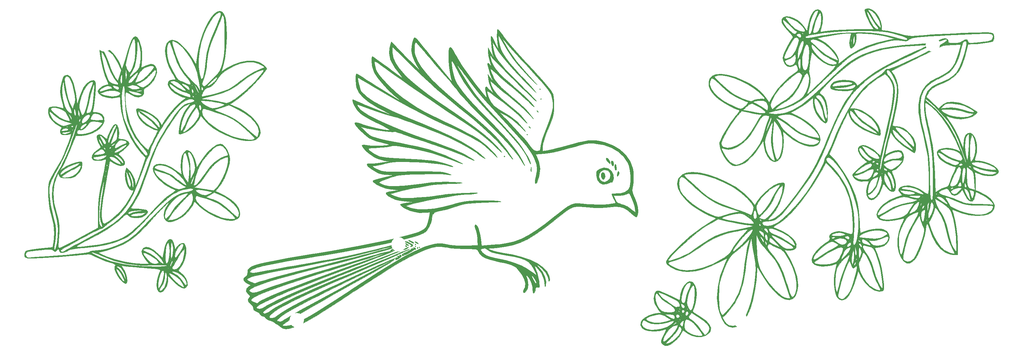
<source format=gbo>
G04 #@! TF.GenerationSoftware,KiCad,Pcbnew,(5.1.4-0)*
G04 #@! TF.CreationDate,2021-07-03T08:26:25+10:00*
G04 #@! TF.ProjectId,ahokore,61686f6b-6f72-4652-9e6b-696361645f70,rev?*
G04 #@! TF.SameCoordinates,Original*
G04 #@! TF.FileFunction,Legend,Bot*
G04 #@! TF.FilePolarity,Positive*
%FSLAX46Y46*%
G04 Gerber Fmt 4.6, Leading zero omitted, Abs format (unit mm)*
G04 Created by KiCad (PCBNEW (5.1.4-0)) date 2021-07-03 08:26:25*
%MOMM*%
%LPD*%
G04 APERTURE LIST*
%ADD10C,0.010000*%
%ADD11C,3.902000*%
G04 APERTURE END LIST*
D10*
G36*
X152497210Y-48094164D02*
G01*
X152260276Y-48503525D01*
X152317927Y-49153968D01*
X152581264Y-49792362D01*
X152918762Y-49958337D01*
X153225696Y-49641665D01*
X153344304Y-49254210D01*
X153337524Y-48564651D01*
X153076209Y-48111809D01*
X152653555Y-48023309D01*
X152497210Y-48094164D01*
X152497210Y-48094164D01*
G37*
X152497210Y-48094164D02*
X152260276Y-48503525D01*
X152317927Y-49153968D01*
X152581264Y-49792362D01*
X152918762Y-49958337D01*
X153225696Y-49641665D01*
X153344304Y-49254210D01*
X153337524Y-48564651D01*
X153076209Y-48111809D01*
X152653555Y-48023309D01*
X152497210Y-48094164D01*
G36*
X135614737Y-25525263D02*
G01*
X135748421Y-25658947D01*
X135882105Y-25525263D01*
X135748421Y-25391579D01*
X135614737Y-25525263D01*
X135614737Y-25525263D01*
G37*
X135614737Y-25525263D02*
X135748421Y-25658947D01*
X135882105Y-25525263D01*
X135748421Y-25391579D01*
X135614737Y-25525263D01*
G36*
X135882105Y-28198947D02*
G01*
X136015789Y-28332631D01*
X136149474Y-28198947D01*
X136015789Y-28065263D01*
X135882105Y-28198947D01*
X135882105Y-28198947D01*
G37*
X135882105Y-28198947D02*
X136015789Y-28332631D01*
X136149474Y-28198947D01*
X136015789Y-28065263D01*
X135882105Y-28198947D01*
G36*
X134896515Y-31446390D02*
G01*
X134946316Y-31541052D01*
X135198234Y-31796390D01*
X135245243Y-31808421D01*
X135263485Y-31635715D01*
X135213684Y-31541052D01*
X134961766Y-31285715D01*
X134914757Y-31273684D01*
X134896515Y-31446390D01*
X134896515Y-31446390D01*
G37*
X134896515Y-31446390D02*
X134946316Y-31541052D01*
X135198234Y-31796390D01*
X135245243Y-31808421D01*
X135263485Y-31635715D01*
X135213684Y-31541052D01*
X134961766Y-31285715D01*
X134914757Y-31273684D01*
X134896515Y-31446390D01*
G36*
X132757568Y-35724285D02*
G01*
X132807368Y-35818947D01*
X133059287Y-36074285D01*
X133106295Y-36086315D01*
X133124537Y-35913609D01*
X133074737Y-35818947D01*
X132822818Y-35563609D01*
X132775810Y-35551579D01*
X132757568Y-35724285D01*
X132757568Y-35724285D01*
G37*
X132757568Y-35724285D02*
X132807368Y-35818947D01*
X133059287Y-36074285D01*
X133106295Y-36086315D01*
X133124537Y-35913609D01*
X133074737Y-35818947D01*
X132822818Y-35563609D01*
X132775810Y-35551579D01*
X132757568Y-35724285D01*
G36*
X132138947Y-37824210D02*
G01*
X132272632Y-37957894D01*
X132406316Y-37824210D01*
X132272632Y-37690526D01*
X132138947Y-37824210D01*
X132138947Y-37824210D01*
G37*
X132138947Y-37824210D02*
X132272632Y-37957894D01*
X132406316Y-37824210D01*
X132272632Y-37690526D01*
X132138947Y-37824210D01*
G36*
X125989474Y-43706315D02*
G01*
X126123158Y-43840000D01*
X126256842Y-43706315D01*
X126123158Y-43572631D01*
X125989474Y-43706315D01*
X125989474Y-43706315D01*
G37*
X125989474Y-43706315D02*
X126123158Y-43840000D01*
X126256842Y-43706315D01*
X126123158Y-43572631D01*
X125989474Y-43706315D01*
G36*
X153629369Y-44184666D02*
G01*
X153667316Y-44468540D01*
X153929754Y-44948372D01*
X154282926Y-45423131D01*
X154593075Y-45691784D01*
X154639706Y-45703177D01*
X154724811Y-45496335D01*
X154677655Y-45185600D01*
X154420961Y-44655056D01*
X154042143Y-44257376D01*
X153699210Y-44143432D01*
X153629369Y-44184666D01*
X153629369Y-44184666D01*
G37*
X153629369Y-44184666D02*
X153667316Y-44468540D01*
X153929754Y-44948372D01*
X154282926Y-45423131D01*
X154593075Y-45691784D01*
X154639706Y-45703177D01*
X154724811Y-45496335D01*
X154677655Y-45185600D01*
X154420961Y-44655056D01*
X154042143Y-44257376D01*
X153699210Y-44143432D01*
X153629369Y-44184666D01*
G36*
X154961735Y-45046204D02*
G01*
X155010981Y-45511052D01*
X155276632Y-46171617D01*
X155505692Y-46374598D01*
X155646355Y-46099948D01*
X155667368Y-45765052D01*
X155569921Y-45117189D01*
X155257485Y-44909558D01*
X155248298Y-44909473D01*
X154961735Y-45046204D01*
X154961735Y-45046204D01*
G37*
X154961735Y-45046204D02*
X155010981Y-45511052D01*
X155276632Y-46171617D01*
X155505692Y-46374598D01*
X155646355Y-46099948D01*
X155667368Y-45765052D01*
X155569921Y-45117189D01*
X155257485Y-44909558D01*
X155248298Y-44909473D01*
X154961735Y-45046204D01*
G36*
X156011786Y-45948656D02*
G01*
X155934784Y-46465588D01*
X155934737Y-46482125D01*
X156015593Y-47105452D01*
X156202105Y-47449473D01*
X156392425Y-47346080D01*
X156469426Y-46829148D01*
X156469474Y-46812611D01*
X156388617Y-46189284D01*
X156202105Y-45845263D01*
X156011786Y-45948656D01*
X156011786Y-45948656D01*
G37*
X156011786Y-45948656D02*
X155934784Y-46465588D01*
X155934737Y-46482125D01*
X156015593Y-47105452D01*
X156202105Y-47449473D01*
X156392425Y-47346080D01*
X156469426Y-46829148D01*
X156469474Y-46812611D01*
X156388617Y-46189284D01*
X156202105Y-45845263D01*
X156011786Y-45948656D01*
G36*
X133286690Y-46717327D02*
G01*
X133243643Y-47413991D01*
X133292086Y-47786801D01*
X133364358Y-47849301D01*
X133404910Y-47465345D01*
X133408364Y-47182105D01*
X133382039Y-46664324D01*
X133321652Y-46585768D01*
X133286690Y-46717327D01*
X133286690Y-46717327D01*
G37*
X133286690Y-46717327D02*
X133243643Y-47413991D01*
X133292086Y-47786801D01*
X133364358Y-47849301D01*
X133404910Y-47465345D01*
X133408364Y-47182105D01*
X133382039Y-46664324D01*
X133321652Y-46585768D01*
X133286690Y-46717327D01*
G36*
X156828538Y-47873694D02*
G01*
X156712733Y-48238139D01*
X156565777Y-48912171D01*
X156649956Y-49107753D01*
X156967782Y-48829836D01*
X156996022Y-48796182D01*
X157191485Y-48217489D01*
X157134857Y-47920773D01*
X156976357Y-47676452D01*
X156828538Y-47873694D01*
X156828538Y-47873694D01*
G37*
X156828538Y-47873694D02*
X156712733Y-48238139D01*
X156565777Y-48912171D01*
X156649956Y-49107753D01*
X156967782Y-48829836D01*
X156996022Y-48796182D01*
X157191485Y-48217489D01*
X157134857Y-47920773D01*
X156976357Y-47676452D01*
X156828538Y-47873694D01*
G36*
X151940514Y-47072945D02*
G01*
X151655657Y-47225336D01*
X151189747Y-47563960D01*
X150989305Y-47976084D01*
X150972135Y-48665521D01*
X150985604Y-48886776D01*
X151266141Y-50053560D01*
X151875331Y-50854085D01*
X152734421Y-51241741D01*
X153764658Y-51169919D01*
X154397368Y-50906019D01*
X154901705Y-50689999D01*
X155134921Y-50703482D01*
X155136726Y-50716197D01*
X155252686Y-50714142D01*
X155400000Y-50524210D01*
X155662134Y-49670247D01*
X155560590Y-48817451D01*
X154837806Y-48817451D01*
X154675381Y-49598805D01*
X154154831Y-50242120D01*
X153323811Y-50632570D01*
X152536324Y-50509372D01*
X151991053Y-50045058D01*
X151694614Y-49293741D01*
X151803754Y-48487572D01*
X152238853Y-47791699D01*
X152920293Y-47371271D01*
X153306842Y-47315789D01*
X154111525Y-47530966D01*
X154635850Y-48079846D01*
X154837806Y-48817451D01*
X155560590Y-48817451D01*
X155543187Y-48671300D01*
X155072016Y-47725747D01*
X154975180Y-47603671D01*
X154110676Y-46950860D01*
X153068556Y-46770468D01*
X151940514Y-47072945D01*
X151940514Y-47072945D01*
G37*
X151940514Y-47072945D02*
X151655657Y-47225336D01*
X151189747Y-47563960D01*
X150989305Y-47976084D01*
X150972135Y-48665521D01*
X150985604Y-48886776D01*
X151266141Y-50053560D01*
X151875331Y-50854085D01*
X152734421Y-51241741D01*
X153764658Y-51169919D01*
X154397368Y-50906019D01*
X154901705Y-50689999D01*
X155134921Y-50703482D01*
X155136726Y-50716197D01*
X155252686Y-50714142D01*
X155400000Y-50524210D01*
X155662134Y-49670247D01*
X155560590Y-48817451D01*
X154837806Y-48817451D01*
X154675381Y-49598805D01*
X154154831Y-50242120D01*
X153323811Y-50632570D01*
X152536324Y-50509372D01*
X151991053Y-50045058D01*
X151694614Y-49293741D01*
X151803754Y-48487572D01*
X152238853Y-47791699D01*
X152920293Y-47371271D01*
X153306842Y-47315789D01*
X154111525Y-47530966D01*
X154635850Y-48079846D01*
X154837806Y-48817451D01*
X155560590Y-48817451D01*
X155543187Y-48671300D01*
X155072016Y-47725747D01*
X154975180Y-47603671D01*
X154110676Y-46950860D01*
X153068556Y-46770468D01*
X151940514Y-47072945D01*
G36*
X100171130Y-66360799D02*
G01*
X100318707Y-66531620D01*
X100787746Y-66842759D01*
X100874103Y-66893111D01*
X101394734Y-67138212D01*
X101652840Y-67154449D01*
X101658947Y-67131533D01*
X101451798Y-66901719D01*
X100983085Y-66616668D01*
X100481908Y-66395063D01*
X100177368Y-66355584D01*
X100171130Y-66360799D01*
X100171130Y-66360799D01*
G37*
X100171130Y-66360799D02*
X100318707Y-66531620D01*
X100787746Y-66842759D01*
X100874103Y-66893111D01*
X101394734Y-67138212D01*
X101652840Y-67154449D01*
X101658947Y-67131533D01*
X101451798Y-66901719D01*
X100983085Y-66616668D01*
X100481908Y-66395063D01*
X100177368Y-66355584D01*
X100171130Y-66360799D01*
G36*
X102008275Y-66948045D02*
G01*
X102363208Y-67205401D01*
X102782496Y-67359188D01*
X102846365Y-67364327D01*
X102860410Y-67240657D01*
X102579417Y-66989228D01*
X102136932Y-66744161D01*
X101934479Y-66736398D01*
X102008275Y-66948045D01*
X102008275Y-66948045D01*
G37*
X102008275Y-66948045D02*
X102363208Y-67205401D01*
X102782496Y-67359188D01*
X102846365Y-67364327D01*
X102860410Y-67240657D01*
X102579417Y-66989228D01*
X102136932Y-66744161D01*
X101934479Y-66736398D01*
X102008275Y-66948045D01*
G36*
X101926316Y-67502105D02*
G01*
X102060000Y-67635789D01*
X102193684Y-67502105D01*
X102060000Y-67368421D01*
X101926316Y-67502105D01*
X101926316Y-67502105D01*
G37*
X101926316Y-67502105D02*
X102060000Y-67635789D01*
X102193684Y-67502105D01*
X102060000Y-67368421D01*
X101926316Y-67502105D01*
G36*
X97470175Y-67724912D02*
G01*
X97506877Y-67883862D01*
X97648421Y-67903158D01*
X97868496Y-67805332D01*
X97826667Y-67724912D01*
X97509363Y-67692913D01*
X97470175Y-67724912D01*
X97470175Y-67724912D01*
G37*
X97470175Y-67724912D02*
X97506877Y-67883862D01*
X97648421Y-67903158D01*
X97868496Y-67805332D01*
X97826667Y-67724912D01*
X97509363Y-67692913D01*
X97470175Y-67724912D01*
G36*
X101926316Y-68036842D02*
G01*
X102060000Y-68170526D01*
X102193684Y-68036842D01*
X102060000Y-67903158D01*
X101926316Y-68036842D01*
X101926316Y-68036842D01*
G37*
X101926316Y-68036842D02*
X102060000Y-68170526D01*
X102193684Y-68036842D01*
X102060000Y-67903158D01*
X101926316Y-68036842D01*
G36*
X102995789Y-68304210D02*
G01*
X103129474Y-68437894D01*
X103263158Y-68304210D01*
X103129474Y-68170526D01*
X102995789Y-68304210D01*
X102995789Y-68304210D01*
G37*
X102995789Y-68304210D02*
X103129474Y-68437894D01*
X103263158Y-68304210D01*
X103129474Y-68170526D01*
X102995789Y-68304210D01*
G36*
X102550175Y-68259649D02*
G01*
X102518177Y-68576953D01*
X102550175Y-68616140D01*
X102709126Y-68579438D01*
X102728421Y-68437894D01*
X102630595Y-68217820D01*
X102550175Y-68259649D01*
X102550175Y-68259649D01*
G37*
X102550175Y-68259649D02*
X102518177Y-68576953D01*
X102550175Y-68616140D01*
X102709126Y-68579438D01*
X102728421Y-68437894D01*
X102630595Y-68217820D01*
X102550175Y-68259649D01*
G36*
X99777751Y-68312238D02*
G01*
X99252632Y-68571579D01*
X98863157Y-68837608D01*
X98843828Y-68953510D01*
X98851579Y-68953683D01*
X99262249Y-68830919D01*
X99787368Y-68571579D01*
X100176842Y-68305549D01*
X100196172Y-68189647D01*
X100188421Y-68189475D01*
X99777751Y-68312238D01*
X99777751Y-68312238D01*
G37*
X99777751Y-68312238D02*
X99252632Y-68571579D01*
X98863157Y-68837608D01*
X98843828Y-68953510D01*
X98851579Y-68953683D01*
X99262249Y-68830919D01*
X99787368Y-68571579D01*
X100176842Y-68305549D01*
X100196172Y-68189647D01*
X100188421Y-68189475D01*
X99777751Y-68312238D01*
G36*
X101555237Y-68486393D02*
G01*
X101564284Y-68682862D01*
X101287869Y-68620077D01*
X100977451Y-68576676D01*
X100976624Y-68682769D01*
X100831939Y-68901547D01*
X100306725Y-69227959D01*
X99665313Y-69526185D01*
X98913694Y-69880518D01*
X98439503Y-70188226D01*
X98344266Y-70353846D01*
X98499930Y-70517035D01*
X98758353Y-70521914D01*
X99236673Y-70337196D01*
X99561135Y-70175789D01*
X98985263Y-70175789D01*
X98851579Y-70309473D01*
X98717895Y-70175789D01*
X98851579Y-70042105D01*
X98985263Y-70175789D01*
X99561135Y-70175789D01*
X100052027Y-69931590D01*
X100188421Y-69861246D01*
X100937094Y-69443370D01*
X101460873Y-69092659D01*
X101614941Y-68936240D01*
X101871013Y-68818381D01*
X101949152Y-68853060D01*
X102179364Y-68826423D01*
X102193684Y-68749647D01*
X101979944Y-68445223D01*
X101778745Y-68335878D01*
X101502408Y-68314702D01*
X101555237Y-68486393D01*
X101555237Y-68486393D01*
G37*
X101555237Y-68486393D02*
X101564284Y-68682862D01*
X101287869Y-68620077D01*
X100977451Y-68576676D01*
X100976624Y-68682769D01*
X100831939Y-68901547D01*
X100306725Y-69227959D01*
X99665313Y-69526185D01*
X98913694Y-69880518D01*
X98439503Y-70188226D01*
X98344266Y-70353846D01*
X98499930Y-70517035D01*
X98758353Y-70521914D01*
X99236673Y-70337196D01*
X99561135Y-70175789D01*
X98985263Y-70175789D01*
X98851579Y-70309473D01*
X98717895Y-70175789D01*
X98851579Y-70042105D01*
X98985263Y-70175789D01*
X99561135Y-70175789D01*
X100052027Y-69931590D01*
X100188421Y-69861246D01*
X100937094Y-69443370D01*
X101460873Y-69092659D01*
X101614941Y-68936240D01*
X101871013Y-68818381D01*
X101949152Y-68853060D01*
X102179364Y-68826423D01*
X102193684Y-68749647D01*
X101979944Y-68445223D01*
X101778745Y-68335878D01*
X101502408Y-68314702D01*
X101555237Y-68486393D01*
G36*
X48440492Y-4600981D02*
G01*
X47648818Y-5201549D01*
X46829145Y-6162536D01*
X46012228Y-7430403D01*
X45228828Y-8951613D01*
X44509703Y-10672627D01*
X43885610Y-12539906D01*
X43387309Y-14499911D01*
X43048458Y-16476292D01*
X42736090Y-18924163D01*
X41784361Y-17315112D01*
X40904621Y-15990520D01*
X39895395Y-14730834D01*
X38856752Y-13642718D01*
X37888763Y-12832841D01*
X37223158Y-12453236D01*
X36213481Y-12249427D01*
X35418059Y-12478847D01*
X34842144Y-13082530D01*
X34490989Y-14001505D01*
X34369843Y-15176803D01*
X34483960Y-16549455D01*
X34838590Y-18060492D01*
X35438985Y-19650945D01*
X36290397Y-21261844D01*
X36420138Y-21470235D01*
X36859334Y-22183166D01*
X37151009Y-22695708D01*
X37223158Y-22860864D01*
X36991588Y-22950617D01*
X36474526Y-22985263D01*
X35624868Y-23157775D01*
X35172234Y-23625277D01*
X35127624Y-24312722D01*
X35502039Y-25145060D01*
X36059806Y-25814613D01*
X36990149Y-26587472D01*
X38057261Y-27237551D01*
X39082076Y-27668905D01*
X39750386Y-27792022D01*
X39907474Y-27894670D01*
X39631587Y-28208752D01*
X38918311Y-28745776D01*
X37826183Y-29660290D01*
X36603681Y-30935616D01*
X35355985Y-32452508D01*
X34188274Y-34091718D01*
X34145459Y-34157010D01*
X33396876Y-35302441D01*
X33000861Y-34484759D01*
X32310343Y-33538010D01*
X31207497Y-32598115D01*
X29808272Y-31754773D01*
X28982438Y-31376087D01*
X27835861Y-30944217D01*
X27089071Y-30772613D01*
X26676147Y-30858753D01*
X26531164Y-31200118D01*
X26528421Y-31282271D01*
X26765634Y-32375114D01*
X27429255Y-33532697D01*
X28347080Y-34537367D01*
X29300261Y-35298071D01*
X30321858Y-35954985D01*
X31262980Y-36423665D01*
X31974737Y-36619671D01*
X32021103Y-36621052D01*
X32349153Y-36718502D01*
X32364972Y-36821579D01*
X32144633Y-37288736D01*
X31776211Y-38047539D01*
X31320539Y-38975233D01*
X30838450Y-39949066D01*
X30390778Y-40846282D01*
X30038357Y-41544128D01*
X29842019Y-41919850D01*
X29822947Y-41951048D01*
X29580790Y-41868394D01*
X29099181Y-41459212D01*
X28467519Y-40818639D01*
X27775207Y-40041806D01*
X27111645Y-39223851D01*
X26621969Y-38544799D01*
X25693555Y-36871239D01*
X24872964Y-34864872D01*
X24232337Y-32726433D01*
X23875998Y-30903843D01*
X23699925Y-29409584D01*
X23607975Y-28114467D01*
X23602814Y-27114171D01*
X23687107Y-26504372D01*
X23750151Y-26387392D01*
X24049330Y-26421695D01*
X24613089Y-26698610D01*
X24890842Y-26871759D01*
X26123232Y-27520344D01*
X27174782Y-27730758D01*
X27999976Y-27496053D01*
X28161169Y-27371016D01*
X28386283Y-27017894D01*
X27985286Y-27017894D01*
X27568273Y-27232555D01*
X26837461Y-27220609D01*
X25957214Y-26994828D01*
X25561883Y-26829593D01*
X24869736Y-26447950D01*
X24500826Y-26140331D01*
X24501468Y-25969271D01*
X24917980Y-25997304D01*
X24951315Y-26005239D01*
X25601110Y-26162760D01*
X26488027Y-26376605D01*
X26864749Y-26467162D01*
X27564954Y-26686267D01*
X27955253Y-26910226D01*
X27985286Y-27017894D01*
X28386283Y-27017894D01*
X28576944Y-26718818D01*
X28574015Y-26194813D01*
X28568338Y-25921221D01*
X28132632Y-25921221D01*
X27899342Y-26108557D01*
X27333063Y-26193264D01*
X27285965Y-26193684D01*
X26739821Y-26167858D01*
X26544658Y-26104946D01*
X26550702Y-26097612D01*
X26952254Y-25914440D01*
X27503755Y-25811785D01*
X27972672Y-25815576D01*
X28132632Y-25921221D01*
X28568338Y-25921221D01*
X28564171Y-25720403D01*
X28834833Y-25341503D01*
X28957251Y-25260860D01*
X27457772Y-25260860D01*
X27314272Y-25407282D01*
X26534386Y-25634739D01*
X25563771Y-25560882D01*
X24814681Y-25292986D01*
X24109290Y-24927025D01*
X24936973Y-24584187D01*
X25577205Y-24391005D01*
X26154004Y-24460376D01*
X26731864Y-24702577D01*
X27319883Y-25028868D01*
X27457772Y-25260860D01*
X28957251Y-25260860D01*
X29490929Y-24909300D01*
X30486791Y-24138300D01*
X31282494Y-23145880D01*
X31834743Y-22045601D01*
X32100243Y-20951020D01*
X32087728Y-20761901D01*
X31875789Y-20761901D01*
X31688527Y-21574952D01*
X31200781Y-22549672D01*
X30523618Y-23506302D01*
X29768103Y-24265084D01*
X29661245Y-24346131D01*
X28917110Y-24858114D01*
X28411424Y-25071027D01*
X27958309Y-25011212D01*
X27371889Y-24705006D01*
X27324760Y-24677221D01*
X26568067Y-24230231D01*
X26693126Y-24172290D01*
X21715789Y-24172290D01*
X21502536Y-24292156D01*
X20977473Y-24233374D01*
X20312650Y-24044950D01*
X19680115Y-23775889D01*
X19251914Y-23475197D01*
X19246362Y-23468905D01*
X18923025Y-22928759D01*
X18565129Y-22061270D01*
X18198363Y-20969734D01*
X17848419Y-19757446D01*
X17540984Y-18527705D01*
X17301750Y-17383805D01*
X17156406Y-16429043D01*
X17130640Y-15766716D01*
X17250144Y-15500120D01*
X17264242Y-15498947D01*
X17503704Y-15730846D01*
X17850981Y-16339664D01*
X18244618Y-17195083D01*
X18623156Y-18166784D01*
X18852011Y-18865786D01*
X19606316Y-20869233D01*
X20571997Y-22580155D01*
X21034589Y-23188684D01*
X21468274Y-23744179D01*
X21702436Y-24122147D01*
X21715789Y-24172290D01*
X26693126Y-24172290D01*
X27841946Y-23640034D01*
X28898065Y-22979901D01*
X29955011Y-22032005D01*
X30270291Y-21680708D01*
X31024380Y-20834165D01*
X31517519Y-20408427D01*
X31788359Y-20381375D01*
X31875553Y-20730888D01*
X31875789Y-20761901D01*
X32087728Y-20761901D01*
X32035698Y-19975698D01*
X31794247Y-19547489D01*
X31341053Y-19547489D01*
X31150258Y-20001169D01*
X30651086Y-20673963D01*
X29953358Y-21451735D01*
X29166894Y-22220351D01*
X28401513Y-22865676D01*
X27767036Y-23273574D01*
X27746856Y-23282918D01*
X27022602Y-23585616D01*
X26486972Y-23762880D01*
X26374349Y-23781496D01*
X26338973Y-23566873D01*
X26512642Y-22995393D01*
X26858338Y-22184958D01*
X26909086Y-22078365D01*
X27496266Y-21023074D01*
X27058760Y-21023074D01*
X26883222Y-21564234D01*
X26458913Y-22294417D01*
X25916694Y-23026053D01*
X25387422Y-23571570D01*
X25185919Y-23707573D01*
X24629988Y-23877019D01*
X24438131Y-23688879D01*
X24630772Y-23195259D01*
X24859059Y-22873677D01*
X25344783Y-22327729D01*
X25924908Y-21771242D01*
X26482133Y-21302901D01*
X26899158Y-21021391D01*
X27058760Y-21023074D01*
X27496266Y-21023074D01*
X27552236Y-20922484D01*
X28206227Y-20161344D01*
X28703772Y-19805734D01*
X29474790Y-19465670D01*
X30265858Y-19279259D01*
X30925711Y-19261314D01*
X31303083Y-19426646D01*
X31341053Y-19547489D01*
X31794247Y-19547489D01*
X31639671Y-19273354D01*
X31084087Y-18853437D01*
X30474995Y-18748438D01*
X29663650Y-18955260D01*
X29036791Y-19219140D01*
X27935687Y-19719168D01*
X28068275Y-17393780D01*
X28075498Y-17046740D01*
X27747115Y-17046740D01*
X27617089Y-18509846D01*
X27608312Y-18563095D01*
X27393825Y-19553348D01*
X27096892Y-20205179D01*
X26619225Y-20714669D01*
X26469115Y-20835726D01*
X25805364Y-21376646D01*
X25270794Y-21851539D01*
X25194253Y-21926929D01*
X24829223Y-22216326D01*
X24724348Y-22112691D01*
X24849091Y-21745949D01*
X24052671Y-21745949D01*
X23965465Y-22383684D01*
X23750854Y-23118947D01*
X23687535Y-22651052D01*
X22766471Y-22651052D01*
X22731067Y-23435053D01*
X22619978Y-23944546D01*
X22517895Y-24054736D01*
X22341082Y-23821338D01*
X22268662Y-23252715D01*
X22269318Y-23185789D01*
X22353797Y-22394312D01*
X22517895Y-21782105D01*
X22654296Y-21603763D01*
X22733412Y-21880501D01*
X22766471Y-22651052D01*
X23687535Y-22651052D01*
X23651352Y-22383684D01*
X23611412Y-21517541D01*
X23651352Y-20913158D01*
X23678488Y-20712631D01*
X23052632Y-20712631D01*
X22918947Y-20846315D01*
X22785263Y-20712631D01*
X22918947Y-20578947D01*
X23052632Y-20712631D01*
X23678488Y-20712631D01*
X23714670Y-20445263D01*
X22505689Y-20445263D01*
X22090628Y-21848947D01*
X21842468Y-22621117D01*
X21640599Y-23130953D01*
X21556105Y-23252631D01*
X21359939Y-23046387D01*
X20977955Y-22513747D01*
X20629315Y-21982631D01*
X20122777Y-21040056D01*
X19611195Y-19855860D01*
X19255307Y-18841052D01*
X18871036Y-17730069D01*
X18424727Y-16669024D01*
X18043961Y-15941581D01*
X17627806Y-15209974D01*
X17557788Y-14834381D01*
X17849687Y-14750334D01*
X18313734Y-14839370D01*
X19225093Y-15310211D01*
X20165759Y-16234977D01*
X21071525Y-17541097D01*
X21617552Y-18573684D01*
X22505689Y-20445263D01*
X23714670Y-20445263D01*
X23750854Y-20177894D01*
X23965465Y-20913158D01*
X24052671Y-21745949D01*
X24849091Y-21745949D01*
X24869942Y-21684649D01*
X25256315Y-21000825D01*
X25344044Y-20865892D01*
X26099000Y-19298406D01*
X26587909Y-17292208D01*
X26721753Y-15796989D01*
X26304401Y-15796989D01*
X26097934Y-17811718D01*
X25653503Y-19465023D01*
X25472524Y-19882480D01*
X25102629Y-20580369D01*
X24806161Y-21023322D01*
X24699833Y-21106786D01*
X24490293Y-20882786D01*
X24173509Y-20328165D01*
X24043884Y-20059585D01*
X23812726Y-19516581D01*
X23708872Y-19056404D01*
X23735200Y-18518827D01*
X23894590Y-17743622D01*
X24100267Y-16921322D01*
X24628454Y-14990954D01*
X25113572Y-13497435D01*
X25543527Y-12475349D01*
X25796737Y-12069057D01*
X25977466Y-11943763D01*
X26102508Y-12144328D01*
X26196145Y-12746450D01*
X26261053Y-13516500D01*
X26304401Y-15796989D01*
X26721753Y-15796989D01*
X26804181Y-14876161D01*
X26813328Y-14429473D01*
X26831482Y-13350236D01*
X26866764Y-12740431D01*
X26936062Y-12534750D01*
X27056262Y-12667889D01*
X27193573Y-12958947D01*
X27520441Y-14069746D01*
X27709927Y-15499525D01*
X27747115Y-17046740D01*
X28075498Y-17046740D01*
X28101274Y-15808404D01*
X27983168Y-14543777D01*
X27763779Y-13612617D01*
X27296700Y-12317935D01*
X26822343Y-11535075D01*
X26335394Y-11267437D01*
X25830540Y-11518421D01*
X25302470Y-12291427D01*
X24745871Y-13589854D01*
X24155429Y-15417103D01*
X23980628Y-16033684D01*
X23644229Y-17220855D01*
X23325646Y-18293862D01*
X23072930Y-19093013D01*
X22983662Y-19346905D01*
X22688943Y-20120127D01*
X22153420Y-18710744D01*
X21664968Y-17730129D01*
X20960444Y-16663690D01*
X20396843Y-15973672D01*
X19662560Y-15227325D01*
X19070069Y-14799474D01*
X18437656Y-14582835D01*
X17905789Y-14502956D01*
X17309931Y-14440820D01*
X16918409Y-14468252D01*
X16707771Y-14667537D01*
X16654565Y-15120959D01*
X16735341Y-15910804D01*
X16926645Y-17119357D01*
X17012309Y-17637894D01*
X17486835Y-19943738D01*
X18089870Y-21945369D01*
X18671729Y-23306196D01*
X18969060Y-23939911D01*
X18989628Y-24236148D01*
X18725326Y-24319777D01*
X18605769Y-24322105D01*
X18100779Y-24456616D01*
X17420175Y-24787747D01*
X17295456Y-24862252D01*
X16469105Y-25516776D01*
X16175630Y-26133323D01*
X16415479Y-26717224D01*
X17189097Y-27273807D01*
X17510662Y-27429655D01*
X18682804Y-27784775D01*
X20002853Y-27924252D01*
X21217659Y-27830751D01*
X21648947Y-27713035D01*
X21973517Y-27623563D01*
X22153573Y-27724176D01*
X22231630Y-28120492D01*
X22250197Y-28918132D01*
X22250526Y-29207634D01*
X22457299Y-31440274D01*
X23042341Y-33865532D01*
X23952735Y-36359762D01*
X25135564Y-38799318D01*
X26537912Y-41060554D01*
X28106863Y-43019824D01*
X28208084Y-43128197D01*
X29106827Y-44081142D01*
X27830183Y-47735731D01*
X27366616Y-49044867D01*
X26957380Y-50167165D01*
X26637614Y-51008762D01*
X26442457Y-51475793D01*
X26407296Y-51536563D01*
X26304172Y-51416612D01*
X26261053Y-50923095D01*
X26261053Y-50920555D01*
X26228885Y-50747378D01*
X25828112Y-50747378D01*
X25812232Y-51752880D01*
X25786531Y-51861052D01*
X25671100Y-52164255D01*
X25578836Y-52048591D01*
X25484795Y-51464096D01*
X25455493Y-51215320D01*
X25089892Y-51215320D01*
X25006795Y-51764119D01*
X24853826Y-51996838D01*
X24668480Y-51822194D01*
X24434804Y-51317471D01*
X24173789Y-50468243D01*
X23977349Y-49432708D01*
X23934860Y-49053684D01*
X23822600Y-47716842D01*
X24328942Y-48786315D01*
X24892145Y-50178896D01*
X25089892Y-51215320D01*
X25455493Y-51215320D01*
X25452820Y-51192631D01*
X25260851Y-50189433D01*
X24956814Y-49245707D01*
X24825767Y-48961995D01*
X24520035Y-48284581D01*
X24482287Y-47970671D01*
X24684845Y-48067278D01*
X25061378Y-48561787D01*
X25560223Y-49603586D01*
X25828112Y-50747378D01*
X26228885Y-50747378D01*
X26088590Y-49992124D01*
X25642209Y-48910080D01*
X25028420Y-47896600D01*
X24540990Y-47332541D01*
X23895131Y-46725788D01*
X23618576Y-47727388D01*
X23496101Y-48694711D01*
X23583202Y-49771809D01*
X23837995Y-50842282D01*
X24218599Y-51789729D01*
X24683133Y-52497750D01*
X25189715Y-52849943D01*
X25462489Y-52852130D01*
X25728457Y-52818281D01*
X25782936Y-52974441D01*
X25611323Y-53419369D01*
X25278820Y-54094339D01*
X23773626Y-56668617D01*
X22062502Y-58808405D01*
X20074809Y-60596550D01*
X19202024Y-61221459D01*
X18463027Y-61701935D01*
X18027647Y-61906227D01*
X17761894Y-61865465D01*
X17531774Y-61610778D01*
X17530971Y-61609681D01*
X17308388Y-60986708D01*
X17195112Y-59944507D01*
X17192500Y-58587578D01*
X17301906Y-57020418D01*
X17455443Y-55789110D01*
X17599457Y-54876577D01*
X17801502Y-53676350D01*
X18044388Y-52282281D01*
X18310922Y-50788222D01*
X18480596Y-49855789D01*
X17973225Y-49855789D01*
X17838552Y-50761615D01*
X17471709Y-53245096D01*
X17183132Y-55264527D01*
X16969990Y-56884411D01*
X16829450Y-58169249D01*
X16758684Y-59183544D01*
X16754858Y-59991797D01*
X16815142Y-60658510D01*
X16936704Y-61248185D01*
X17116713Y-61825324D01*
X17328056Y-62391745D01*
X17389616Y-62761092D01*
X17146289Y-62770740D01*
X16823751Y-62441659D01*
X16600581Y-61865311D01*
X16475661Y-60764655D01*
X16465954Y-59278580D01*
X16558223Y-57540748D01*
X16739231Y-55684819D01*
X16995743Y-53844456D01*
X17314522Y-52153319D01*
X17682332Y-50745069D01*
X17710439Y-50657894D01*
X17973225Y-49855789D01*
X18480596Y-49855789D01*
X18583912Y-49288026D01*
X18602601Y-49187368D01*
X18197784Y-49187368D01*
X18155767Y-49566932D01*
X18062927Y-49521579D01*
X18027614Y-48974183D01*
X18062927Y-48853158D01*
X18160514Y-48819570D01*
X18197784Y-49187368D01*
X18602601Y-49187368D01*
X18846168Y-47875543D01*
X18876379Y-47716842D01*
X18455245Y-47716842D01*
X18426345Y-48173460D01*
X18342647Y-48213662D01*
X18331992Y-48189825D01*
X18279100Y-47659049D01*
X18322085Y-47387720D01*
X18407192Y-47278687D01*
X18453482Y-47633813D01*
X18455245Y-47716842D01*
X18876379Y-47716842D01*
X19080498Y-46644627D01*
X19185846Y-46112631D01*
X18722614Y-46112631D01*
X18693714Y-46569249D01*
X18610015Y-46609451D01*
X18599360Y-46585614D01*
X18546469Y-46054838D01*
X18589453Y-45783509D01*
X18674561Y-45674476D01*
X18720850Y-46029602D01*
X18722614Y-46112631D01*
X19185846Y-46112631D01*
X19269710Y-45689130D01*
X19396612Y-45102903D01*
X19438528Y-44963101D01*
X19682173Y-45050246D01*
X20212054Y-45362800D01*
X20518595Y-45564680D01*
X21401491Y-46017905D01*
X22272749Y-46227629D01*
X22989065Y-46180968D01*
X23407136Y-45865038D01*
X23424120Y-45825894D01*
X23423898Y-45811982D01*
X22401183Y-45811982D01*
X22358449Y-45942008D01*
X21948003Y-45834105D01*
X21942511Y-45832362D01*
X21329577Y-45560768D01*
X20554774Y-45122421D01*
X20315614Y-44969509D01*
X19710510Y-44525338D01*
X19417311Y-44241052D01*
X18974679Y-44241052D01*
X18953158Y-44791319D01*
X18892569Y-44933344D01*
X18858402Y-44845748D01*
X18808601Y-44203681D01*
X18853006Y-43776275D01*
X18923438Y-43628091D01*
X18967744Y-43949453D01*
X18974679Y-44241052D01*
X19417311Y-44241052D01*
X19351827Y-44177559D01*
X19309474Y-44087618D01*
X19489254Y-43768476D01*
X19951666Y-43754847D01*
X20581318Y-43995143D01*
X21262818Y-44437777D01*
X21880773Y-45031163D01*
X22111864Y-45340452D01*
X22401183Y-45811982D01*
X23423898Y-45811982D01*
X23416514Y-45350955D01*
X23043016Y-45350955D01*
X22982542Y-45608436D01*
X22764096Y-45488078D01*
X22413220Y-45087208D01*
X21744503Y-44398887D01*
X21019151Y-43818970D01*
X20674555Y-43575394D01*
X18489356Y-43575394D01*
X18220734Y-43920219D01*
X17772105Y-44221808D01*
X16904969Y-44535022D01*
X16015470Y-44614604D01*
X15300655Y-44456655D01*
X15060143Y-44275470D01*
X14967115Y-44042658D01*
X15225042Y-43890730D01*
X15920812Y-43773558D01*
X16030037Y-43760551D01*
X16931341Y-43631779D01*
X17698114Y-43482445D01*
X17905789Y-43427581D01*
X18390147Y-43376886D01*
X18489356Y-43575394D01*
X20674555Y-43575394D01*
X20540662Y-43480753D01*
X20487943Y-43337308D01*
X20818566Y-43307025D01*
X21413485Y-43499670D01*
X22089887Y-43977949D01*
X22680083Y-44587780D01*
X23016386Y-45175084D01*
X23043016Y-45350955D01*
X23416514Y-45350955D01*
X23413384Y-45155531D01*
X22983359Y-44358104D01*
X22292182Y-43630600D01*
X21840311Y-43209929D01*
X21769519Y-42969080D01*
X22044386Y-42752505D01*
X22086618Y-42727874D01*
X22706837Y-42294455D01*
X23402239Y-41702524D01*
X24044285Y-41076461D01*
X24504435Y-40540643D01*
X24548943Y-40453093D01*
X24032657Y-40453093D01*
X23956847Y-40639743D01*
X23824818Y-40804796D01*
X23210200Y-41426343D01*
X22482108Y-41986129D01*
X21752217Y-42423592D01*
X21132203Y-42678166D01*
X20733740Y-42689289D01*
X20646316Y-42528563D01*
X20781814Y-42369473D01*
X20111579Y-42369473D01*
X19977895Y-42503158D01*
X19975502Y-42500765D01*
X18092345Y-42500765D01*
X18065055Y-42746680D01*
X17805563Y-42961683D01*
X17383453Y-43121621D01*
X16711881Y-43245414D01*
X15975007Y-43316712D01*
X15356996Y-43319167D01*
X15042008Y-43236430D01*
X15031579Y-43207941D01*
X15230899Y-43013476D01*
X15738822Y-42626349D01*
X16104229Y-42367272D01*
X16757558Y-41934056D01*
X17149237Y-41784114D01*
X17453518Y-41890989D01*
X17726158Y-42121014D01*
X18092345Y-42500765D01*
X19975502Y-42500765D01*
X19844210Y-42369473D01*
X19977895Y-42235789D01*
X20111579Y-42369473D01*
X20781814Y-42369473D01*
X20859089Y-42278745D01*
X21403893Y-41868888D01*
X21613363Y-41732611D01*
X18240000Y-41732611D01*
X18075266Y-41877569D01*
X17972632Y-41834736D01*
X17715245Y-41480550D01*
X17705263Y-41402125D01*
X17869997Y-41257167D01*
X17972632Y-41300000D01*
X18230018Y-41654186D01*
X18240000Y-41732611D01*
X21613363Y-41732611D01*
X22140455Y-41389697D01*
X22928501Y-40931877D01*
X23627758Y-40586134D01*
X23691134Y-40559693D01*
X24032657Y-40453093D01*
X24548943Y-40453093D01*
X24656842Y-40240853D01*
X24536120Y-39971147D01*
X23952650Y-39971147D01*
X23654864Y-40219830D01*
X23395398Y-40331527D01*
X22653812Y-40668240D01*
X21818327Y-41106552D01*
X21716422Y-41164668D01*
X21030298Y-41476542D01*
X20721378Y-41410762D01*
X20735533Y-41330115D01*
X19752303Y-41330115D01*
X19710526Y-41433684D01*
X19470267Y-41688749D01*
X19427379Y-41701052D01*
X19312539Y-41494192D01*
X19309474Y-41433684D01*
X19515014Y-41176590D01*
X19592621Y-41166315D01*
X19752303Y-41330115D01*
X20735533Y-41330115D01*
X20797612Y-40976449D01*
X21091189Y-40447356D01*
X21241546Y-40235448D01*
X20852691Y-40235448D01*
X20680420Y-40454121D01*
X20281182Y-40803123D01*
X19945075Y-40906590D01*
X19898006Y-40845029D01*
X17467940Y-40845029D01*
X17422548Y-40898947D01*
X17151825Y-40684981D01*
X16804157Y-40161562D01*
X16760101Y-40078717D01*
X16449801Y-39358228D01*
X16426162Y-39040354D01*
X16639358Y-39162465D01*
X17039563Y-39761933D01*
X17081472Y-39837679D01*
X17377132Y-40463926D01*
X17467940Y-40845029D01*
X19898006Y-40845029D01*
X19844210Y-40774670D01*
X20050689Y-40571127D01*
X20445789Y-40329844D01*
X20852104Y-40133783D01*
X20852691Y-40235448D01*
X21241546Y-40235448D01*
X21502035Y-39868327D01*
X21834855Y-39505603D01*
X21843298Y-39499357D01*
X22437275Y-39313365D01*
X23171039Y-39352051D01*
X23752870Y-39590856D01*
X23830555Y-39666651D01*
X23952650Y-39971147D01*
X24536120Y-39971147D01*
X24415352Y-39701340D01*
X23794020Y-39270315D01*
X22947558Y-39042154D01*
X22667613Y-39027368D01*
X22012527Y-39002718D01*
X21760916Y-38831290D01*
X21781517Y-38366866D01*
X21831090Y-38095540D01*
X21863278Y-37423158D01*
X21422042Y-37423158D01*
X21398542Y-38292158D01*
X21318684Y-38950454D01*
X21243801Y-39176550D01*
X20950496Y-39463231D01*
X20457639Y-39857255D01*
X19965107Y-40207813D01*
X19672780Y-40364096D01*
X19669699Y-40364210D01*
X19695330Y-40140656D01*
X19833529Y-39599500D01*
X19842528Y-39567972D01*
X20087795Y-38872761D01*
X20469621Y-37951611D01*
X20737369Y-37362183D01*
X21403852Y-35952631D01*
X21422042Y-37423158D01*
X21863278Y-37423158D01*
X21873773Y-37203939D01*
X21750892Y-36228519D01*
X21716856Y-36090277D01*
X21487360Y-35521352D01*
X21140001Y-35521352D01*
X20963735Y-35975000D01*
X20562314Y-36791784D01*
X20542744Y-36830467D01*
X20083374Y-37835783D01*
X19677084Y-38884593D01*
X19559789Y-39244063D01*
X19312361Y-39927762D01*
X19113540Y-40122438D01*
X18997077Y-40006885D01*
X18972313Y-39785354D01*
X18300124Y-39785354D01*
X18299188Y-40166750D01*
X18135948Y-40506423D01*
X17857615Y-40360284D01*
X17814884Y-40318065D01*
X17492071Y-39853025D01*
X17121365Y-39131762D01*
X17022942Y-38905851D01*
X16763992Y-38260081D01*
X16721783Y-38021383D01*
X16902725Y-38105195D01*
X17073598Y-38237430D01*
X17913974Y-39051825D01*
X18300124Y-39785354D01*
X18972313Y-39785354D01*
X18940490Y-39500686D01*
X19093869Y-38736597D01*
X19151656Y-38561032D01*
X19566871Y-37506555D01*
X20022792Y-36539568D01*
X20455366Y-35778830D01*
X20800535Y-35343097D01*
X20919118Y-35284210D01*
X21116625Y-35326027D01*
X21140001Y-35521352D01*
X21487360Y-35521352D01*
X21388510Y-35276301D01*
X20981513Y-34987678D01*
X20493354Y-35225021D01*
X19921521Y-35988945D01*
X19580691Y-36613428D01*
X19167021Y-37491234D01*
X18876261Y-38219620D01*
X18774737Y-38618691D01*
X18670727Y-38976600D01*
X18340373Y-38895216D01*
X17756187Y-38367226D01*
X17731292Y-38341080D01*
X17063008Y-37853339D01*
X16447634Y-37763433D01*
X16008684Y-38064850D01*
X15880243Y-38438667D01*
X15947903Y-39045108D01*
X16220943Y-39845723D01*
X16371520Y-40162813D01*
X16949923Y-41272502D01*
X16193609Y-41820988D01*
X15130013Y-42708462D01*
X14572885Y-43468834D01*
X14513975Y-44119945D01*
X14891500Y-44636798D01*
X15404106Y-44810025D01*
X16220422Y-44853416D01*
X17127156Y-44773713D01*
X17911017Y-44577656D01*
X18005363Y-44538383D01*
X18162538Y-44469111D01*
X18274060Y-44460149D01*
X18332334Y-44570840D01*
X18329766Y-44860526D01*
X18258762Y-45388548D01*
X18111725Y-46214249D01*
X17881063Y-47396970D01*
X17559181Y-48996054D01*
X17222191Y-50657894D01*
X16851311Y-52540749D01*
X16586191Y-54053205D01*
X16409685Y-55345283D01*
X16304648Y-56567004D01*
X16253933Y-57868389D01*
X16240540Y-59247066D01*
X16234737Y-63023607D01*
X11221145Y-65730751D01*
X9712732Y-66534771D01*
X8345400Y-67243828D01*
X7194860Y-67820254D01*
X6336819Y-68226384D01*
X5846986Y-68424552D01*
X5779799Y-68437894D01*
X5565046Y-68375161D01*
X5466227Y-68114783D01*
X5472166Y-67548490D01*
X5571687Y-66568015D01*
X5579706Y-66499473D01*
X5758405Y-64314919D01*
X5721076Y-62436318D01*
X5453418Y-60674400D01*
X5019148Y-59080000D01*
X4326401Y-56245924D01*
X4123423Y-53609910D01*
X4410208Y-51155396D01*
X5015061Y-49256362D01*
X5429942Y-48263414D01*
X5763619Y-48925917D01*
X6004221Y-49295214D01*
X6352663Y-49494403D01*
X6961013Y-49574311D01*
X7740027Y-49586506D01*
X8867241Y-49523970D01*
X9653133Y-49311338D01*
X10118543Y-49035249D01*
X11231369Y-47957025D01*
X11821485Y-46773012D01*
X11861191Y-46501228D01*
X11555789Y-46501228D01*
X11348869Y-47124213D01*
X10820203Y-47862456D01*
X10107936Y-48558365D01*
X9350211Y-49054352D01*
X9296413Y-49078657D01*
X8624715Y-49284626D01*
X7838425Y-49409708D01*
X7107943Y-49443296D01*
X6603670Y-49374783D01*
X6476306Y-49254210D01*
X6683054Y-48999565D01*
X7201603Y-48581179D01*
X7880477Y-48102369D01*
X8568205Y-47666455D01*
X9113311Y-47376753D01*
X9318211Y-47315789D01*
X9703594Y-47175687D01*
X10324836Y-46823851D01*
X10582690Y-46655426D01*
X11183269Y-46267855D01*
X11467426Y-46175454D01*
X11551826Y-46359738D01*
X11555789Y-46501228D01*
X11861191Y-46501228D01*
X11924208Y-46069893D01*
X11918971Y-45599358D01*
X11200402Y-45599358D01*
X11011602Y-45856650D01*
X10564252Y-46216772D01*
X9820551Y-46654593D01*
X9293858Y-46913186D01*
X8314334Y-47412447D01*
X7369307Y-47981287D01*
X7013467Y-48230650D01*
X6343082Y-48634319D01*
X6003609Y-48638777D01*
X6042803Y-48298430D01*
X6508419Y-47667679D01*
X6513980Y-47661621D01*
X7223663Y-47093707D01*
X8267433Y-46497759D01*
X9458771Y-45967853D01*
X10599849Y-45600805D01*
X11116225Y-45499690D01*
X11200402Y-45599358D01*
X11918971Y-45599358D01*
X11916835Y-45407537D01*
X11759649Y-45137330D01*
X11336398Y-45117740D01*
X11158307Y-45137425D01*
X10075045Y-45376932D01*
X8836678Y-45814340D01*
X7667585Y-46357666D01*
X6792145Y-46914928D01*
X6762585Y-46939418D01*
X5988248Y-47590980D01*
X6758010Y-46169766D01*
X7159220Y-45362571D01*
X7685795Y-44209354D01*
X8269960Y-42862728D01*
X8843940Y-41475309D01*
X8854934Y-41447984D01*
X10182095Y-38147415D01*
X11757860Y-38106962D01*
X13316028Y-37891293D01*
X14797131Y-37368904D01*
X16098314Y-36606395D01*
X17116720Y-35670363D01*
X17749492Y-34627407D01*
X17752633Y-34615802D01*
X17515849Y-34615802D01*
X16797527Y-35469479D01*
X15705395Y-36421464D01*
X14292263Y-37161430D01*
X12757657Y-37599811D01*
X11871404Y-37680762D01*
X11049923Y-37668169D01*
X10639112Y-37579238D01*
X10515344Y-37359239D01*
X10534562Y-37088947D01*
X10689790Y-36670775D01*
X11100066Y-36550028D01*
X11451527Y-36570436D01*
X12086632Y-36533661D01*
X12611311Y-36198344D01*
X12992926Y-35768330D01*
X13505620Y-35130696D01*
X13722464Y-34862549D01*
X13094831Y-34862549D01*
X13050107Y-35140352D01*
X12720319Y-35576227D01*
X12255373Y-36017215D01*
X11805177Y-36310355D01*
X11633461Y-36353684D01*
X11407319Y-36245892D01*
X11541414Y-35845952D01*
X11552510Y-35825075D01*
X11944633Y-35342660D01*
X12071453Y-35250736D01*
X10531876Y-35250736D01*
X10373018Y-35891831D01*
X10082566Y-36849241D01*
X9692006Y-38032083D01*
X9232824Y-39349474D01*
X8736506Y-40710528D01*
X8234539Y-42024363D01*
X7758408Y-43200094D01*
X7438309Y-43934169D01*
X6855137Y-45150731D01*
X6207161Y-46406726D01*
X5624596Y-47450719D01*
X5568997Y-47543643D01*
X4483691Y-49810162D01*
X3896468Y-52205957D01*
X3805347Y-54754454D01*
X4208346Y-57479077D01*
X4604210Y-58946315D01*
X5159870Y-61152855D01*
X5396177Y-63238306D01*
X5326003Y-65414891D01*
X5099764Y-67116392D01*
X4894579Y-68090327D01*
X4679861Y-68724861D01*
X4496301Y-68983460D01*
X4384591Y-68829590D01*
X4385419Y-68226715D01*
X4446838Y-67702631D01*
X4676259Y-65984985D01*
X4797544Y-64638931D01*
X4803685Y-63510979D01*
X4687675Y-62447633D01*
X4442508Y-61295400D01*
X4096252Y-60022776D01*
X3347059Y-56698689D01*
X3093251Y-54408040D01*
X3035553Y-53236342D01*
X3045252Y-52292823D01*
X3157066Y-51464980D01*
X3405716Y-50640312D01*
X3825922Y-49706317D01*
X4452402Y-48550494D01*
X5319876Y-47060342D01*
X5405790Y-46914736D01*
X6846325Y-44203254D01*
X8215177Y-41095780D01*
X9452499Y-37730927D01*
X9705783Y-36955263D01*
X9720186Y-36913611D01*
X8806260Y-36913611D01*
X8785275Y-37026350D01*
X8496793Y-37269629D01*
X7963837Y-37541081D01*
X7321370Y-37674648D01*
X6762927Y-37655627D01*
X6482042Y-37469317D01*
X6475789Y-37423158D01*
X6702498Y-37213055D01*
X7077368Y-37152138D01*
X7833078Y-37088195D01*
X8347368Y-36998610D01*
X8806260Y-36913611D01*
X9720186Y-36913611D01*
X9821356Y-36621052D01*
X9416842Y-36621052D01*
X9319016Y-36841127D01*
X9238596Y-36799298D01*
X9206598Y-36481994D01*
X9238596Y-36442807D01*
X9397547Y-36479508D01*
X9416842Y-36621052D01*
X9821356Y-36621052D01*
X9920812Y-36333449D01*
X8201178Y-36333449D01*
X8118006Y-36586128D01*
X7571863Y-36771349D01*
X6777262Y-36857406D01*
X6347597Y-36830176D01*
X6371680Y-36622024D01*
X6475789Y-36487368D01*
X6960867Y-36186877D01*
X7587256Y-36092037D01*
X8096743Y-36225881D01*
X8201178Y-36333449D01*
X9920812Y-36333449D01*
X10025090Y-36031906D01*
X10226057Y-35547217D01*
X9547831Y-35547217D01*
X9489742Y-35779733D01*
X9298937Y-35818947D01*
X8932261Y-35756944D01*
X8882105Y-35701042D01*
X8929475Y-35640701D01*
X7990877Y-35640701D01*
X7954176Y-35799652D01*
X7812632Y-35818947D01*
X7592557Y-35721121D01*
X7634386Y-35640701D01*
X7951690Y-35608703D01*
X7990877Y-35640701D01*
X8929475Y-35640701D01*
X9078026Y-35451477D01*
X9430558Y-35445915D01*
X9547831Y-35547217D01*
X10226057Y-35547217D01*
X10308932Y-35347343D01*
X10504378Y-35026413D01*
X10527653Y-35016842D01*
X10531876Y-35250736D01*
X12071453Y-35250736D01*
X12465668Y-34964995D01*
X12708080Y-34883158D01*
X11555789Y-34883158D01*
X11422105Y-35016842D01*
X11288421Y-34883158D01*
X11346803Y-34824775D01*
X9283158Y-34824775D01*
X8213684Y-35160142D01*
X7408008Y-35404700D01*
X6898429Y-35488063D01*
X6468057Y-35399990D01*
X5900001Y-35130239D01*
X5729875Y-35042861D01*
X4927718Y-34549079D01*
X4239483Y-33993476D01*
X4154126Y-33906546D01*
X3707283Y-33308596D01*
X3331262Y-32611444D01*
X3104512Y-31989089D01*
X3105481Y-31615531D01*
X3115786Y-31603512D01*
X3363373Y-31701276D01*
X3887225Y-32083101D01*
X4574262Y-32666509D01*
X4578863Y-32670645D01*
X5844810Y-33621118D01*
X7231846Y-34235854D01*
X7597176Y-34346650D01*
X9283158Y-34824775D01*
X11346803Y-34824775D01*
X11422105Y-34749473D01*
X11555789Y-34883158D01*
X12708080Y-34883158D01*
X12928875Y-34808619D01*
X13094831Y-34862549D01*
X13722464Y-34862549D01*
X13906085Y-34635486D01*
X13976677Y-34548947D01*
X14349818Y-34308802D01*
X14995366Y-34245260D01*
X16013874Y-34353560D01*
X16474241Y-34430677D01*
X17515849Y-34615802D01*
X17752633Y-34615802D01*
X17880780Y-34142431D01*
X17846248Y-33697918D01*
X17547798Y-33697918D01*
X17384298Y-33860981D01*
X16913183Y-33931498D01*
X16024910Y-33947329D01*
X15942337Y-33947368D01*
X15064504Y-33911808D01*
X14446750Y-33818875D01*
X14229474Y-33697405D01*
X14317405Y-33279347D01*
X14446822Y-32891637D01*
X14035962Y-32891637D01*
X13791924Y-33416440D01*
X13360670Y-33965357D01*
X12815781Y-34431191D01*
X12230837Y-34706743D01*
X12023684Y-34738768D01*
X11856779Y-34525888D01*
X11823158Y-34253778D01*
X11979828Y-33797846D01*
X11466112Y-33797846D01*
X11395368Y-34054315D01*
X11191835Y-34369571D01*
X11088676Y-34371483D01*
X11060498Y-34077258D01*
X8614737Y-34077258D01*
X8393495Y-34138087D01*
X7834806Y-34036235D01*
X7096223Y-33811302D01*
X6342105Y-33506068D01*
X5696501Y-33109994D01*
X4894786Y-32492411D01*
X4376985Y-32034390D01*
X3731533Y-31377926D01*
X3469785Y-30967160D01*
X3546901Y-30727966D01*
X3574880Y-30708479D01*
X4066226Y-30513081D01*
X4699717Y-30527662D01*
X5618855Y-30763450D01*
X6037058Y-30901155D01*
X6849984Y-31243627D01*
X7391881Y-31699733D01*
X7863640Y-32450458D01*
X7956266Y-32630161D01*
X8321632Y-33376163D01*
X8560732Y-33912278D01*
X8614737Y-34077258D01*
X11060498Y-34077258D01*
X11057256Y-34043416D01*
X11128000Y-33786947D01*
X11235462Y-33620497D01*
X9149474Y-33620497D01*
X9120391Y-33902309D01*
X9001050Y-33838274D01*
X8743309Y-33373194D01*
X8501831Y-32877894D01*
X8053550Y-31942105D01*
X8601512Y-32573304D01*
X8993052Y-33150008D01*
X9149474Y-33620497D01*
X11235462Y-33620497D01*
X11331533Y-33471691D01*
X11434692Y-33469780D01*
X11466112Y-33797846D01*
X11979828Y-33797846D01*
X12030424Y-33650607D01*
X12322600Y-33278947D01*
X10753684Y-33278947D01*
X10620000Y-33412631D01*
X10486316Y-33278947D01*
X10620000Y-33145263D01*
X10753684Y-33278947D01*
X12322600Y-33278947D01*
X12534348Y-33009595D01*
X13036477Y-32610526D01*
X11265535Y-32610526D01*
X11237625Y-33038487D01*
X11094752Y-32984105D01*
X11021053Y-32877894D01*
X10835642Y-32325194D01*
X10812021Y-32065095D01*
X10208759Y-32065095D01*
X10171381Y-32553451D01*
X10023357Y-32765709D01*
X9951579Y-32744210D01*
X9776961Y-32391341D01*
X9701889Y-31821288D01*
X9133198Y-31821288D01*
X9068177Y-32107005D01*
X8733819Y-32022228D01*
X8341164Y-31761557D01*
X7755445Y-31157915D01*
X7275143Y-30240055D01*
X6983650Y-29414079D01*
X6626932Y-27936939D01*
X6451488Y-26447658D01*
X6466195Y-25111671D01*
X6679930Y-24094419D01*
X6696065Y-24054736D01*
X6883272Y-23646380D01*
X6965661Y-23674387D01*
X6994322Y-24184070D01*
X6997531Y-24322105D01*
X7139275Y-25600608D01*
X7481047Y-27144545D01*
X7969835Y-28748274D01*
X8464160Y-30011307D01*
X8931115Y-31133311D01*
X9133198Y-31821288D01*
X9701889Y-31821288D01*
X9690447Y-31734406D01*
X9688305Y-31592115D01*
X9724511Y-30992043D01*
X9840619Y-30874807D01*
X9951579Y-31006315D01*
X10135492Y-31487198D01*
X10208759Y-32065095D01*
X10812021Y-32065095D01*
X10776570Y-31674736D01*
X10806716Y-31169868D01*
X10897648Y-31152674D01*
X11021053Y-31407368D01*
X11212302Y-32112432D01*
X11265535Y-32610526D01*
X13036477Y-32610526D01*
X13158123Y-32513848D01*
X13668062Y-32343158D01*
X14019202Y-32498144D01*
X14035962Y-32891637D01*
X14446822Y-32891637D01*
X14490224Y-32761616D01*
X14864591Y-32223144D01*
X15500207Y-32075789D01*
X16427786Y-32275657D01*
X17167098Y-32795281D01*
X17513226Y-33404452D01*
X17547798Y-33697918D01*
X17846248Y-33697918D01*
X17804660Y-33162595D01*
X17293637Y-32388382D01*
X16435634Y-31913169D01*
X15683168Y-31808421D01*
X15047557Y-31774256D01*
X14815957Y-31605070D01*
X14858790Y-31200826D01*
X14864810Y-31176632D01*
X15100384Y-29992385D01*
X15310977Y-28497885D01*
X15470926Y-26917616D01*
X15554573Y-25476064D01*
X15561020Y-25085973D01*
X15538701Y-24473757D01*
X15234011Y-24473757D01*
X15204401Y-25123577D01*
X15148710Y-25926315D01*
X14965976Y-28016664D01*
X14747361Y-29690596D01*
X14498870Y-30917046D01*
X14226506Y-31664951D01*
X13994353Y-31898148D01*
X13316792Y-32040665D01*
X13053265Y-31939769D01*
X13115154Y-31534489D01*
X13185096Y-31341362D01*
X13363583Y-30749860D01*
X13600319Y-29801415D01*
X13854256Y-28664521D01*
X13950435Y-28199783D01*
X14219056Y-27000024D01*
X14513489Y-25889642D01*
X14783085Y-25053977D01*
X14863959Y-24856842D01*
X15079735Y-24400274D01*
X15197771Y-24252618D01*
X15234011Y-24473757D01*
X15538701Y-24473757D01*
X15521217Y-23994172D01*
X15426508Y-23638170D01*
X14827029Y-23638170D01*
X14758355Y-24053400D01*
X14498277Y-24719810D01*
X14198154Y-25574171D01*
X13878161Y-26727988D01*
X13600849Y-27952373D01*
X13566652Y-28128757D01*
X13241805Y-29642222D01*
X12893250Y-30912294D01*
X12547325Y-31864584D01*
X12230369Y-32424705D01*
X12005609Y-32537659D01*
X11753073Y-32249049D01*
X11451833Y-31637421D01*
X11358296Y-31392319D01*
X11148412Y-30606170D01*
X11136650Y-29824314D01*
X11299114Y-28867368D01*
X11730172Y-27337819D01*
X12311828Y-25954545D01*
X12989292Y-24804795D01*
X13707775Y-23975820D01*
X14412487Y-23554870D01*
X14657082Y-23520000D01*
X14827029Y-23638170D01*
X15426508Y-23638170D01*
X15354544Y-23367668D01*
X15002143Y-23141365D01*
X14405159Y-23250166D01*
X14032036Y-23394891D01*
X13125769Y-24045767D01*
X12285983Y-25187847D01*
X11539673Y-26779059D01*
X11172195Y-27852066D01*
X10575522Y-29803158D01*
X10433904Y-28427302D01*
X10063285Y-28427302D01*
X9983161Y-29157893D01*
X9805086Y-29599933D01*
X9525657Y-30254552D01*
X9412617Y-30738947D01*
X9322501Y-30773462D01*
X9096672Y-30415020D01*
X8786891Y-29771460D01*
X8444921Y-28950618D01*
X8122525Y-28060334D01*
X8112848Y-28031110D01*
X7917896Y-27304237D01*
X7689302Y-26250886D01*
X7470314Y-25073761D01*
X7428715Y-24824418D01*
X7258783Y-23690935D01*
X7197384Y-22961163D01*
X7244566Y-22515194D01*
X7400377Y-22233122D01*
X7429768Y-22201029D01*
X7872170Y-22015407D01*
X8334705Y-22322957D01*
X8797908Y-23083580D01*
X9242314Y-24257180D01*
X9648459Y-25803658D01*
X9951394Y-27395703D01*
X10063285Y-28427302D01*
X10433904Y-28427302D01*
X10396167Y-28060679D01*
X10191082Y-26652409D01*
X9880702Y-25226623D01*
X9503740Y-23915038D01*
X9098909Y-22849370D01*
X8704922Y-22161333D01*
X8641696Y-22091286D01*
X7979058Y-21714454D01*
X7469230Y-21743744D01*
X7082858Y-21920987D01*
X6797282Y-22304445D01*
X6540633Y-23018618D01*
X6375432Y-23638520D01*
X6060264Y-25130108D01*
X5970034Y-26361088D01*
X6108596Y-27557743D01*
X6464985Y-28898913D01*
X6715960Y-29769569D01*
X6864646Y-30415521D01*
X6879686Y-30691542D01*
X6580829Y-30686695D01*
X5995517Y-30529982D01*
X5914803Y-30502492D01*
X4891478Y-30260765D01*
X3933296Y-30228913D01*
X3220544Y-30405514D01*
X3053474Y-30525052D01*
X2782337Y-31127397D01*
X2774695Y-31991243D01*
X3025101Y-32915908D01*
X3124081Y-33126692D01*
X3746306Y-33978546D01*
X4646361Y-34820186D01*
X5601393Y-35453631D01*
X5888199Y-35582310D01*
X6321392Y-35820325D01*
X6297528Y-36102646D01*
X6216957Y-36209714D01*
X5997636Y-36768062D01*
X5987370Y-37207915D01*
X6156108Y-37638921D01*
X6604283Y-37846825D01*
X7066049Y-37906517D01*
X7880633Y-37885369D01*
X8547709Y-37724105D01*
X8598241Y-37699354D01*
X8838341Y-37600153D01*
X8937211Y-37685282D01*
X8883680Y-38035956D01*
X8666579Y-38733385D01*
X8318109Y-39735985D01*
X7624379Y-41626418D01*
X6977796Y-43191462D01*
X6288670Y-44622659D01*
X5467311Y-46111554D01*
X4831478Y-47182105D01*
X4003970Y-48566177D01*
X3419747Y-49631573D01*
X3040893Y-50514445D01*
X2829494Y-51350946D01*
X2747634Y-52277228D01*
X2757399Y-53429444D01*
X2799962Y-54477258D01*
X2921790Y-56291072D01*
X3125402Y-57771806D01*
X3442369Y-59118756D01*
X3634969Y-59748421D01*
X4159091Y-62045217D01*
X4340122Y-64526942D01*
X4162735Y-66956017D01*
X4117467Y-67228001D01*
X3928908Y-68290739D01*
X479274Y-68635570D01*
X-846882Y-68787440D01*
X-1994975Y-68954954D01*
X-2851716Y-69119033D01*
X-3303816Y-69260598D01*
X-3327285Y-69276622D01*
X-3616395Y-69766986D01*
X-3684211Y-70175789D01*
X-3660505Y-70561732D01*
X-3549486Y-70854942D01*
X-3291300Y-71062377D01*
X-2826092Y-71190993D01*
X-2094008Y-71247749D01*
X-1035194Y-71239601D01*
X410204Y-71173507D01*
X2302040Y-71056425D01*
X3312714Y-70989108D01*
X5240136Y-70854034D01*
X7130134Y-70711746D01*
X8869740Y-70571485D01*
X10345985Y-70442490D01*
X11445900Y-70334000D01*
X11750480Y-70298995D01*
X12843153Y-70174136D01*
X13594116Y-70144829D01*
X14192196Y-70239719D01*
X14826218Y-70487454D01*
X15627322Y-70887141D01*
X16792766Y-71420264D01*
X18158659Y-71953897D01*
X19279416Y-72325948D01*
X20166466Y-72618815D01*
X20764692Y-72880324D01*
X20973365Y-73064170D01*
X20950469Y-73094108D01*
X20686764Y-73538578D01*
X20735128Y-74253300D01*
X21032483Y-75127457D01*
X21515756Y-76050235D01*
X22121870Y-76910818D01*
X22787752Y-77598391D01*
X23450326Y-78002139D01*
X23778809Y-78063158D01*
X24034544Y-77838737D01*
X24083141Y-77427588D01*
X23320000Y-77427588D01*
X23190963Y-77493494D01*
X22861846Y-77211630D01*
X22419640Y-76685372D01*
X21951335Y-76018097D01*
X21548702Y-75322631D01*
X21188802Y-74512498D01*
X21131248Y-74116994D01*
X21368329Y-74149787D01*
X21892332Y-74624547D01*
X21923791Y-74657859D01*
X22336517Y-75220691D01*
X22774602Y-75994392D01*
X23135028Y-76774596D01*
X23314775Y-77356943D01*
X23320000Y-77427588D01*
X24083141Y-77427588D01*
X24103737Y-77253350D01*
X24040556Y-76718675D01*
X23703822Y-76718675D01*
X23686381Y-76956772D01*
X23503925Y-76709042D01*
X23177230Y-75979189D01*
X23154722Y-75923214D01*
X22684692Y-75062967D01*
X22073636Y-74311398D01*
X21953729Y-74202581D01*
X21370148Y-73671950D01*
X21219418Y-73411170D01*
X21492125Y-73389509D01*
X21720703Y-73441709D01*
X22376579Y-73855300D01*
X22989361Y-74671138D01*
X23466375Y-75759037D01*
X23535474Y-75991052D01*
X23703822Y-76718675D01*
X24040556Y-76718675D01*
X24007484Y-76438806D01*
X23766881Y-75526915D01*
X23403026Y-74649489D01*
X23167470Y-74243565D01*
X22465006Y-73182071D01*
X23360398Y-73333947D01*
X23948634Y-73409636D01*
X24945442Y-73512614D01*
X26226096Y-73630961D01*
X27665871Y-73752760D01*
X28132632Y-73789954D01*
X29912348Y-73929862D01*
X31223021Y-74042085D01*
X32128406Y-74144411D01*
X32692261Y-74254629D01*
X32978339Y-74390527D01*
X33050399Y-74569894D01*
X32972196Y-74810518D01*
X32823636Y-75098789D01*
X32559028Y-75795996D01*
X32304253Y-76765219D01*
X32175761Y-77432228D01*
X32087622Y-78677925D01*
X32238188Y-79629657D01*
X32588166Y-80233664D01*
X33098266Y-80436188D01*
X33729196Y-80183468D01*
X34008975Y-79940498D01*
X34742496Y-78869765D01*
X35064313Y-77508897D01*
X35084210Y-76997668D01*
X35084210Y-76199270D01*
X34846794Y-76199270D01*
X34733740Y-77164728D01*
X34485882Y-78173805D01*
X34132974Y-79079197D01*
X33704770Y-79733601D01*
X33565582Y-79859330D01*
X33083006Y-80070100D01*
X32834019Y-79930825D01*
X32948147Y-79542710D01*
X33029289Y-79440298D01*
X33833377Y-78148117D01*
X34245482Y-76643160D01*
X34282105Y-76055393D01*
X34320980Y-75476884D01*
X34053771Y-75476884D01*
X33944693Y-76290033D01*
X33732155Y-77182920D01*
X33431084Y-78048171D01*
X33056404Y-78778410D01*
X33021361Y-78831225D01*
X32544210Y-79533684D01*
X32460013Y-78659174D01*
X32487848Y-77893270D01*
X32652105Y-76907447D01*
X32791524Y-76354678D01*
X33094407Y-75495140D01*
X33424580Y-74827422D01*
X33610985Y-74589608D01*
X33901843Y-74519297D01*
X34044463Y-74850847D01*
X34053771Y-75476884D01*
X34320980Y-75476884D01*
X34332468Y-75305945D01*
X34470943Y-74980999D01*
X34549474Y-74988421D01*
X34795290Y-75424733D01*
X34846794Y-76199270D01*
X35084210Y-76199270D01*
X35084210Y-75966989D01*
X36653063Y-77535842D01*
X37833165Y-78598825D01*
X38790732Y-79197115D01*
X39548254Y-79341312D01*
X40033998Y-79129750D01*
X40047246Y-79107264D01*
X39459595Y-79107264D01*
X39392297Y-79132631D01*
X39050823Y-78981060D01*
X38451525Y-78592316D01*
X38004278Y-78263684D01*
X37271481Y-77639170D01*
X36551152Y-76923857D01*
X35934801Y-76223485D01*
X35513940Y-75643796D01*
X35380083Y-75290531D01*
X35398830Y-75253099D01*
X35717923Y-75272330D01*
X36309925Y-75543234D01*
X37034803Y-75977746D01*
X37752523Y-76487800D01*
X38323052Y-76985330D01*
X38518887Y-77215277D01*
X39109649Y-78127653D01*
X39433208Y-78780244D01*
X39459595Y-79107264D01*
X40047246Y-79107264D01*
X40397183Y-78513331D01*
X40389714Y-78183564D01*
X40164210Y-78183564D01*
X40076039Y-78544689D01*
X39802738Y-78442633D01*
X39331133Y-77867866D01*
X38961053Y-77313377D01*
X38330472Y-76505028D01*
X37613341Y-75838119D01*
X37251304Y-75604777D01*
X36430270Y-75154357D01*
X36108104Y-74873338D01*
X36286764Y-74764851D01*
X36746863Y-74798078D01*
X37766854Y-75139521D01*
X38744566Y-75804342D01*
X39551019Y-76664760D01*
X40057229Y-77592998D01*
X40164210Y-78183564D01*
X40389714Y-78183564D01*
X40378353Y-77682045D01*
X40016604Y-76750581D01*
X39351035Y-75833628D01*
X38711968Y-75251608D01*
X38153228Y-74801938D01*
X37970759Y-74516561D01*
X38111286Y-74241282D01*
X38296415Y-74048848D01*
X39117967Y-72915354D01*
X39707152Y-71485558D01*
X40010335Y-69955911D01*
X39975123Y-68571579D01*
X39664886Y-68571579D01*
X39535919Y-70078863D01*
X39177590Y-71863008D01*
X38445115Y-73293634D01*
X38011044Y-73799482D01*
X37379250Y-74211010D01*
X36739615Y-74301046D01*
X36283461Y-74045073D01*
X36268894Y-74022738D01*
X36265465Y-73918947D01*
X35351579Y-73918947D01*
X35217895Y-74052631D01*
X35084210Y-73918947D01*
X35217895Y-73785263D01*
X35351579Y-73918947D01*
X36265465Y-73918947D01*
X36256427Y-73645384D01*
X36342245Y-73554844D01*
X36590699Y-73245213D01*
X36992395Y-72599661D01*
X37299669Y-72047368D01*
X36955789Y-72047368D01*
X36822105Y-72181052D01*
X36688421Y-72047368D01*
X36822105Y-71913684D01*
X36955789Y-72047368D01*
X37299669Y-72047368D01*
X37420917Y-71829436D01*
X36399242Y-71829436D01*
X36335810Y-72287821D01*
X36152140Y-72844122D01*
X35929180Y-73301534D01*
X35747881Y-73463253D01*
X35731693Y-73452394D01*
X35734492Y-73266130D01*
X34816842Y-73266130D01*
X34565339Y-73384382D01*
X33870293Y-73459460D01*
X32820901Y-73494379D01*
X31506358Y-73492151D01*
X30015861Y-73455789D01*
X28438606Y-73388306D01*
X26863788Y-73292715D01*
X25380604Y-73172029D01*
X24877179Y-73116842D01*
X22250526Y-73116842D01*
X22116842Y-73250526D01*
X21983158Y-73116842D01*
X22116842Y-72983158D01*
X22250526Y-73116842D01*
X24877179Y-73116842D01*
X24078249Y-73029261D01*
X23052632Y-72868740D01*
X19669524Y-72045353D01*
X16739277Y-70984618D01*
X15700000Y-70498155D01*
X14834227Y-70026283D01*
X14427625Y-69726398D01*
X14433357Y-69597567D01*
X14804589Y-69638852D01*
X15494485Y-69849320D01*
X16456212Y-70228034D01*
X17124838Y-70526607D01*
X20571030Y-71869289D01*
X24135664Y-72737957D01*
X27882820Y-73144278D01*
X31407895Y-73127309D01*
X32901365Y-73062109D01*
X33923460Y-73052161D01*
X34534932Y-73099941D01*
X34796530Y-73207920D01*
X34816842Y-73266130D01*
X35734492Y-73266130D01*
X35736365Y-73141513D01*
X35926135Y-72552422D01*
X35984731Y-72412682D01*
X36238087Y-71915250D01*
X36386140Y-71783299D01*
X36399242Y-71829436D01*
X37420917Y-71829436D01*
X37448422Y-71780000D01*
X35886316Y-71780000D01*
X35752632Y-71913684D01*
X35618947Y-71780000D01*
X35752632Y-71646315D01*
X35886316Y-71780000D01*
X37448422Y-71780000D01*
X38003046Y-70807067D01*
X38582558Y-69906731D01*
X38981209Y-69373684D01*
X39664886Y-68571579D01*
X39975123Y-68571579D01*
X39973883Y-68522867D01*
X39899038Y-68178682D01*
X39675297Y-67495256D01*
X39303636Y-67495256D01*
X39292594Y-67902450D01*
X38956599Y-68630038D01*
X38282887Y-69718053D01*
X38225789Y-69804177D01*
X37654522Y-70645918D01*
X37307188Y-71087621D01*
X37120778Y-71180478D01*
X37032281Y-70975681D01*
X37006961Y-70794393D01*
X37072342Y-70063700D01*
X37342540Y-69253211D01*
X37373414Y-69190183D01*
X37449697Y-69062993D01*
X36576919Y-69062993D01*
X36497867Y-69887068D01*
X36341866Y-70660481D01*
X36141777Y-71212114D01*
X35966289Y-71378947D01*
X35932318Y-71131207D01*
X35907367Y-70466446D01*
X35894852Y-69502347D01*
X35894725Y-69315021D01*
X35577299Y-69315021D01*
X35519258Y-70388561D01*
X35377938Y-71371338D01*
X35168809Y-72143105D01*
X34907344Y-72583620D01*
X34705452Y-72631899D01*
X34668552Y-72557559D01*
X33905146Y-72557559D01*
X33769507Y-72715789D01*
X33459071Y-72539460D01*
X33367232Y-72463518D01*
X32677895Y-72463518D01*
X32440996Y-72622896D01*
X31850647Y-72710171D01*
X31631144Y-72715789D01*
X30986268Y-72661087D01*
X30466824Y-72430614D01*
X29901198Y-71924817D01*
X29492196Y-71474988D01*
X28753356Y-70570331D01*
X28427178Y-69999220D01*
X28513870Y-69754872D01*
X29013641Y-69830502D01*
X29536316Y-70037448D01*
X30345144Y-70465874D01*
X31191151Y-71022295D01*
X31946849Y-71608260D01*
X32484746Y-72125315D01*
X32677895Y-72463518D01*
X33367232Y-72463518D01*
X32900356Y-72077459D01*
X32222732Y-71437979D01*
X31272697Y-70625125D01*
X30247036Y-69953259D01*
X29670000Y-69677971D01*
X28945980Y-69359017D01*
X28486103Y-69071751D01*
X28400000Y-68950518D01*
X28626360Y-68759472D01*
X29186954Y-68712711D01*
X29904051Y-68800130D01*
X30599920Y-69011626D01*
X30752751Y-69084279D01*
X31374582Y-69504395D01*
X32059589Y-70110500D01*
X32731460Y-70810731D01*
X33313884Y-71513226D01*
X33730550Y-72126122D01*
X33905146Y-72557559D01*
X34668552Y-72557559D01*
X34551689Y-72322127D01*
X34450505Y-71579194D01*
X34415789Y-70552362D01*
X34473734Y-69340964D01*
X34628181Y-68268569D01*
X34806725Y-67643995D01*
X35067029Y-67059872D01*
X35212841Y-66928353D01*
X35333746Y-67207775D01*
X35381653Y-67376627D01*
X35536588Y-68270961D01*
X35577299Y-69315021D01*
X35894725Y-69315021D01*
X35894446Y-68905789D01*
X35927780Y-67716280D01*
X36012955Y-67032714D01*
X36141933Y-66861829D01*
X36306675Y-67210365D01*
X36499144Y-68085061D01*
X36546159Y-68359376D01*
X36576919Y-69062993D01*
X37449697Y-69062993D01*
X38004470Y-68138003D01*
X38598906Y-67518658D01*
X39002491Y-67368421D01*
X39303636Y-67495256D01*
X39675297Y-67495256D01*
X39670660Y-67481094D01*
X39405378Y-67179325D01*
X38974312Y-67142426D01*
X38888141Y-67151554D01*
X38152758Y-67485007D01*
X37598733Y-68094657D01*
X37021246Y-68954578D01*
X36861248Y-67954006D01*
X36573365Y-66841864D01*
X36173680Y-66219578D01*
X35703531Y-66064664D01*
X35204255Y-66354640D01*
X34717191Y-67067022D01*
X34283677Y-68179327D01*
X33969373Y-69526873D01*
X33681933Y-71158695D01*
X32578335Y-70094737D01*
X31285136Y-69007455D01*
X30148586Y-68380903D01*
X29190564Y-68222340D01*
X28432949Y-68539022D01*
X28294769Y-68673822D01*
X27982613Y-69331182D01*
X28123451Y-70144023D01*
X28727208Y-71148139D01*
X29113175Y-71626134D01*
X30045879Y-72715789D01*
X28049317Y-72715789D01*
X25808107Y-72571892D01*
X23350953Y-72171382D01*
X20874936Y-71561030D01*
X18577137Y-70787607D01*
X17037953Y-70102552D01*
X16236959Y-69693022D01*
X18553205Y-69078148D01*
X20900029Y-68356512D01*
X22960228Y-67486187D01*
X24840265Y-66397677D01*
X26646602Y-65021487D01*
X28485702Y-63288124D01*
X30105394Y-61537350D01*
X31112427Y-60416494D01*
X32131595Y-59314955D01*
X33107971Y-58288030D01*
X33986624Y-57391020D01*
X34712627Y-56679224D01*
X35231049Y-56207940D01*
X35486963Y-56032470D01*
X35467644Y-56138947D01*
X35175107Y-56613994D01*
X34736556Y-57284601D01*
X34627853Y-57446257D01*
X34161926Y-58431458D01*
X33994696Y-59463339D01*
X34126989Y-60383445D01*
X34559630Y-61033322D01*
X34608965Y-61070102D01*
X35252571Y-61394945D01*
X35955752Y-61437332D01*
X36858165Y-61186676D01*
X37668134Y-60838201D01*
X39157385Y-59925450D01*
X40516514Y-58692014D01*
X41566778Y-57307260D01*
X41756625Y-56964175D01*
X42301752Y-55895637D01*
X43606878Y-57200762D01*
X44817074Y-58219422D01*
X46275502Y-59149234D01*
X47866997Y-59944021D01*
X49476393Y-60557605D01*
X50988521Y-60943808D01*
X52288217Y-61056453D01*
X52976568Y-60957695D01*
X53916165Y-60588896D01*
X54057803Y-60449567D01*
X53331387Y-60449567D01*
X53326281Y-60534070D01*
X52886188Y-60672646D01*
X52089914Y-60679431D01*
X51095639Y-60568829D01*
X50061547Y-60355246D01*
X49491110Y-60184804D01*
X47784177Y-59496485D01*
X46200352Y-58669010D01*
X44813990Y-57758828D01*
X43699447Y-56822394D01*
X42931077Y-55916159D01*
X42583237Y-55096576D01*
X42570526Y-54930504D01*
X42621304Y-54612277D01*
X41872918Y-54612277D01*
X41858016Y-55605632D01*
X41439492Y-56721818D01*
X40703290Y-57868563D01*
X39735354Y-58953598D01*
X38621630Y-59884653D01*
X37448061Y-60569459D01*
X36300592Y-60915746D01*
X35979195Y-60939762D01*
X35136285Y-60951579D01*
X36320446Y-59146842D01*
X36874396Y-58384561D01*
X37606689Y-57490375D01*
X38443057Y-56541393D01*
X39309235Y-55614726D01*
X40130956Y-54787484D01*
X40833953Y-54136777D01*
X41343961Y-53739714D01*
X41586712Y-53673408D01*
X41588783Y-53676777D01*
X41723369Y-54054669D01*
X41872918Y-54612277D01*
X42621304Y-54612277D01*
X42649955Y-54432724D01*
X42945923Y-54350995D01*
X43038421Y-54375452D01*
X43518082Y-54522704D01*
X44336788Y-54773588D01*
X45322238Y-55075305D01*
X45377895Y-55092338D01*
X46549708Y-55489635D01*
X47730958Y-55951856D01*
X48552873Y-56324507D01*
X49203228Y-56722633D01*
X50016207Y-57318405D01*
X50900693Y-58031468D01*
X51765571Y-58781469D01*
X52519724Y-59488055D01*
X53072034Y-60070873D01*
X53331387Y-60449567D01*
X54057803Y-60449567D01*
X54422795Y-60090528D01*
X54597927Y-59350850D01*
X54602105Y-59167668D01*
X54583154Y-59074978D01*
X54334737Y-59074978D01*
X54231998Y-59796410D01*
X53956809Y-60137177D01*
X53878540Y-60149473D01*
X53652923Y-59979150D01*
X53131058Y-59522500D01*
X52404847Y-58861007D01*
X51984680Y-58470344D01*
X50676999Y-57302811D01*
X49561316Y-56456308D01*
X48491762Y-55837387D01*
X47322470Y-55352605D01*
X46888646Y-55205744D01*
X45458345Y-54741448D01*
X46561164Y-54115035D01*
X47663984Y-53488622D01*
X49082551Y-54031477D01*
X50543972Y-54728872D01*
X51879794Y-55621639D01*
X53004711Y-56627862D01*
X53833418Y-57665625D01*
X54280612Y-58653013D01*
X54334737Y-59074978D01*
X54583154Y-59074978D01*
X54338816Y-57879951D01*
X53565013Y-56629767D01*
X52304797Y-55443112D01*
X50582266Y-54345982D01*
X49742186Y-53925355D01*
X48563010Y-53373746D01*
X47249474Y-53373746D01*
X46447368Y-53809852D01*
X45406298Y-54201128D01*
X44446034Y-54131808D01*
X43510864Y-53668261D01*
X40548800Y-53668261D01*
X40475817Y-53916615D01*
X40452760Y-53960423D01*
X40131313Y-54358237D01*
X39527388Y-54956668D01*
X38821732Y-55583025D01*
X37897808Y-56479127D01*
X36987352Y-57548305D01*
X36488384Y-58251685D01*
X35664779Y-59493425D01*
X35050341Y-60262884D01*
X34627254Y-60571954D01*
X34377699Y-60432523D01*
X34283860Y-59856484D01*
X34282105Y-59724054D01*
X34535308Y-58508548D01*
X35290213Y-57142222D01*
X36149047Y-56063140D01*
X37140224Y-55058377D01*
X38089749Y-54391546D01*
X39206677Y-53928255D01*
X39693820Y-53784369D01*
X40323226Y-53632319D01*
X40548800Y-53668261D01*
X43510864Y-53668261D01*
X43505876Y-53665789D01*
X42925192Y-53238324D01*
X42599249Y-52898867D01*
X42573836Y-52829149D01*
X42810960Y-52736369D01*
X43430533Y-52727600D01*
X44288992Y-52790655D01*
X45242770Y-52913348D01*
X46148306Y-53083495D01*
X46450399Y-53158193D01*
X47249474Y-53373746D01*
X48563010Y-53373746D01*
X47957003Y-53090261D01*
X48737913Y-52200854D01*
X49570236Y-51040434D01*
X50386448Y-49531224D01*
X51103110Y-47854915D01*
X51636782Y-46193200D01*
X51779400Y-45577894D01*
X51849321Y-44423281D01*
X51398342Y-44423281D01*
X51339080Y-45214387D01*
X51078543Y-46569791D01*
X50560897Y-48135548D01*
X49870753Y-49710711D01*
X49092726Y-51094333D01*
X48555912Y-51824106D01*
X47996262Y-52438014D01*
X47564477Y-52839770D01*
X47406916Y-52930526D01*
X47049679Y-52886872D01*
X46345711Y-52774579D01*
X45756697Y-52672643D01*
X45511144Y-52629935D01*
X41994288Y-52629935D01*
X41982695Y-52688758D01*
X41656461Y-52952158D01*
X40962706Y-53176658D01*
X40568236Y-53248405D01*
X39574490Y-53437085D01*
X38623721Y-53732368D01*
X37669336Y-54170451D01*
X36664741Y-54787531D01*
X35563345Y-55619807D01*
X34318554Y-56703475D01*
X32883776Y-58074732D01*
X31212417Y-59769777D01*
X29257885Y-61824806D01*
X28533684Y-62597899D01*
X27449570Y-63698929D01*
X26301684Y-64765743D01*
X25230541Y-65673040D01*
X24412641Y-66272700D01*
X22896448Y-67103340D01*
X21115063Y-67858379D01*
X19242778Y-68480159D01*
X17453885Y-68911026D01*
X15922679Y-69093323D01*
X15882851Y-69094342D01*
X14975487Y-69156061D01*
X14294243Y-69279367D01*
X14011272Y-69417196D01*
X13650436Y-69577597D01*
X12778115Y-69753075D01*
X11417273Y-69941053D01*
X9590872Y-70138959D01*
X7321872Y-70344215D01*
X4633237Y-70554248D01*
X2598947Y-70697005D01*
X1006462Y-70805641D01*
X-397191Y-70903894D01*
X-1526971Y-70985607D01*
X-2297838Y-71044623D01*
X-2624753Y-71074784D01*
X-2628105Y-71075469D01*
X-2917685Y-70944854D01*
X-3096000Y-70790736D01*
X-3399525Y-70223399D01*
X-3186146Y-69715118D01*
X-2925522Y-69530604D01*
X-2470288Y-69402897D01*
X-1611063Y-69257436D01*
X-477317Y-69113412D01*
X617056Y-69005464D01*
X1960370Y-68898818D01*
X2877954Y-68856031D01*
X3475619Y-68882573D01*
X3859173Y-68983912D01*
X4134426Y-69165517D01*
X4160410Y-69188612D01*
X4554199Y-69484416D01*
X4815906Y-69390930D01*
X4992045Y-69169608D01*
X5369668Y-68760996D01*
X5608425Y-68844445D01*
X5751154Y-69240000D01*
X6092565Y-69676581D01*
X6739173Y-69739580D01*
X7613593Y-69429007D01*
X7946852Y-69239668D01*
X8490130Y-68983902D01*
X9251365Y-68781354D01*
X10328184Y-68613582D01*
X11818214Y-68462141D01*
X12256305Y-68425514D01*
X15554431Y-68068625D01*
X18405751Y-67560565D01*
X20881356Y-66883307D01*
X23052337Y-66018824D01*
X24287759Y-65374482D01*
X24966365Y-64892919D01*
X25885760Y-64113510D01*
X26932033Y-63138572D01*
X27991273Y-62070425D01*
X28132632Y-61920853D01*
X30057010Y-59885405D01*
X31672646Y-58210574D01*
X33023903Y-56855407D01*
X34155144Y-55778947D01*
X35110731Y-54940239D01*
X35935027Y-54298330D01*
X36672395Y-53812262D01*
X37263707Y-53491163D01*
X38274069Y-53063295D01*
X39338468Y-52724876D01*
X40349798Y-52494118D01*
X41200950Y-52389233D01*
X41784815Y-52428435D01*
X41994288Y-52629935D01*
X45511144Y-52629935D01*
X44692599Y-52487569D01*
X43645117Y-52312214D01*
X43239378Y-52247016D01*
X42170335Y-52079272D01*
X42536608Y-51887362D01*
X40043572Y-51887362D01*
X40010577Y-52018923D01*
X39529845Y-52221590D01*
X39362105Y-52282863D01*
X38575074Y-52534243D01*
X37945768Y-52600528D01*
X37291463Y-52458991D01*
X36429437Y-52086903D01*
X35970726Y-51861025D01*
X34928116Y-51247952D01*
X33858550Y-50466567D01*
X32875363Y-49617464D01*
X32091892Y-48801239D01*
X31621473Y-48118488D01*
X31554733Y-47941466D01*
X31407284Y-47377622D01*
X33386544Y-47988292D01*
X34377364Y-48312913D01*
X35185238Y-48612177D01*
X35657582Y-48828884D01*
X35692902Y-48852905D01*
X36055040Y-49139417D01*
X36698658Y-49653200D01*
X37488592Y-50286341D01*
X37538172Y-50326156D01*
X38380936Y-50962602D01*
X39145087Y-51470234D01*
X39668407Y-51741497D01*
X39677119Y-51744357D01*
X40043572Y-51887362D01*
X42536608Y-51887362D01*
X42916048Y-51688554D01*
X43413297Y-51279780D01*
X44055208Y-50550914D01*
X44718679Y-49644731D01*
X44846305Y-49449827D01*
X46326849Y-47366889D01*
X47788152Y-45783066D01*
X49266008Y-44665579D01*
X50796214Y-43981646D01*
X50827643Y-43972151D01*
X51192072Y-43889352D01*
X51366616Y-44001622D01*
X51398342Y-44423281D01*
X51849321Y-44423281D01*
X51851130Y-44393415D01*
X51686372Y-43408707D01*
X51337550Y-43408707D01*
X50981980Y-43572631D01*
X50320639Y-43737822D01*
X49415035Y-44175868D01*
X48417088Y-44800483D01*
X47478714Y-45525377D01*
X47362206Y-45628631D01*
X46733839Y-46290909D01*
X45956591Y-47246079D01*
X45160290Y-48330671D01*
X44833482Y-48812618D01*
X43947117Y-50095323D01*
X43249378Y-50950565D01*
X42691739Y-51430156D01*
X42236316Y-51585553D01*
X42035823Y-51504428D01*
X42035789Y-51502769D01*
X42044210Y-51464094D01*
X40164210Y-51464094D01*
X39973353Y-51493320D01*
X39463207Y-51238907D01*
X38727408Y-50756976D01*
X37859595Y-50103643D01*
X37757895Y-50021942D01*
X37005567Y-49415867D01*
X36358817Y-48898813D01*
X36076646Y-48675917D01*
X35607189Y-48422472D01*
X34780859Y-48077760D01*
X33752728Y-47704966D01*
X33432378Y-47598482D01*
X32392525Y-47251271D01*
X31785853Y-47008329D01*
X31534451Y-46816670D01*
X31560408Y-46623310D01*
X31723777Y-46436523D01*
X32452286Y-46063313D01*
X33442182Y-46052346D01*
X34606314Y-46360322D01*
X35857533Y-46943941D01*
X37108690Y-47759903D01*
X38272634Y-48764907D01*
X39262216Y-49915653D01*
X39533691Y-50316882D01*
X39916609Y-50954168D01*
X40140356Y-51385940D01*
X40164210Y-51464094D01*
X42044210Y-51464094D01*
X42097389Y-51219863D01*
X42261187Y-50547676D01*
X42495684Y-49614680D01*
X42575429Y-49301884D01*
X42657256Y-49061685D01*
X42212558Y-49061685D01*
X42184095Y-49335780D01*
X42132143Y-49588421D01*
X41915751Y-50368762D01*
X41663398Y-50954598D01*
X41435375Y-51232340D01*
X41306548Y-51143855D01*
X41359795Y-50730842D01*
X41618757Y-50071066D01*
X41752055Y-49807725D01*
X42083425Y-49210415D01*
X42212558Y-49061685D01*
X42657256Y-49061685D01*
X43337299Y-47065460D01*
X44459522Y-45014347D01*
X46019202Y-43011117D01*
X46244844Y-42761505D01*
X47414725Y-41613644D01*
X48402618Y-40945694D01*
X49249246Y-40751414D01*
X49995333Y-41024562D01*
X50681600Y-41758899D01*
X50872255Y-42052327D01*
X51302704Y-42905174D01*
X51337550Y-43408707D01*
X51686372Y-43408707D01*
X51648071Y-43179799D01*
X51225275Y-42053993D01*
X50637793Y-41132942D01*
X49940675Y-40533594D01*
X49325121Y-40364210D01*
X48313052Y-40610892D01*
X47178691Y-41323222D01*
X45969075Y-42459630D01*
X44731238Y-43978544D01*
X43965942Y-45100846D01*
X42903311Y-46762744D01*
X42894223Y-46705907D01*
X42454242Y-46705907D01*
X42397459Y-47415326D01*
X42114346Y-48200406D01*
X41999811Y-48452105D01*
X41641249Y-49165849D01*
X41358045Y-49626848D01*
X41254823Y-49722707D01*
X41190881Y-49478444D01*
X41166227Y-48833892D01*
X41185350Y-47922365D01*
X41190412Y-47809561D01*
X41157476Y-46890628D01*
X40905617Y-46890628D01*
X40862660Y-48222326D01*
X40833079Y-48605078D01*
X40644740Y-50866061D01*
X40012985Y-50093556D01*
X39511304Y-49285137D01*
X39176636Y-48405430D01*
X39172024Y-48385263D01*
X39023867Y-47288723D01*
X38991075Y-46000913D01*
X39066067Y-44728481D01*
X39241265Y-43678074D01*
X39357969Y-43315248D01*
X39602579Y-42826659D01*
X39815839Y-42705882D01*
X40035457Y-42994216D01*
X40299141Y-43732961D01*
X40553059Y-44624152D01*
X40808206Y-45773546D01*
X40905617Y-46890628D01*
X41157476Y-46890628D01*
X41116637Y-45751234D01*
X40835635Y-44309174D01*
X40622639Y-43456992D01*
X40514519Y-42829459D01*
X40526909Y-42586073D01*
X40859224Y-42548974D01*
X41256088Y-42943861D01*
X41666846Y-43680540D01*
X42040845Y-44668816D01*
X42319835Y-45778588D01*
X42454242Y-46705907D01*
X42894223Y-46705907D01*
X42729836Y-45677889D01*
X42407637Y-44451291D01*
X41892332Y-43346873D01*
X41267242Y-42515424D01*
X40790325Y-42167864D01*
X40280295Y-42005010D01*
X39889950Y-42152211D01*
X39481506Y-42574601D01*
X38941758Y-43559012D01*
X38638626Y-44926990D01*
X38591143Y-46573633D01*
X38640067Y-47212204D01*
X38789199Y-48657155D01*
X37671968Y-47751343D01*
X35961327Y-46572660D01*
X34357277Y-45891895D01*
X33108697Y-45711579D01*
X32015398Y-45867859D01*
X31336081Y-46304247D01*
X31063015Y-46972063D01*
X31188467Y-47822625D01*
X31704705Y-48807252D01*
X32604000Y-49877266D01*
X33878618Y-50983984D01*
X33955247Y-51041797D01*
X34854735Y-51659630D01*
X35742333Y-52179110D01*
X36294721Y-52434853D01*
X36894638Y-52688313D01*
X37200041Y-52889050D01*
X37210310Y-52917395D01*
X36994727Y-53123160D01*
X36443057Y-53519004D01*
X35704883Y-54000000D01*
X34953138Y-54560071D01*
X33957826Y-55429552D01*
X32823316Y-56511795D01*
X31653978Y-57710151D01*
X31373998Y-58010526D01*
X29480402Y-60040643D01*
X27869339Y-61707143D01*
X26478370Y-63054988D01*
X25245056Y-64129142D01*
X24106958Y-64974568D01*
X23001637Y-65636228D01*
X21866654Y-66159085D01*
X20639569Y-66588103D01*
X19257945Y-66968244D01*
X18768234Y-67088048D01*
X17668679Y-67319392D01*
X16352247Y-67547871D01*
X14935368Y-67759045D01*
X13534471Y-67938476D01*
X12265986Y-68071722D01*
X11246343Y-68144346D01*
X10591973Y-68141906D01*
X10462724Y-68118100D01*
X10567512Y-67965373D01*
X11077957Y-67618127D01*
X11921150Y-67120429D01*
X13024185Y-66516344D01*
X13687935Y-66168772D01*
X16302597Y-64770230D01*
X18480979Y-63491840D01*
X20295004Y-62287395D01*
X21816593Y-61110689D01*
X22506790Y-60503031D01*
X23256482Y-59822241D01*
X23722674Y-59459570D01*
X24014485Y-59370101D01*
X24241034Y-59508918D01*
X24417980Y-59716336D01*
X25026730Y-60100662D01*
X25954834Y-60292210D01*
X27022879Y-60291008D01*
X28051452Y-60097084D01*
X28854257Y-59715629D01*
X29523755Y-59086764D01*
X29619939Y-58772006D01*
X29335789Y-58772006D01*
X28704590Y-59327055D01*
X28184179Y-59662760D01*
X27491490Y-59830794D01*
X26449685Y-59873686D01*
X26431959Y-59873602D01*
X25551880Y-59857942D01*
X25126459Y-59803659D01*
X25075709Y-59682174D01*
X25309523Y-59472549D01*
X25910636Y-59216082D01*
X26735369Y-59081877D01*
X26913734Y-59076349D01*
X27799160Y-59036154D01*
X28570608Y-58942052D01*
X28667368Y-58922352D01*
X29335789Y-58772006D01*
X29619939Y-58772006D01*
X29676429Y-58587146D01*
X29441634Y-58348008D01*
X28801053Y-58348008D01*
X27312150Y-58539911D01*
X26383647Y-58700314D01*
X25612243Y-58904183D01*
X25306886Y-59031461D01*
X24688003Y-59313187D01*
X24412684Y-59226426D01*
X24389474Y-59089407D01*
X24641024Y-58705820D01*
X25351785Y-58442352D01*
X26455922Y-58317775D01*
X27112423Y-58312951D01*
X28801053Y-58348008D01*
X29441634Y-58348008D01*
X29314862Y-58218892D01*
X28441636Y-57984119D01*
X27059332Y-57884945D01*
X26617835Y-57881630D01*
X25668782Y-57844904D01*
X25179080Y-57733029D01*
X25132105Y-57614261D01*
X25355777Y-57253678D01*
X25766966Y-56600882D01*
X26153288Y-55991469D01*
X26650425Y-55159322D01*
X27128620Y-54239059D01*
X27620610Y-53152197D01*
X28159128Y-51820256D01*
X28776907Y-50164753D01*
X29506683Y-48107206D01*
X29827593Y-47182105D01*
X30558548Y-45093239D01*
X31182908Y-43398064D01*
X31755634Y-41980524D01*
X32331687Y-40724562D01*
X32966027Y-39514122D01*
X33713614Y-38233146D01*
X34629409Y-36765577D01*
X35132565Y-35979917D01*
X36227928Y-34290421D01*
X37095507Y-32990202D01*
X37787680Y-32013068D01*
X38356822Y-31292825D01*
X38855311Y-30763281D01*
X39335523Y-30358242D01*
X39849834Y-30011515D01*
X39860288Y-30005054D01*
X40650604Y-29555825D01*
X41029834Y-29442137D01*
X41005165Y-29666380D01*
X40583786Y-30230943D01*
X40574220Y-30242325D01*
X40023667Y-30998141D01*
X39443348Y-31944735D01*
X39214628Y-32370376D01*
X38885013Y-33169352D01*
X38572229Y-34178636D01*
X38305690Y-35259929D01*
X38114808Y-36274936D01*
X38028996Y-37085360D01*
X38077669Y-37552905D01*
X38104244Y-37591262D01*
X38529082Y-37673032D01*
X39243250Y-37485817D01*
X40112784Y-37087382D01*
X41003721Y-36535491D01*
X41549067Y-36105868D01*
X42351381Y-35283333D01*
X43078827Y-34346124D01*
X43376748Y-33861022D01*
X44009777Y-32667750D01*
X44889210Y-33819509D01*
X45996076Y-35001133D01*
X47416689Y-36112581D01*
X49063440Y-37121476D01*
X50848720Y-37995442D01*
X52684918Y-38702104D01*
X54484425Y-39209086D01*
X56159633Y-39484011D01*
X57622930Y-39494504D01*
X58786709Y-39208189D01*
X59066019Y-39058515D01*
X59377751Y-38756155D01*
X58560585Y-38756155D01*
X58450965Y-39047897D01*
X57917423Y-39196558D01*
X57048984Y-39210148D01*
X55934675Y-39096677D01*
X54663520Y-38864157D01*
X53324545Y-38520599D01*
X52331492Y-38195650D01*
X50577920Y-37459664D01*
X48920533Y-36575544D01*
X47423482Y-35596511D01*
X46150921Y-34575785D01*
X45167002Y-33566586D01*
X44535878Y-32622132D01*
X44381891Y-32027906D01*
X43567405Y-32027906D01*
X43463373Y-32864671D01*
X42981056Y-33837359D01*
X42577165Y-34430509D01*
X41977677Y-35137117D01*
X41217930Y-35870834D01*
X40428048Y-36523741D01*
X39738151Y-36987916D01*
X39291240Y-37155789D01*
X39234357Y-36968413D01*
X39452821Y-36515595D01*
X39465583Y-36495946D01*
X39803841Y-35870865D01*
X40204093Y-34980897D01*
X40441583Y-34383057D01*
X40940576Y-33298616D01*
X41602089Y-32165013D01*
X41959266Y-31654363D01*
X42933295Y-30378716D01*
X43322395Y-31200309D01*
X43567405Y-32027906D01*
X44381891Y-32027906D01*
X44321702Y-31795644D01*
X44349462Y-31573937D01*
X44493345Y-31039404D01*
X44687429Y-30802745D01*
X45075803Y-30823689D01*
X45802558Y-31061964D01*
X45969793Y-31121071D01*
X46937405Y-31452639D01*
X48118261Y-31843450D01*
X48987368Y-32123128D01*
X50907650Y-32824859D01*
X52590208Y-33670230D01*
X54203281Y-34759389D01*
X55915103Y-36192482D01*
X56090194Y-36351266D01*
X57021821Y-37212845D01*
X57797639Y-37952870D01*
X58337237Y-38493060D01*
X58560203Y-38755136D01*
X58560585Y-38756155D01*
X59377751Y-38756155D01*
X59825775Y-38321602D01*
X60138200Y-37402051D01*
X60094296Y-36941022D01*
X59700326Y-36941022D01*
X59519816Y-38069711D01*
X59288998Y-38436009D01*
X59177628Y-38492631D01*
X58923014Y-38322341D01*
X58356552Y-37857097D01*
X57558681Y-37165341D01*
X56609840Y-36315513D01*
X56479901Y-36197272D01*
X54834085Y-34781670D01*
X53326701Y-33697850D01*
X51785249Y-32842545D01*
X50037232Y-32112487D01*
X49121053Y-31791880D01*
X48218624Y-31459176D01*
X47747528Y-31214620D01*
X47748290Y-31080037D01*
X47784210Y-31071922D01*
X48311667Y-30938455D01*
X49148054Y-30685285D01*
X49970654Y-30414826D01*
X51622361Y-29851612D01*
X53862880Y-30926688D01*
X55838899Y-32019381D01*
X57441308Y-33205870D01*
X58639453Y-34447446D01*
X59402678Y-35705400D01*
X59700326Y-36941022D01*
X60094296Y-36941022D01*
X60037906Y-36348897D01*
X59559507Y-35211175D01*
X58737617Y-34037919D01*
X57606849Y-32878165D01*
X56201816Y-31780945D01*
X54557131Y-30795297D01*
X52707410Y-29970253D01*
X52630367Y-29941552D01*
X51894094Y-29669319D01*
X50402063Y-29669319D01*
X50314335Y-29845596D01*
X49844752Y-30083380D01*
X49135080Y-30335712D01*
X48327085Y-30555632D01*
X47562532Y-30696182D01*
X47222747Y-30722450D01*
X46951619Y-30663737D01*
X44169040Y-30663737D01*
X44097236Y-31120436D01*
X43938552Y-31273684D01*
X43694021Y-31049748D01*
X43550396Y-30692547D01*
X43493746Y-30080414D01*
X43578137Y-29930113D01*
X42595425Y-29930113D01*
X42476624Y-30312670D01*
X42054439Y-30936670D01*
X41775968Y-31296011D01*
X41085725Y-32308811D01*
X40456075Y-33462410D01*
X40184172Y-34089073D01*
X39743927Y-35151986D01*
X39294666Y-36048349D01*
X38899458Y-36664882D01*
X38625692Y-36888421D01*
X38575935Y-36649338D01*
X38597828Y-36034807D01*
X38651482Y-35487099D01*
X38893481Y-34332578D01*
X39320066Y-33141171D01*
X39875743Y-31997538D01*
X40505021Y-30986342D01*
X41152406Y-30192245D01*
X41762407Y-29699909D01*
X42279531Y-29593995D01*
X42454885Y-29684448D01*
X42595425Y-29930113D01*
X43578137Y-29930113D01*
X43667568Y-29770837D01*
X43925843Y-29814575D01*
X44111184Y-30145225D01*
X44169040Y-30663737D01*
X46951619Y-30663737D01*
X46347931Y-30533008D01*
X45356059Y-29986775D01*
X45311020Y-29954501D01*
X44450777Y-29297744D01*
X44422814Y-29268421D01*
X42837895Y-29268421D01*
X42704210Y-29402105D01*
X42570526Y-29268421D01*
X42704210Y-29134736D01*
X42837895Y-29268421D01*
X44422814Y-29268421D01*
X44054083Y-28881762D01*
X44097837Y-28755368D01*
X42274923Y-28755368D01*
X41899065Y-29020092D01*
X41101970Y-29200508D01*
X41073725Y-29203768D01*
X40325942Y-29375286D01*
X39589632Y-29748227D01*
X38819442Y-30370082D01*
X37970016Y-31288342D01*
X36995999Y-32550498D01*
X35852038Y-34204040D01*
X34883761Y-35685263D01*
X33879228Y-37273045D01*
X33042215Y-38670271D01*
X32323828Y-39981609D01*
X31675171Y-41311730D01*
X31047348Y-42765304D01*
X30391465Y-44447000D01*
X29658626Y-46461489D01*
X29077487Y-48114730D01*
X28267245Y-50379319D01*
X27552057Y-52227749D01*
X26885616Y-53759575D01*
X26221612Y-55074350D01*
X25513739Y-56271630D01*
X24770640Y-57373707D01*
X23849149Y-58580479D01*
X22846552Y-59688428D01*
X21701244Y-60742744D01*
X20351621Y-61788617D01*
X18736077Y-62871238D01*
X16793006Y-64035797D01*
X14460803Y-65327484D01*
X12547450Y-66340006D01*
X11023978Y-67139908D01*
X9656448Y-67867331D01*
X8517823Y-68482699D01*
X7681064Y-68946433D01*
X7219135Y-69218958D01*
X7157579Y-69263646D01*
X6631236Y-69497603D01*
X6134057Y-69343426D01*
X6120999Y-69330823D01*
X6066728Y-69233545D01*
X6122847Y-69105257D01*
X6340684Y-68914203D01*
X6771564Y-68628627D01*
X7466813Y-68216774D01*
X8477757Y-67646888D01*
X9855723Y-66887213D01*
X11652037Y-65905993D01*
X11689474Y-65885586D01*
X13168071Y-65092983D01*
X14508735Y-64399543D01*
X15633500Y-63843568D01*
X16464401Y-63463356D01*
X16923473Y-63297210D01*
X16966654Y-63293177D01*
X17489158Y-63119544D01*
X17768760Y-62855338D01*
X18152625Y-62474693D01*
X18839313Y-61921418D01*
X19682537Y-61313136D01*
X19710526Y-61294040D01*
X21180675Y-60177999D01*
X22492981Y-58916130D01*
X23685928Y-57446816D01*
X24798003Y-55708442D01*
X25867690Y-53639392D01*
X26933473Y-51178052D01*
X28033839Y-48262806D01*
X28274316Y-47583158D01*
X28755581Y-46251820D01*
X29206884Y-45079709D01*
X29585970Y-44171268D01*
X29850586Y-43630946D01*
X29905281Y-43551578D01*
X30079941Y-43196539D01*
X29630576Y-43196539D01*
X29429289Y-43481013D01*
X29121356Y-43451848D01*
X28656767Y-43072263D01*
X27985510Y-42305478D01*
X27387807Y-41547140D01*
X26319192Y-39994556D01*
X25264877Y-38171966D01*
X24316199Y-36259511D01*
X23564493Y-34437329D01*
X23195594Y-33278947D01*
X22922785Y-31988935D01*
X22732408Y-30557086D01*
X22624525Y-29085054D01*
X22599203Y-27674497D01*
X22647052Y-26632871D01*
X22239926Y-26632871D01*
X22116568Y-26988814D01*
X21782632Y-27241742D01*
X21050733Y-27457209D01*
X20021785Y-27510554D01*
X18905895Y-27409161D01*
X17913173Y-27160418D01*
X17763518Y-27100453D01*
X16769474Y-26670380D01*
X17705263Y-26318688D01*
X18662716Y-26057707D01*
X19653172Y-25947798D01*
X20591377Y-25969661D01*
X21392074Y-26103994D01*
X21970009Y-26331498D01*
X22239926Y-26632871D01*
X22647052Y-26632871D01*
X22656506Y-26427071D01*
X22796498Y-25444431D01*
X22912253Y-25124210D01*
X22517895Y-25124210D01*
X22420069Y-25344285D01*
X22339649Y-25302456D01*
X22328415Y-25191052D01*
X21933731Y-25191052D01*
X21836796Y-25566751D01*
X21447739Y-25651647D01*
X20917069Y-25454970D01*
X20728274Y-25298082D01*
X20026774Y-25298082D01*
X19789427Y-25401215D01*
X19676422Y-25406669D01*
X19094271Y-25509599D01*
X18333509Y-25741269D01*
X18240000Y-25775822D01*
X17312552Y-26084869D01*
X16796981Y-26144193D01*
X16635806Y-25960288D01*
X16635789Y-25957065D01*
X16861393Y-25617664D01*
X17422308Y-25220067D01*
X18144689Y-24869493D01*
X18724014Y-24693197D01*
X19493165Y-24723972D01*
X19825082Y-24967478D01*
X20026774Y-25298082D01*
X20728274Y-25298082D01*
X20493192Y-25102730D01*
X20184368Y-24732812D01*
X20240858Y-24598789D01*
X20737692Y-24617918D01*
X20917458Y-24634835D01*
X21664901Y-24832010D01*
X21933731Y-25191052D01*
X22328415Y-25191052D01*
X22307650Y-24985152D01*
X22339649Y-24945965D01*
X22498599Y-24982666D01*
X22517895Y-25124210D01*
X22912253Y-25124210D01*
X23019244Y-24828235D01*
X23190129Y-24677516D01*
X23303533Y-24895028D01*
X23389603Y-25600315D01*
X23444648Y-26746940D01*
X23464658Y-28132296D01*
X23631768Y-31218773D01*
X24131568Y-33944282D01*
X24992369Y-36387513D01*
X26242481Y-38627152D01*
X27910216Y-40741888D01*
X28060335Y-40905664D01*
X29004749Y-41992279D01*
X29528451Y-42757222D01*
X29630576Y-43196539D01*
X30079941Y-43196539D01*
X30200653Y-42951163D01*
X30275497Y-42482105D01*
X30418160Y-41856003D01*
X30810256Y-40873987D01*
X31405540Y-39625695D01*
X32157765Y-38200768D01*
X33020688Y-36688845D01*
X33723117Y-35545655D01*
X32943537Y-35545655D01*
X32914699Y-35877026D01*
X32779880Y-35922986D01*
X32463086Y-35641577D01*
X31888324Y-34990839D01*
X31843002Y-34937999D01*
X31261142Y-34344319D01*
X30467635Y-33643412D01*
X29578350Y-32924459D01*
X28709155Y-32276642D01*
X27975920Y-31789141D01*
X27494513Y-31551139D01*
X27429524Y-31541052D01*
X27361865Y-31669060D01*
X27665814Y-32001267D01*
X28258597Y-32459947D01*
X28756685Y-32787296D01*
X30566506Y-34135943D01*
X31940318Y-35649165D01*
X32490722Y-36415172D01*
X31849045Y-36222980D01*
X31220299Y-35970781D01*
X30408792Y-35567441D01*
X30115531Y-35404926D01*
X29228292Y-34790228D01*
X28370290Y-34018375D01*
X27651966Y-33210156D01*
X27183761Y-32486355D01*
X27063158Y-32066628D01*
X27207923Y-31557594D01*
X27664674Y-31389978D01*
X28467094Y-31563635D01*
X29602884Y-32055705D01*
X30889436Y-32821738D01*
X31930748Y-33701260D01*
X32642333Y-34606005D01*
X32939701Y-35447708D01*
X32943537Y-35545655D01*
X33723117Y-35545655D01*
X33948062Y-35179563D01*
X34402945Y-34481722D01*
X35872461Y-32426437D01*
X37286992Y-30745396D01*
X38616893Y-29464302D01*
X39832521Y-28608858D01*
X40904230Y-28204767D01*
X41624468Y-28220261D01*
X42194930Y-28468152D01*
X42274923Y-28755368D01*
X44097837Y-28755368D01*
X44127527Y-28669606D01*
X44677695Y-28624327D01*
X45536387Y-28690605D01*
X46777645Y-28845386D01*
X48014562Y-29046276D01*
X49116669Y-29267033D01*
X49953498Y-29481412D01*
X50394581Y-29663172D01*
X50402063Y-29669319D01*
X51894094Y-29669319D01*
X51861787Y-29657374D01*
X53699990Y-28366455D01*
X54807588Y-27528562D01*
X56039864Y-26504583D01*
X57154325Y-25497185D01*
X57291656Y-25364610D01*
X58219240Y-24424725D01*
X59171902Y-23400435D01*
X60076979Y-22377149D01*
X60861809Y-21440275D01*
X61453727Y-20675221D01*
X61600084Y-20447474D01*
X61035828Y-20447474D01*
X60821157Y-20879338D01*
X60241638Y-21643434D01*
X60182850Y-21715263D01*
X58886270Y-23202959D01*
X57497110Y-24639687D01*
X56079271Y-25973482D01*
X54696656Y-27152378D01*
X53413166Y-28124411D01*
X52292704Y-28837616D01*
X51399172Y-29240025D01*
X50858947Y-29297478D01*
X50261530Y-29169015D01*
X49342372Y-28970306D01*
X48318947Y-28748381D01*
X47167760Y-28534935D01*
X46029576Y-28383030D01*
X45244210Y-28329143D01*
X44543793Y-28281659D01*
X44370220Y-28160541D01*
X44720873Y-27967066D01*
X45593133Y-27702512D01*
X46308761Y-27530526D01*
X42169474Y-27530526D01*
X42148275Y-27776902D01*
X42051569Y-27797894D01*
X41779302Y-27603809D01*
X41777937Y-27594610D01*
X41233796Y-27594610D01*
X41154927Y-27740748D01*
X40878270Y-27729563D01*
X40285016Y-27567802D01*
X39639209Y-27374964D01*
X38176280Y-26808580D01*
X36929468Y-26072559D01*
X36024401Y-25249300D01*
X35728272Y-24809735D01*
X35494011Y-24260251D01*
X35575301Y-24092137D01*
X35997901Y-24301372D01*
X36529500Y-24684580D01*
X37746982Y-25482063D01*
X39075852Y-26147563D01*
X40279693Y-26564034D01*
X40364737Y-26583351D01*
X41023907Y-26843246D01*
X41233560Y-27270618D01*
X41233684Y-27284401D01*
X41233796Y-27594610D01*
X41777937Y-27594610D01*
X41768421Y-27530526D01*
X41859643Y-27270109D01*
X41886326Y-27263158D01*
X42114597Y-27450512D01*
X42169474Y-27530526D01*
X46308761Y-27530526D01*
X46984382Y-27368155D01*
X47404329Y-27275686D01*
X49718798Y-26646472D01*
X51741098Y-25792271D01*
X53662331Y-24619445D01*
X55136842Y-23486827D01*
X56288719Y-22614945D01*
X57538264Y-21798623D01*
X58767663Y-21102722D01*
X59859099Y-20592107D01*
X60694757Y-20331641D01*
X60904289Y-20311579D01*
X61035828Y-20447474D01*
X61600084Y-20447474D01*
X61780072Y-20167396D01*
X61821053Y-20040745D01*
X61605791Y-19623732D01*
X61569706Y-19588839D01*
X61172009Y-19588839D01*
X61017819Y-19743878D01*
X60729664Y-19865061D01*
X58509216Y-20848787D01*
X56625789Y-21928053D01*
X54881958Y-23216098D01*
X54869474Y-23226367D01*
X53811285Y-24047437D01*
X52715865Y-24815800D01*
X51767096Y-25404984D01*
X51481814Y-25556300D01*
X50732219Y-25869059D01*
X49716458Y-26218327D01*
X48544996Y-26575171D01*
X47328293Y-26910654D01*
X46176812Y-27195842D01*
X45201017Y-27401801D01*
X44511369Y-27499595D01*
X44218330Y-27460290D01*
X44217761Y-27459071D01*
X44273753Y-27114477D01*
X44375983Y-26862105D01*
X42837895Y-26862105D01*
X42704210Y-26995789D01*
X42570526Y-26862105D01*
X42704210Y-26728421D01*
X42837895Y-26862105D01*
X44375983Y-26862105D01*
X44523153Y-26498795D01*
X44541790Y-26461052D01*
X43485487Y-26461052D01*
X43475538Y-26639122D01*
X43265006Y-26386817D01*
X43169172Y-26225242D01*
X42035789Y-26225242D01*
X41930306Y-26584899D01*
X41768421Y-26594736D01*
X41546094Y-26218711D01*
X41512885Y-25979851D01*
X40001580Y-25979851D01*
X39811417Y-26052677D01*
X39188884Y-25821270D01*
X38451942Y-25463211D01*
X37748894Y-25056644D01*
X36908252Y-24506605D01*
X36613409Y-24298503D01*
X36005527Y-23818554D01*
X35810097Y-23532540D01*
X35977174Y-23365819D01*
X35986801Y-23362058D01*
X36816094Y-23307398D01*
X37781453Y-23738271D01*
X38901167Y-24663567D01*
X39124555Y-24887455D01*
X39769312Y-25594280D01*
X40001580Y-25979851D01*
X41512885Y-25979851D01*
X41501053Y-25894757D01*
X41606537Y-25535100D01*
X41768421Y-25525263D01*
X41990748Y-25901288D01*
X42035789Y-26225242D01*
X43169172Y-26225242D01*
X42991871Y-25926315D01*
X42734739Y-25429750D01*
X40966316Y-25429750D01*
X40929853Y-25736612D01*
X40767674Y-25796294D01*
X40400590Y-25574094D01*
X39749411Y-25035314D01*
X39428947Y-24756081D01*
X38929943Y-24241862D01*
X38881754Y-23996707D01*
X39261232Y-24042085D01*
X39896842Y-24322105D01*
X40675365Y-24839525D01*
X40962810Y-25361706D01*
X40966316Y-25429750D01*
X42734739Y-25429750D01*
X42609431Y-25187760D01*
X42365512Y-24628280D01*
X42355216Y-24589473D01*
X41768421Y-24589473D01*
X41670595Y-24809548D01*
X41590175Y-24767719D01*
X41558177Y-24450415D01*
X41590175Y-24411228D01*
X41749126Y-24447929D01*
X41768421Y-24589473D01*
X42355216Y-24589473D01*
X42319744Y-24455789D01*
X42413032Y-24423686D01*
X42654076Y-24738666D01*
X42963281Y-25263814D01*
X43261053Y-25862216D01*
X43467798Y-26396956D01*
X43485487Y-26461052D01*
X44541790Y-26461052D01*
X44643085Y-26255913D01*
X44778906Y-26060000D01*
X43951350Y-26060000D01*
X43424779Y-25234179D01*
X42855897Y-24497093D01*
X42570388Y-24217548D01*
X41224082Y-24217548D01*
X41016535Y-24322105D01*
X40663093Y-24214320D01*
X40022101Y-23942058D01*
X39692609Y-23787368D01*
X38966683Y-23464808D01*
X38425561Y-23274433D01*
X38299716Y-23252631D01*
X37974212Y-23027563D01*
X37497097Y-22427486D01*
X36936055Y-21565096D01*
X36358772Y-20553086D01*
X35832932Y-19504149D01*
X35426219Y-18530980D01*
X35373667Y-18380807D01*
X35029869Y-17060853D01*
X34853307Y-15720259D01*
X34848968Y-14505756D01*
X35021840Y-13564071D01*
X35197921Y-13210575D01*
X35473062Y-12891392D01*
X35658471Y-12964606D01*
X35889027Y-13485208D01*
X35892340Y-13493684D01*
X36131776Y-14146391D01*
X36466248Y-15107242D01*
X36826020Y-16175662D01*
X36848678Y-16244235D01*
X37601026Y-18270688D01*
X38423930Y-19933307D01*
X39408777Y-21402590D01*
X40007780Y-22138147D01*
X40751908Y-23084440D01*
X41164431Y-23792921D01*
X41224082Y-24217548D01*
X42570388Y-24217548D01*
X42222142Y-23876578D01*
X42216596Y-23872203D01*
X41439578Y-23154354D01*
X40529460Y-22158290D01*
X39628737Y-21055754D01*
X38879906Y-20018493D01*
X38517573Y-19413891D01*
X38211100Y-18735085D01*
X37796834Y-17702192D01*
X37334666Y-16468888D01*
X36980675Y-15470207D01*
X36526052Y-14088275D01*
X36290322Y-13160261D01*
X36287308Y-12646235D01*
X36530832Y-12506262D01*
X37034714Y-12700412D01*
X37778382Y-13165530D01*
X39049388Y-14254583D01*
X40295369Y-15737921D01*
X41432648Y-17478320D01*
X42377551Y-19338557D01*
X43046405Y-21181405D01*
X43272897Y-22176406D01*
X43464659Y-23303469D01*
X43645807Y-24352841D01*
X43778259Y-25103973D01*
X43781917Y-25124210D01*
X43951350Y-26060000D01*
X44778906Y-26060000D01*
X45161234Y-25508519D01*
X45242002Y-25465939D01*
X44639383Y-25465939D01*
X44590187Y-25635651D01*
X44325718Y-25910067D01*
X44192234Y-25666249D01*
X44174737Y-25338105D01*
X44240241Y-24950211D01*
X44466076Y-25041277D01*
X44472282Y-25047440D01*
X44639383Y-25465939D01*
X45242002Y-25465939D01*
X45764081Y-25190708D01*
X45879853Y-25172348D01*
X46606079Y-24877497D01*
X47438917Y-24223703D01*
X48250622Y-23332665D01*
X48913447Y-22326087D01*
X48926719Y-22300646D01*
X48391874Y-22300646D01*
X48355816Y-22599249D01*
X48030832Y-23107944D01*
X47530995Y-23685344D01*
X46970377Y-24190066D01*
X46738561Y-24349827D01*
X46093284Y-24685030D01*
X45832261Y-24692373D01*
X45947297Y-24407210D01*
X46430195Y-23864897D01*
X46966827Y-23365230D01*
X47650224Y-22788216D01*
X48163138Y-22405620D01*
X48391874Y-22300646D01*
X48926719Y-22300646D01*
X48958878Y-22239003D01*
X49537421Y-21513309D01*
X50517641Y-20715798D01*
X51785903Y-19917476D01*
X53228573Y-19189352D01*
X54732017Y-18602433D01*
X54828956Y-18570921D01*
X56506479Y-18235217D01*
X58180109Y-18262493D01*
X59685204Y-18640811D01*
X60344189Y-18970820D01*
X60962788Y-19366697D01*
X61172009Y-19588839D01*
X61569706Y-19588839D01*
X61057674Y-19093722D01*
X60323208Y-18574696D01*
X59711828Y-18255787D01*
X58281926Y-17902898D01*
X56588796Y-17911631D01*
X54739923Y-18258233D01*
X52842792Y-18918950D01*
X51004888Y-19870028D01*
X50295814Y-20336699D01*
X49598996Y-20827977D01*
X50095852Y-19036161D01*
X50480620Y-17268226D01*
X50772884Y-15156769D01*
X50955868Y-12887612D01*
X50994809Y-11354736D01*
X50453787Y-11354736D01*
X50446008Y-13199820D01*
X50419622Y-14619719D01*
X50364972Y-15723914D01*
X50272406Y-16621882D01*
X50132269Y-17423101D01*
X49934907Y-18237051D01*
X49805636Y-18704573D01*
X49436224Y-19900972D01*
X49090874Y-20719555D01*
X48692909Y-21307665D01*
X48205533Y-21779310D01*
X47445692Y-22459699D01*
X46586961Y-23286148D01*
X46180000Y-23699827D01*
X45504212Y-24386809D01*
X45081873Y-24731390D01*
X44803886Y-24784235D01*
X44561152Y-24596010D01*
X44472737Y-24492698D01*
X44349554Y-24140126D01*
X44461079Y-23564803D01*
X44811717Y-22687962D01*
X45277805Y-21291567D01*
X45560735Y-19561260D01*
X45621233Y-18859173D01*
X45758288Y-17371637D01*
X45966929Y-16029069D01*
X46282025Y-14706720D01*
X46738442Y-13279838D01*
X47371049Y-11623675D01*
X48188222Y-9674968D01*
X48748541Y-8351084D01*
X49224408Y-7183650D01*
X49578189Y-6268410D01*
X49772246Y-5701108D01*
X49797604Y-5580768D01*
X49898401Y-5447380D01*
X50131815Y-5740000D01*
X50263593Y-6187880D01*
X50359464Y-7059339D01*
X50421222Y-8385678D01*
X50450663Y-10198201D01*
X50453787Y-11354736D01*
X50994809Y-11354736D01*
X51012799Y-10646580D01*
X50974671Y-9300537D01*
X50842303Y-7596772D01*
X50642480Y-6340839D01*
X50353852Y-5447821D01*
X50091182Y-5042720D01*
X49435142Y-5042720D01*
X49409922Y-5432340D01*
X49223426Y-6083523D01*
X48859500Y-7057258D01*
X48301989Y-8414532D01*
X47791595Y-9616842D01*
X46980432Y-11564337D01*
X46373511Y-13165371D01*
X45934510Y-14551051D01*
X45627105Y-15852482D01*
X45414972Y-17200774D01*
X45261790Y-18727031D01*
X45259355Y-18756865D01*
X45094864Y-20281063D01*
X44881106Y-21511358D01*
X44635023Y-22383326D01*
X44373560Y-22832542D01*
X44181332Y-22855655D01*
X44023482Y-22553179D01*
X43808325Y-21891759D01*
X43648783Y-21283978D01*
X43403959Y-19521782D01*
X43407115Y-17452175D01*
X43645307Y-15234501D01*
X44105591Y-13028106D01*
X44401239Y-12020981D01*
X45048305Y-10272482D01*
X45796760Y-8646913D01*
X46599413Y-7217278D01*
X47409073Y-6056581D01*
X48178547Y-5237825D01*
X48860645Y-4834014D01*
X49066376Y-4804210D01*
X49315242Y-4853673D01*
X49435142Y-5042720D01*
X50091182Y-5042720D01*
X49955069Y-4832803D01*
X49816801Y-4695257D01*
X49173405Y-4414371D01*
X48440492Y-4600981D01*
X48440492Y-4600981D01*
G37*
X48440492Y-4600981D02*
X47648818Y-5201549D01*
X46829145Y-6162536D01*
X46012228Y-7430403D01*
X45228828Y-8951613D01*
X44509703Y-10672627D01*
X43885610Y-12539906D01*
X43387309Y-14499911D01*
X43048458Y-16476292D01*
X42736090Y-18924163D01*
X41784361Y-17315112D01*
X40904621Y-15990520D01*
X39895395Y-14730834D01*
X38856752Y-13642718D01*
X37888763Y-12832841D01*
X37223158Y-12453236D01*
X36213481Y-12249427D01*
X35418059Y-12478847D01*
X34842144Y-13082530D01*
X34490989Y-14001505D01*
X34369843Y-15176803D01*
X34483960Y-16549455D01*
X34838590Y-18060492D01*
X35438985Y-19650945D01*
X36290397Y-21261844D01*
X36420138Y-21470235D01*
X36859334Y-22183166D01*
X37151009Y-22695708D01*
X37223158Y-22860864D01*
X36991588Y-22950617D01*
X36474526Y-22985263D01*
X35624868Y-23157775D01*
X35172234Y-23625277D01*
X35127624Y-24312722D01*
X35502039Y-25145060D01*
X36059806Y-25814613D01*
X36990149Y-26587472D01*
X38057261Y-27237551D01*
X39082076Y-27668905D01*
X39750386Y-27792022D01*
X39907474Y-27894670D01*
X39631587Y-28208752D01*
X38918311Y-28745776D01*
X37826183Y-29660290D01*
X36603681Y-30935616D01*
X35355985Y-32452508D01*
X34188274Y-34091718D01*
X34145459Y-34157010D01*
X33396876Y-35302441D01*
X33000861Y-34484759D01*
X32310343Y-33538010D01*
X31207497Y-32598115D01*
X29808272Y-31754773D01*
X28982438Y-31376087D01*
X27835861Y-30944217D01*
X27089071Y-30772613D01*
X26676147Y-30858753D01*
X26531164Y-31200118D01*
X26528421Y-31282271D01*
X26765634Y-32375114D01*
X27429255Y-33532697D01*
X28347080Y-34537367D01*
X29300261Y-35298071D01*
X30321858Y-35954985D01*
X31262980Y-36423665D01*
X31974737Y-36619671D01*
X32021103Y-36621052D01*
X32349153Y-36718502D01*
X32364972Y-36821579D01*
X32144633Y-37288736D01*
X31776211Y-38047539D01*
X31320539Y-38975233D01*
X30838450Y-39949066D01*
X30390778Y-40846282D01*
X30038357Y-41544128D01*
X29842019Y-41919850D01*
X29822947Y-41951048D01*
X29580790Y-41868394D01*
X29099181Y-41459212D01*
X28467519Y-40818639D01*
X27775207Y-40041806D01*
X27111645Y-39223851D01*
X26621969Y-38544799D01*
X25693555Y-36871239D01*
X24872964Y-34864872D01*
X24232337Y-32726433D01*
X23875998Y-30903843D01*
X23699925Y-29409584D01*
X23607975Y-28114467D01*
X23602814Y-27114171D01*
X23687107Y-26504372D01*
X23750151Y-26387392D01*
X24049330Y-26421695D01*
X24613089Y-26698610D01*
X24890842Y-26871759D01*
X26123232Y-27520344D01*
X27174782Y-27730758D01*
X27999976Y-27496053D01*
X28161169Y-27371016D01*
X28386283Y-27017894D01*
X27985286Y-27017894D01*
X27568273Y-27232555D01*
X26837461Y-27220609D01*
X25957214Y-26994828D01*
X25561883Y-26829593D01*
X24869736Y-26447950D01*
X24500826Y-26140331D01*
X24501468Y-25969271D01*
X24917980Y-25997304D01*
X24951315Y-26005239D01*
X25601110Y-26162760D01*
X26488027Y-26376605D01*
X26864749Y-26467162D01*
X27564954Y-26686267D01*
X27955253Y-26910226D01*
X27985286Y-27017894D01*
X28386283Y-27017894D01*
X28576944Y-26718818D01*
X28574015Y-26194813D01*
X28568338Y-25921221D01*
X28132632Y-25921221D01*
X27899342Y-26108557D01*
X27333063Y-26193264D01*
X27285965Y-26193684D01*
X26739821Y-26167858D01*
X26544658Y-26104946D01*
X26550702Y-26097612D01*
X26952254Y-25914440D01*
X27503755Y-25811785D01*
X27972672Y-25815576D01*
X28132632Y-25921221D01*
X28568338Y-25921221D01*
X28564171Y-25720403D01*
X28834833Y-25341503D01*
X28957251Y-25260860D01*
X27457772Y-25260860D01*
X27314272Y-25407282D01*
X26534386Y-25634739D01*
X25563771Y-25560882D01*
X24814681Y-25292986D01*
X24109290Y-24927025D01*
X24936973Y-24584187D01*
X25577205Y-24391005D01*
X26154004Y-24460376D01*
X26731864Y-24702577D01*
X27319883Y-25028868D01*
X27457772Y-25260860D01*
X28957251Y-25260860D01*
X29490929Y-24909300D01*
X30486791Y-24138300D01*
X31282494Y-23145880D01*
X31834743Y-22045601D01*
X32100243Y-20951020D01*
X32087728Y-20761901D01*
X31875789Y-20761901D01*
X31688527Y-21574952D01*
X31200781Y-22549672D01*
X30523618Y-23506302D01*
X29768103Y-24265084D01*
X29661245Y-24346131D01*
X28917110Y-24858114D01*
X28411424Y-25071027D01*
X27958309Y-25011212D01*
X27371889Y-24705006D01*
X27324760Y-24677221D01*
X26568067Y-24230231D01*
X26693126Y-24172290D01*
X21715789Y-24172290D01*
X21502536Y-24292156D01*
X20977473Y-24233374D01*
X20312650Y-24044950D01*
X19680115Y-23775889D01*
X19251914Y-23475197D01*
X19246362Y-23468905D01*
X18923025Y-22928759D01*
X18565129Y-22061270D01*
X18198363Y-20969734D01*
X17848419Y-19757446D01*
X17540984Y-18527705D01*
X17301750Y-17383805D01*
X17156406Y-16429043D01*
X17130640Y-15766716D01*
X17250144Y-15500120D01*
X17264242Y-15498947D01*
X17503704Y-15730846D01*
X17850981Y-16339664D01*
X18244618Y-17195083D01*
X18623156Y-18166784D01*
X18852011Y-18865786D01*
X19606316Y-20869233D01*
X20571997Y-22580155D01*
X21034589Y-23188684D01*
X21468274Y-23744179D01*
X21702436Y-24122147D01*
X21715789Y-24172290D01*
X26693126Y-24172290D01*
X27841946Y-23640034D01*
X28898065Y-22979901D01*
X29955011Y-22032005D01*
X30270291Y-21680708D01*
X31024380Y-20834165D01*
X31517519Y-20408427D01*
X31788359Y-20381375D01*
X31875553Y-20730888D01*
X31875789Y-20761901D01*
X32087728Y-20761901D01*
X32035698Y-19975698D01*
X31794247Y-19547489D01*
X31341053Y-19547489D01*
X31150258Y-20001169D01*
X30651086Y-20673963D01*
X29953358Y-21451735D01*
X29166894Y-22220351D01*
X28401513Y-22865676D01*
X27767036Y-23273574D01*
X27746856Y-23282918D01*
X27022602Y-23585616D01*
X26486972Y-23762880D01*
X26374349Y-23781496D01*
X26338973Y-23566873D01*
X26512642Y-22995393D01*
X26858338Y-22184958D01*
X26909086Y-22078365D01*
X27496266Y-21023074D01*
X27058760Y-21023074D01*
X26883222Y-21564234D01*
X26458913Y-22294417D01*
X25916694Y-23026053D01*
X25387422Y-23571570D01*
X25185919Y-23707573D01*
X24629988Y-23877019D01*
X24438131Y-23688879D01*
X24630772Y-23195259D01*
X24859059Y-22873677D01*
X25344783Y-22327729D01*
X25924908Y-21771242D01*
X26482133Y-21302901D01*
X26899158Y-21021391D01*
X27058760Y-21023074D01*
X27496266Y-21023074D01*
X27552236Y-20922484D01*
X28206227Y-20161344D01*
X28703772Y-19805734D01*
X29474790Y-19465670D01*
X30265858Y-19279259D01*
X30925711Y-19261314D01*
X31303083Y-19426646D01*
X31341053Y-19547489D01*
X31794247Y-19547489D01*
X31639671Y-19273354D01*
X31084087Y-18853437D01*
X30474995Y-18748438D01*
X29663650Y-18955260D01*
X29036791Y-19219140D01*
X27935687Y-19719168D01*
X28068275Y-17393780D01*
X28075498Y-17046740D01*
X27747115Y-17046740D01*
X27617089Y-18509846D01*
X27608312Y-18563095D01*
X27393825Y-19553348D01*
X27096892Y-20205179D01*
X26619225Y-20714669D01*
X26469115Y-20835726D01*
X25805364Y-21376646D01*
X25270794Y-21851539D01*
X25194253Y-21926929D01*
X24829223Y-22216326D01*
X24724348Y-22112691D01*
X24849091Y-21745949D01*
X24052671Y-21745949D01*
X23965465Y-22383684D01*
X23750854Y-23118947D01*
X23687535Y-22651052D01*
X22766471Y-22651052D01*
X22731067Y-23435053D01*
X22619978Y-23944546D01*
X22517895Y-24054736D01*
X22341082Y-23821338D01*
X22268662Y-23252715D01*
X22269318Y-23185789D01*
X22353797Y-22394312D01*
X22517895Y-21782105D01*
X22654296Y-21603763D01*
X22733412Y-21880501D01*
X22766471Y-22651052D01*
X23687535Y-22651052D01*
X23651352Y-22383684D01*
X23611412Y-21517541D01*
X23651352Y-20913158D01*
X23678488Y-20712631D01*
X23052632Y-20712631D01*
X22918947Y-20846315D01*
X22785263Y-20712631D01*
X22918947Y-20578947D01*
X23052632Y-20712631D01*
X23678488Y-20712631D01*
X23714670Y-20445263D01*
X22505689Y-20445263D01*
X22090628Y-21848947D01*
X21842468Y-22621117D01*
X21640599Y-23130953D01*
X21556105Y-23252631D01*
X21359939Y-23046387D01*
X20977955Y-22513747D01*
X20629315Y-21982631D01*
X20122777Y-21040056D01*
X19611195Y-19855860D01*
X19255307Y-18841052D01*
X18871036Y-17730069D01*
X18424727Y-16669024D01*
X18043961Y-15941581D01*
X17627806Y-15209974D01*
X17557788Y-14834381D01*
X17849687Y-14750334D01*
X18313734Y-14839370D01*
X19225093Y-15310211D01*
X20165759Y-16234977D01*
X21071525Y-17541097D01*
X21617552Y-18573684D01*
X22505689Y-20445263D01*
X23714670Y-20445263D01*
X23750854Y-20177894D01*
X23965465Y-20913158D01*
X24052671Y-21745949D01*
X24849091Y-21745949D01*
X24869942Y-21684649D01*
X25256315Y-21000825D01*
X25344044Y-20865892D01*
X26099000Y-19298406D01*
X26587909Y-17292208D01*
X26721753Y-15796989D01*
X26304401Y-15796989D01*
X26097934Y-17811718D01*
X25653503Y-19465023D01*
X25472524Y-19882480D01*
X25102629Y-20580369D01*
X24806161Y-21023322D01*
X24699833Y-21106786D01*
X24490293Y-20882786D01*
X24173509Y-20328165D01*
X24043884Y-20059585D01*
X23812726Y-19516581D01*
X23708872Y-19056404D01*
X23735200Y-18518827D01*
X23894590Y-17743622D01*
X24100267Y-16921322D01*
X24628454Y-14990954D01*
X25113572Y-13497435D01*
X25543527Y-12475349D01*
X25796737Y-12069057D01*
X25977466Y-11943763D01*
X26102508Y-12144328D01*
X26196145Y-12746450D01*
X26261053Y-13516500D01*
X26304401Y-15796989D01*
X26721753Y-15796989D01*
X26804181Y-14876161D01*
X26813328Y-14429473D01*
X26831482Y-13350236D01*
X26866764Y-12740431D01*
X26936062Y-12534750D01*
X27056262Y-12667889D01*
X27193573Y-12958947D01*
X27520441Y-14069746D01*
X27709927Y-15499525D01*
X27747115Y-17046740D01*
X28075498Y-17046740D01*
X28101274Y-15808404D01*
X27983168Y-14543777D01*
X27763779Y-13612617D01*
X27296700Y-12317935D01*
X26822343Y-11535075D01*
X26335394Y-11267437D01*
X25830540Y-11518421D01*
X25302470Y-12291427D01*
X24745871Y-13589854D01*
X24155429Y-15417103D01*
X23980628Y-16033684D01*
X23644229Y-17220855D01*
X23325646Y-18293862D01*
X23072930Y-19093013D01*
X22983662Y-19346905D01*
X22688943Y-20120127D01*
X22153420Y-18710744D01*
X21664968Y-17730129D01*
X20960444Y-16663690D01*
X20396843Y-15973672D01*
X19662560Y-15227325D01*
X19070069Y-14799474D01*
X18437656Y-14582835D01*
X17905789Y-14502956D01*
X17309931Y-14440820D01*
X16918409Y-14468252D01*
X16707771Y-14667537D01*
X16654565Y-15120959D01*
X16735341Y-15910804D01*
X16926645Y-17119357D01*
X17012309Y-17637894D01*
X17486835Y-19943738D01*
X18089870Y-21945369D01*
X18671729Y-23306196D01*
X18969060Y-23939911D01*
X18989628Y-24236148D01*
X18725326Y-24319777D01*
X18605769Y-24322105D01*
X18100779Y-24456616D01*
X17420175Y-24787747D01*
X17295456Y-24862252D01*
X16469105Y-25516776D01*
X16175630Y-26133323D01*
X16415479Y-26717224D01*
X17189097Y-27273807D01*
X17510662Y-27429655D01*
X18682804Y-27784775D01*
X20002853Y-27924252D01*
X21217659Y-27830751D01*
X21648947Y-27713035D01*
X21973517Y-27623563D01*
X22153573Y-27724176D01*
X22231630Y-28120492D01*
X22250197Y-28918132D01*
X22250526Y-29207634D01*
X22457299Y-31440274D01*
X23042341Y-33865532D01*
X23952735Y-36359762D01*
X25135564Y-38799318D01*
X26537912Y-41060554D01*
X28106863Y-43019824D01*
X28208084Y-43128197D01*
X29106827Y-44081142D01*
X27830183Y-47735731D01*
X27366616Y-49044867D01*
X26957380Y-50167165D01*
X26637614Y-51008762D01*
X26442457Y-51475793D01*
X26407296Y-51536563D01*
X26304172Y-51416612D01*
X26261053Y-50923095D01*
X26261053Y-50920555D01*
X26228885Y-50747378D01*
X25828112Y-50747378D01*
X25812232Y-51752880D01*
X25786531Y-51861052D01*
X25671100Y-52164255D01*
X25578836Y-52048591D01*
X25484795Y-51464096D01*
X25455493Y-51215320D01*
X25089892Y-51215320D01*
X25006795Y-51764119D01*
X24853826Y-51996838D01*
X24668480Y-51822194D01*
X24434804Y-51317471D01*
X24173789Y-50468243D01*
X23977349Y-49432708D01*
X23934860Y-49053684D01*
X23822600Y-47716842D01*
X24328942Y-48786315D01*
X24892145Y-50178896D01*
X25089892Y-51215320D01*
X25455493Y-51215320D01*
X25452820Y-51192631D01*
X25260851Y-50189433D01*
X24956814Y-49245707D01*
X24825767Y-48961995D01*
X24520035Y-48284581D01*
X24482287Y-47970671D01*
X24684845Y-48067278D01*
X25061378Y-48561787D01*
X25560223Y-49603586D01*
X25828112Y-50747378D01*
X26228885Y-50747378D01*
X26088590Y-49992124D01*
X25642209Y-48910080D01*
X25028420Y-47896600D01*
X24540990Y-47332541D01*
X23895131Y-46725788D01*
X23618576Y-47727388D01*
X23496101Y-48694711D01*
X23583202Y-49771809D01*
X23837995Y-50842282D01*
X24218599Y-51789729D01*
X24683133Y-52497750D01*
X25189715Y-52849943D01*
X25462489Y-52852130D01*
X25728457Y-52818281D01*
X25782936Y-52974441D01*
X25611323Y-53419369D01*
X25278820Y-54094339D01*
X23773626Y-56668617D01*
X22062502Y-58808405D01*
X20074809Y-60596550D01*
X19202024Y-61221459D01*
X18463027Y-61701935D01*
X18027647Y-61906227D01*
X17761894Y-61865465D01*
X17531774Y-61610778D01*
X17530971Y-61609681D01*
X17308388Y-60986708D01*
X17195112Y-59944507D01*
X17192500Y-58587578D01*
X17301906Y-57020418D01*
X17455443Y-55789110D01*
X17599457Y-54876577D01*
X17801502Y-53676350D01*
X18044388Y-52282281D01*
X18310922Y-50788222D01*
X18480596Y-49855789D01*
X17973225Y-49855789D01*
X17838552Y-50761615D01*
X17471709Y-53245096D01*
X17183132Y-55264527D01*
X16969990Y-56884411D01*
X16829450Y-58169249D01*
X16758684Y-59183544D01*
X16754858Y-59991797D01*
X16815142Y-60658510D01*
X16936704Y-61248185D01*
X17116713Y-61825324D01*
X17328056Y-62391745D01*
X17389616Y-62761092D01*
X17146289Y-62770740D01*
X16823751Y-62441659D01*
X16600581Y-61865311D01*
X16475661Y-60764655D01*
X16465954Y-59278580D01*
X16558223Y-57540748D01*
X16739231Y-55684819D01*
X16995743Y-53844456D01*
X17314522Y-52153319D01*
X17682332Y-50745069D01*
X17710439Y-50657894D01*
X17973225Y-49855789D01*
X18480596Y-49855789D01*
X18583912Y-49288026D01*
X18602601Y-49187368D01*
X18197784Y-49187368D01*
X18155767Y-49566932D01*
X18062927Y-49521579D01*
X18027614Y-48974183D01*
X18062927Y-48853158D01*
X18160514Y-48819570D01*
X18197784Y-49187368D01*
X18602601Y-49187368D01*
X18846168Y-47875543D01*
X18876379Y-47716842D01*
X18455245Y-47716842D01*
X18426345Y-48173460D01*
X18342647Y-48213662D01*
X18331992Y-48189825D01*
X18279100Y-47659049D01*
X18322085Y-47387720D01*
X18407192Y-47278687D01*
X18453482Y-47633813D01*
X18455245Y-47716842D01*
X18876379Y-47716842D01*
X19080498Y-46644627D01*
X19185846Y-46112631D01*
X18722614Y-46112631D01*
X18693714Y-46569249D01*
X18610015Y-46609451D01*
X18599360Y-46585614D01*
X18546469Y-46054838D01*
X18589453Y-45783509D01*
X18674561Y-45674476D01*
X18720850Y-46029602D01*
X18722614Y-46112631D01*
X19185846Y-46112631D01*
X19269710Y-45689130D01*
X19396612Y-45102903D01*
X19438528Y-44963101D01*
X19682173Y-45050246D01*
X20212054Y-45362800D01*
X20518595Y-45564680D01*
X21401491Y-46017905D01*
X22272749Y-46227629D01*
X22989065Y-46180968D01*
X23407136Y-45865038D01*
X23424120Y-45825894D01*
X23423898Y-45811982D01*
X22401183Y-45811982D01*
X22358449Y-45942008D01*
X21948003Y-45834105D01*
X21942511Y-45832362D01*
X21329577Y-45560768D01*
X20554774Y-45122421D01*
X20315614Y-44969509D01*
X19710510Y-44525338D01*
X19417311Y-44241052D01*
X18974679Y-44241052D01*
X18953158Y-44791319D01*
X18892569Y-44933344D01*
X18858402Y-44845748D01*
X18808601Y-44203681D01*
X18853006Y-43776275D01*
X18923438Y-43628091D01*
X18967744Y-43949453D01*
X18974679Y-44241052D01*
X19417311Y-44241052D01*
X19351827Y-44177559D01*
X19309474Y-44087618D01*
X19489254Y-43768476D01*
X19951666Y-43754847D01*
X20581318Y-43995143D01*
X21262818Y-44437777D01*
X21880773Y-45031163D01*
X22111864Y-45340452D01*
X22401183Y-45811982D01*
X23423898Y-45811982D01*
X23416514Y-45350955D01*
X23043016Y-45350955D01*
X22982542Y-45608436D01*
X22764096Y-45488078D01*
X22413220Y-45087208D01*
X21744503Y-44398887D01*
X21019151Y-43818970D01*
X20674555Y-43575394D01*
X18489356Y-43575394D01*
X18220734Y-43920219D01*
X17772105Y-44221808D01*
X16904969Y-44535022D01*
X16015470Y-44614604D01*
X15300655Y-44456655D01*
X15060143Y-44275470D01*
X14967115Y-44042658D01*
X15225042Y-43890730D01*
X15920812Y-43773558D01*
X16030037Y-43760551D01*
X16931341Y-43631779D01*
X17698114Y-43482445D01*
X17905789Y-43427581D01*
X18390147Y-43376886D01*
X18489356Y-43575394D01*
X20674555Y-43575394D01*
X20540662Y-43480753D01*
X20487943Y-43337308D01*
X20818566Y-43307025D01*
X21413485Y-43499670D01*
X22089887Y-43977949D01*
X22680083Y-44587780D01*
X23016386Y-45175084D01*
X23043016Y-45350955D01*
X23416514Y-45350955D01*
X23413384Y-45155531D01*
X22983359Y-44358104D01*
X22292182Y-43630600D01*
X21840311Y-43209929D01*
X21769519Y-42969080D01*
X22044386Y-42752505D01*
X22086618Y-42727874D01*
X22706837Y-42294455D01*
X23402239Y-41702524D01*
X24044285Y-41076461D01*
X24504435Y-40540643D01*
X24548943Y-40453093D01*
X24032657Y-40453093D01*
X23956847Y-40639743D01*
X23824818Y-40804796D01*
X23210200Y-41426343D01*
X22482108Y-41986129D01*
X21752217Y-42423592D01*
X21132203Y-42678166D01*
X20733740Y-42689289D01*
X20646316Y-42528563D01*
X20781814Y-42369473D01*
X20111579Y-42369473D01*
X19977895Y-42503158D01*
X19975502Y-42500765D01*
X18092345Y-42500765D01*
X18065055Y-42746680D01*
X17805563Y-42961683D01*
X17383453Y-43121621D01*
X16711881Y-43245414D01*
X15975007Y-43316712D01*
X15356996Y-43319167D01*
X15042008Y-43236430D01*
X15031579Y-43207941D01*
X15230899Y-43013476D01*
X15738822Y-42626349D01*
X16104229Y-42367272D01*
X16757558Y-41934056D01*
X17149237Y-41784114D01*
X17453518Y-41890989D01*
X17726158Y-42121014D01*
X18092345Y-42500765D01*
X19975502Y-42500765D01*
X19844210Y-42369473D01*
X19977895Y-42235789D01*
X20111579Y-42369473D01*
X20781814Y-42369473D01*
X20859089Y-42278745D01*
X21403893Y-41868888D01*
X21613363Y-41732611D01*
X18240000Y-41732611D01*
X18075266Y-41877569D01*
X17972632Y-41834736D01*
X17715245Y-41480550D01*
X17705263Y-41402125D01*
X17869997Y-41257167D01*
X17972632Y-41300000D01*
X18230018Y-41654186D01*
X18240000Y-41732611D01*
X21613363Y-41732611D01*
X22140455Y-41389697D01*
X22928501Y-40931877D01*
X23627758Y-40586134D01*
X23691134Y-40559693D01*
X24032657Y-40453093D01*
X24548943Y-40453093D01*
X24656842Y-40240853D01*
X24536120Y-39971147D01*
X23952650Y-39971147D01*
X23654864Y-40219830D01*
X23395398Y-40331527D01*
X22653812Y-40668240D01*
X21818327Y-41106552D01*
X21716422Y-41164668D01*
X21030298Y-41476542D01*
X20721378Y-41410762D01*
X20735533Y-41330115D01*
X19752303Y-41330115D01*
X19710526Y-41433684D01*
X19470267Y-41688749D01*
X19427379Y-41701052D01*
X19312539Y-41494192D01*
X19309474Y-41433684D01*
X19515014Y-41176590D01*
X19592621Y-41166315D01*
X19752303Y-41330115D01*
X20735533Y-41330115D01*
X20797612Y-40976449D01*
X21091189Y-40447356D01*
X21241546Y-40235448D01*
X20852691Y-40235448D01*
X20680420Y-40454121D01*
X20281182Y-40803123D01*
X19945075Y-40906590D01*
X19898006Y-40845029D01*
X17467940Y-40845029D01*
X17422548Y-40898947D01*
X17151825Y-40684981D01*
X16804157Y-40161562D01*
X16760101Y-40078717D01*
X16449801Y-39358228D01*
X16426162Y-39040354D01*
X16639358Y-39162465D01*
X17039563Y-39761933D01*
X17081472Y-39837679D01*
X17377132Y-40463926D01*
X17467940Y-40845029D01*
X19898006Y-40845029D01*
X19844210Y-40774670D01*
X20050689Y-40571127D01*
X20445789Y-40329844D01*
X20852104Y-40133783D01*
X20852691Y-40235448D01*
X21241546Y-40235448D01*
X21502035Y-39868327D01*
X21834855Y-39505603D01*
X21843298Y-39499357D01*
X22437275Y-39313365D01*
X23171039Y-39352051D01*
X23752870Y-39590856D01*
X23830555Y-39666651D01*
X23952650Y-39971147D01*
X24536120Y-39971147D01*
X24415352Y-39701340D01*
X23794020Y-39270315D01*
X22947558Y-39042154D01*
X22667613Y-39027368D01*
X22012527Y-39002718D01*
X21760916Y-38831290D01*
X21781517Y-38366866D01*
X21831090Y-38095540D01*
X21863278Y-37423158D01*
X21422042Y-37423158D01*
X21398542Y-38292158D01*
X21318684Y-38950454D01*
X21243801Y-39176550D01*
X20950496Y-39463231D01*
X20457639Y-39857255D01*
X19965107Y-40207813D01*
X19672780Y-40364096D01*
X19669699Y-40364210D01*
X19695330Y-40140656D01*
X19833529Y-39599500D01*
X19842528Y-39567972D01*
X20087795Y-38872761D01*
X20469621Y-37951611D01*
X20737369Y-37362183D01*
X21403852Y-35952631D01*
X21422042Y-37423158D01*
X21863278Y-37423158D01*
X21873773Y-37203939D01*
X21750892Y-36228519D01*
X21716856Y-36090277D01*
X21487360Y-35521352D01*
X21140001Y-35521352D01*
X20963735Y-35975000D01*
X20562314Y-36791784D01*
X20542744Y-36830467D01*
X20083374Y-37835783D01*
X19677084Y-38884593D01*
X19559789Y-39244063D01*
X19312361Y-39927762D01*
X19113540Y-40122438D01*
X18997077Y-40006885D01*
X18972313Y-39785354D01*
X18300124Y-39785354D01*
X18299188Y-40166750D01*
X18135948Y-40506423D01*
X17857615Y-40360284D01*
X17814884Y-40318065D01*
X17492071Y-39853025D01*
X17121365Y-39131762D01*
X17022942Y-38905851D01*
X16763992Y-38260081D01*
X16721783Y-38021383D01*
X16902725Y-38105195D01*
X17073598Y-38237430D01*
X17913974Y-39051825D01*
X18300124Y-39785354D01*
X18972313Y-39785354D01*
X18940490Y-39500686D01*
X19093869Y-38736597D01*
X19151656Y-38561032D01*
X19566871Y-37506555D01*
X20022792Y-36539568D01*
X20455366Y-35778830D01*
X20800535Y-35343097D01*
X20919118Y-35284210D01*
X21116625Y-35326027D01*
X21140001Y-35521352D01*
X21487360Y-35521352D01*
X21388510Y-35276301D01*
X20981513Y-34987678D01*
X20493354Y-35225021D01*
X19921521Y-35988945D01*
X19580691Y-36613428D01*
X19167021Y-37491234D01*
X18876261Y-38219620D01*
X18774737Y-38618691D01*
X18670727Y-38976600D01*
X18340373Y-38895216D01*
X17756187Y-38367226D01*
X17731292Y-38341080D01*
X17063008Y-37853339D01*
X16447634Y-37763433D01*
X16008684Y-38064850D01*
X15880243Y-38438667D01*
X15947903Y-39045108D01*
X16220943Y-39845723D01*
X16371520Y-40162813D01*
X16949923Y-41272502D01*
X16193609Y-41820988D01*
X15130013Y-42708462D01*
X14572885Y-43468834D01*
X14513975Y-44119945D01*
X14891500Y-44636798D01*
X15404106Y-44810025D01*
X16220422Y-44853416D01*
X17127156Y-44773713D01*
X17911017Y-44577656D01*
X18005363Y-44538383D01*
X18162538Y-44469111D01*
X18274060Y-44460149D01*
X18332334Y-44570840D01*
X18329766Y-44860526D01*
X18258762Y-45388548D01*
X18111725Y-46214249D01*
X17881063Y-47396970D01*
X17559181Y-48996054D01*
X17222191Y-50657894D01*
X16851311Y-52540749D01*
X16586191Y-54053205D01*
X16409685Y-55345283D01*
X16304648Y-56567004D01*
X16253933Y-57868389D01*
X16240540Y-59247066D01*
X16234737Y-63023607D01*
X11221145Y-65730751D01*
X9712732Y-66534771D01*
X8345400Y-67243828D01*
X7194860Y-67820254D01*
X6336819Y-68226384D01*
X5846986Y-68424552D01*
X5779799Y-68437894D01*
X5565046Y-68375161D01*
X5466227Y-68114783D01*
X5472166Y-67548490D01*
X5571687Y-66568015D01*
X5579706Y-66499473D01*
X5758405Y-64314919D01*
X5721076Y-62436318D01*
X5453418Y-60674400D01*
X5019148Y-59080000D01*
X4326401Y-56245924D01*
X4123423Y-53609910D01*
X4410208Y-51155396D01*
X5015061Y-49256362D01*
X5429942Y-48263414D01*
X5763619Y-48925917D01*
X6004221Y-49295214D01*
X6352663Y-49494403D01*
X6961013Y-49574311D01*
X7740027Y-49586506D01*
X8867241Y-49523970D01*
X9653133Y-49311338D01*
X10118543Y-49035249D01*
X11231369Y-47957025D01*
X11821485Y-46773012D01*
X11861191Y-46501228D01*
X11555789Y-46501228D01*
X11348869Y-47124213D01*
X10820203Y-47862456D01*
X10107936Y-48558365D01*
X9350211Y-49054352D01*
X9296413Y-49078657D01*
X8624715Y-49284626D01*
X7838425Y-49409708D01*
X7107943Y-49443296D01*
X6603670Y-49374783D01*
X6476306Y-49254210D01*
X6683054Y-48999565D01*
X7201603Y-48581179D01*
X7880477Y-48102369D01*
X8568205Y-47666455D01*
X9113311Y-47376753D01*
X9318211Y-47315789D01*
X9703594Y-47175687D01*
X10324836Y-46823851D01*
X10582690Y-46655426D01*
X11183269Y-46267855D01*
X11467426Y-46175454D01*
X11551826Y-46359738D01*
X11555789Y-46501228D01*
X11861191Y-46501228D01*
X11924208Y-46069893D01*
X11918971Y-45599358D01*
X11200402Y-45599358D01*
X11011602Y-45856650D01*
X10564252Y-46216772D01*
X9820551Y-46654593D01*
X9293858Y-46913186D01*
X8314334Y-47412447D01*
X7369307Y-47981287D01*
X7013467Y-48230650D01*
X6343082Y-48634319D01*
X6003609Y-48638777D01*
X6042803Y-48298430D01*
X6508419Y-47667679D01*
X6513980Y-47661621D01*
X7223663Y-47093707D01*
X8267433Y-46497759D01*
X9458771Y-45967853D01*
X10599849Y-45600805D01*
X11116225Y-45499690D01*
X11200402Y-45599358D01*
X11918971Y-45599358D01*
X11916835Y-45407537D01*
X11759649Y-45137330D01*
X11336398Y-45117740D01*
X11158307Y-45137425D01*
X10075045Y-45376932D01*
X8836678Y-45814340D01*
X7667585Y-46357666D01*
X6792145Y-46914928D01*
X6762585Y-46939418D01*
X5988248Y-47590980D01*
X6758010Y-46169766D01*
X7159220Y-45362571D01*
X7685795Y-44209354D01*
X8269960Y-42862728D01*
X8843940Y-41475309D01*
X8854934Y-41447984D01*
X10182095Y-38147415D01*
X11757860Y-38106962D01*
X13316028Y-37891293D01*
X14797131Y-37368904D01*
X16098314Y-36606395D01*
X17116720Y-35670363D01*
X17749492Y-34627407D01*
X17752633Y-34615802D01*
X17515849Y-34615802D01*
X16797527Y-35469479D01*
X15705395Y-36421464D01*
X14292263Y-37161430D01*
X12757657Y-37599811D01*
X11871404Y-37680762D01*
X11049923Y-37668169D01*
X10639112Y-37579238D01*
X10515344Y-37359239D01*
X10534562Y-37088947D01*
X10689790Y-36670775D01*
X11100066Y-36550028D01*
X11451527Y-36570436D01*
X12086632Y-36533661D01*
X12611311Y-36198344D01*
X12992926Y-35768330D01*
X13505620Y-35130696D01*
X13722464Y-34862549D01*
X13094831Y-34862549D01*
X13050107Y-35140352D01*
X12720319Y-35576227D01*
X12255373Y-36017215D01*
X11805177Y-36310355D01*
X11633461Y-36353684D01*
X11407319Y-36245892D01*
X11541414Y-35845952D01*
X11552510Y-35825075D01*
X11944633Y-35342660D01*
X12071453Y-35250736D01*
X10531876Y-35250736D01*
X10373018Y-35891831D01*
X10082566Y-36849241D01*
X9692006Y-38032083D01*
X9232824Y-39349474D01*
X8736506Y-40710528D01*
X8234539Y-42024363D01*
X7758408Y-43200094D01*
X7438309Y-43934169D01*
X6855137Y-45150731D01*
X6207161Y-46406726D01*
X5624596Y-47450719D01*
X5568997Y-47543643D01*
X4483691Y-49810162D01*
X3896468Y-52205957D01*
X3805347Y-54754454D01*
X4208346Y-57479077D01*
X4604210Y-58946315D01*
X5159870Y-61152855D01*
X5396177Y-63238306D01*
X5326003Y-65414891D01*
X5099764Y-67116392D01*
X4894579Y-68090327D01*
X4679861Y-68724861D01*
X4496301Y-68983460D01*
X4384591Y-68829590D01*
X4385419Y-68226715D01*
X4446838Y-67702631D01*
X4676259Y-65984985D01*
X4797544Y-64638931D01*
X4803685Y-63510979D01*
X4687675Y-62447633D01*
X4442508Y-61295400D01*
X4096252Y-60022776D01*
X3347059Y-56698689D01*
X3093251Y-54408040D01*
X3035553Y-53236342D01*
X3045252Y-52292823D01*
X3157066Y-51464980D01*
X3405716Y-50640312D01*
X3825922Y-49706317D01*
X4452402Y-48550494D01*
X5319876Y-47060342D01*
X5405790Y-46914736D01*
X6846325Y-44203254D01*
X8215177Y-41095780D01*
X9452499Y-37730927D01*
X9705783Y-36955263D01*
X9720186Y-36913611D01*
X8806260Y-36913611D01*
X8785275Y-37026350D01*
X8496793Y-37269629D01*
X7963837Y-37541081D01*
X7321370Y-37674648D01*
X6762927Y-37655627D01*
X6482042Y-37469317D01*
X6475789Y-37423158D01*
X6702498Y-37213055D01*
X7077368Y-37152138D01*
X7833078Y-37088195D01*
X8347368Y-36998610D01*
X8806260Y-36913611D01*
X9720186Y-36913611D01*
X9821356Y-36621052D01*
X9416842Y-36621052D01*
X9319016Y-36841127D01*
X9238596Y-36799298D01*
X9206598Y-36481994D01*
X9238596Y-36442807D01*
X9397547Y-36479508D01*
X9416842Y-36621052D01*
X9821356Y-36621052D01*
X9920812Y-36333449D01*
X8201178Y-36333449D01*
X8118006Y-36586128D01*
X7571863Y-36771349D01*
X6777262Y-36857406D01*
X6347597Y-36830176D01*
X6371680Y-36622024D01*
X6475789Y-36487368D01*
X6960867Y-36186877D01*
X7587256Y-36092037D01*
X8096743Y-36225881D01*
X8201178Y-36333449D01*
X9920812Y-36333449D01*
X10025090Y-36031906D01*
X10226057Y-35547217D01*
X9547831Y-35547217D01*
X9489742Y-35779733D01*
X9298937Y-35818947D01*
X8932261Y-35756944D01*
X8882105Y-35701042D01*
X8929475Y-35640701D01*
X7990877Y-35640701D01*
X7954176Y-35799652D01*
X7812632Y-35818947D01*
X7592557Y-35721121D01*
X7634386Y-35640701D01*
X7951690Y-35608703D01*
X7990877Y-35640701D01*
X8929475Y-35640701D01*
X9078026Y-35451477D01*
X9430558Y-35445915D01*
X9547831Y-35547217D01*
X10226057Y-35547217D01*
X10308932Y-35347343D01*
X10504378Y-35026413D01*
X10527653Y-35016842D01*
X10531876Y-35250736D01*
X12071453Y-35250736D01*
X12465668Y-34964995D01*
X12708080Y-34883158D01*
X11555789Y-34883158D01*
X11422105Y-35016842D01*
X11288421Y-34883158D01*
X11346803Y-34824775D01*
X9283158Y-34824775D01*
X8213684Y-35160142D01*
X7408008Y-35404700D01*
X6898429Y-35488063D01*
X6468057Y-35399990D01*
X5900001Y-35130239D01*
X5729875Y-35042861D01*
X4927718Y-34549079D01*
X4239483Y-33993476D01*
X4154126Y-33906546D01*
X3707283Y-33308596D01*
X3331262Y-32611444D01*
X3104512Y-31989089D01*
X3105481Y-31615531D01*
X3115786Y-31603512D01*
X3363373Y-31701276D01*
X3887225Y-32083101D01*
X4574262Y-32666509D01*
X4578863Y-32670645D01*
X5844810Y-33621118D01*
X7231846Y-34235854D01*
X7597176Y-34346650D01*
X9283158Y-34824775D01*
X11346803Y-34824775D01*
X11422105Y-34749473D01*
X11555789Y-34883158D01*
X12708080Y-34883158D01*
X12928875Y-34808619D01*
X13094831Y-34862549D01*
X13722464Y-34862549D01*
X13906085Y-34635486D01*
X13976677Y-34548947D01*
X14349818Y-34308802D01*
X14995366Y-34245260D01*
X16013874Y-34353560D01*
X16474241Y-34430677D01*
X17515849Y-34615802D01*
X17752633Y-34615802D01*
X17880780Y-34142431D01*
X17846248Y-33697918D01*
X17547798Y-33697918D01*
X17384298Y-33860981D01*
X16913183Y-33931498D01*
X16024910Y-33947329D01*
X15942337Y-33947368D01*
X15064504Y-33911808D01*
X14446750Y-33818875D01*
X14229474Y-33697405D01*
X14317405Y-33279347D01*
X14446822Y-32891637D01*
X14035962Y-32891637D01*
X13791924Y-33416440D01*
X13360670Y-33965357D01*
X12815781Y-34431191D01*
X12230837Y-34706743D01*
X12023684Y-34738768D01*
X11856779Y-34525888D01*
X11823158Y-34253778D01*
X11979828Y-33797846D01*
X11466112Y-33797846D01*
X11395368Y-34054315D01*
X11191835Y-34369571D01*
X11088676Y-34371483D01*
X11060498Y-34077258D01*
X8614737Y-34077258D01*
X8393495Y-34138087D01*
X7834806Y-34036235D01*
X7096223Y-33811302D01*
X6342105Y-33506068D01*
X5696501Y-33109994D01*
X4894786Y-32492411D01*
X4376985Y-32034390D01*
X3731533Y-31377926D01*
X3469785Y-30967160D01*
X3546901Y-30727966D01*
X3574880Y-30708479D01*
X4066226Y-30513081D01*
X4699717Y-30527662D01*
X5618855Y-30763450D01*
X6037058Y-30901155D01*
X6849984Y-31243627D01*
X7391881Y-31699733D01*
X7863640Y-32450458D01*
X7956266Y-32630161D01*
X8321632Y-33376163D01*
X8560732Y-33912278D01*
X8614737Y-34077258D01*
X11060498Y-34077258D01*
X11057256Y-34043416D01*
X11128000Y-33786947D01*
X11235462Y-33620497D01*
X9149474Y-33620497D01*
X9120391Y-33902309D01*
X9001050Y-33838274D01*
X8743309Y-33373194D01*
X8501831Y-32877894D01*
X8053550Y-31942105D01*
X8601512Y-32573304D01*
X8993052Y-33150008D01*
X9149474Y-33620497D01*
X11235462Y-33620497D01*
X11331533Y-33471691D01*
X11434692Y-33469780D01*
X11466112Y-33797846D01*
X11979828Y-33797846D01*
X12030424Y-33650607D01*
X12322600Y-33278947D01*
X10753684Y-33278947D01*
X10620000Y-33412631D01*
X10486316Y-33278947D01*
X10620000Y-33145263D01*
X10753684Y-33278947D01*
X12322600Y-33278947D01*
X12534348Y-33009595D01*
X13036477Y-32610526D01*
X11265535Y-32610526D01*
X11237625Y-33038487D01*
X11094752Y-32984105D01*
X11021053Y-32877894D01*
X10835642Y-32325194D01*
X10812021Y-32065095D01*
X10208759Y-32065095D01*
X10171381Y-32553451D01*
X10023357Y-32765709D01*
X9951579Y-32744210D01*
X9776961Y-32391341D01*
X9701889Y-31821288D01*
X9133198Y-31821288D01*
X9068177Y-32107005D01*
X8733819Y-32022228D01*
X8341164Y-31761557D01*
X7755445Y-31157915D01*
X7275143Y-30240055D01*
X6983650Y-29414079D01*
X6626932Y-27936939D01*
X6451488Y-26447658D01*
X6466195Y-25111671D01*
X6679930Y-24094419D01*
X6696065Y-24054736D01*
X6883272Y-23646380D01*
X6965661Y-23674387D01*
X6994322Y-24184070D01*
X6997531Y-24322105D01*
X7139275Y-25600608D01*
X7481047Y-27144545D01*
X7969835Y-28748274D01*
X8464160Y-30011307D01*
X8931115Y-31133311D01*
X9133198Y-31821288D01*
X9701889Y-31821288D01*
X9690447Y-31734406D01*
X9688305Y-31592115D01*
X9724511Y-30992043D01*
X9840619Y-30874807D01*
X9951579Y-31006315D01*
X10135492Y-31487198D01*
X10208759Y-32065095D01*
X10812021Y-32065095D01*
X10776570Y-31674736D01*
X10806716Y-31169868D01*
X10897648Y-31152674D01*
X11021053Y-31407368D01*
X11212302Y-32112432D01*
X11265535Y-32610526D01*
X13036477Y-32610526D01*
X13158123Y-32513848D01*
X13668062Y-32343158D01*
X14019202Y-32498144D01*
X14035962Y-32891637D01*
X14446822Y-32891637D01*
X14490224Y-32761616D01*
X14864591Y-32223144D01*
X15500207Y-32075789D01*
X16427786Y-32275657D01*
X17167098Y-32795281D01*
X17513226Y-33404452D01*
X17547798Y-33697918D01*
X17846248Y-33697918D01*
X17804660Y-33162595D01*
X17293637Y-32388382D01*
X16435634Y-31913169D01*
X15683168Y-31808421D01*
X15047557Y-31774256D01*
X14815957Y-31605070D01*
X14858790Y-31200826D01*
X14864810Y-31176632D01*
X15100384Y-29992385D01*
X15310977Y-28497885D01*
X15470926Y-26917616D01*
X15554573Y-25476064D01*
X15561020Y-25085973D01*
X15538701Y-24473757D01*
X15234011Y-24473757D01*
X15204401Y-25123577D01*
X15148710Y-25926315D01*
X14965976Y-28016664D01*
X14747361Y-29690596D01*
X14498870Y-30917046D01*
X14226506Y-31664951D01*
X13994353Y-31898148D01*
X13316792Y-32040665D01*
X13053265Y-31939769D01*
X13115154Y-31534489D01*
X13185096Y-31341362D01*
X13363583Y-30749860D01*
X13600319Y-29801415D01*
X13854256Y-28664521D01*
X13950435Y-28199783D01*
X14219056Y-27000024D01*
X14513489Y-25889642D01*
X14783085Y-25053977D01*
X14863959Y-24856842D01*
X15079735Y-24400274D01*
X15197771Y-24252618D01*
X15234011Y-24473757D01*
X15538701Y-24473757D01*
X15521217Y-23994172D01*
X15426508Y-23638170D01*
X14827029Y-23638170D01*
X14758355Y-24053400D01*
X14498277Y-24719810D01*
X14198154Y-25574171D01*
X13878161Y-26727988D01*
X13600849Y-27952373D01*
X13566652Y-28128757D01*
X13241805Y-29642222D01*
X12893250Y-30912294D01*
X12547325Y-31864584D01*
X12230369Y-32424705D01*
X12005609Y-32537659D01*
X11753073Y-32249049D01*
X11451833Y-31637421D01*
X11358296Y-31392319D01*
X11148412Y-30606170D01*
X11136650Y-29824314D01*
X11299114Y-28867368D01*
X11730172Y-27337819D01*
X12311828Y-25954545D01*
X12989292Y-24804795D01*
X13707775Y-23975820D01*
X14412487Y-23554870D01*
X14657082Y-23520000D01*
X14827029Y-23638170D01*
X15426508Y-23638170D01*
X15354544Y-23367668D01*
X15002143Y-23141365D01*
X14405159Y-23250166D01*
X14032036Y-23394891D01*
X13125769Y-24045767D01*
X12285983Y-25187847D01*
X11539673Y-26779059D01*
X11172195Y-27852066D01*
X10575522Y-29803158D01*
X10433904Y-28427302D01*
X10063285Y-28427302D01*
X9983161Y-29157893D01*
X9805086Y-29599933D01*
X9525657Y-30254552D01*
X9412617Y-30738947D01*
X9322501Y-30773462D01*
X9096672Y-30415020D01*
X8786891Y-29771460D01*
X8444921Y-28950618D01*
X8122525Y-28060334D01*
X8112848Y-28031110D01*
X7917896Y-27304237D01*
X7689302Y-26250886D01*
X7470314Y-25073761D01*
X7428715Y-24824418D01*
X7258783Y-23690935D01*
X7197384Y-22961163D01*
X7244566Y-22515194D01*
X7400377Y-22233122D01*
X7429768Y-22201029D01*
X7872170Y-22015407D01*
X8334705Y-22322957D01*
X8797908Y-23083580D01*
X9242314Y-24257180D01*
X9648459Y-25803658D01*
X9951394Y-27395703D01*
X10063285Y-28427302D01*
X10433904Y-28427302D01*
X10396167Y-28060679D01*
X10191082Y-26652409D01*
X9880702Y-25226623D01*
X9503740Y-23915038D01*
X9098909Y-22849370D01*
X8704922Y-22161333D01*
X8641696Y-22091286D01*
X7979058Y-21714454D01*
X7469230Y-21743744D01*
X7082858Y-21920987D01*
X6797282Y-22304445D01*
X6540633Y-23018618D01*
X6375432Y-23638520D01*
X6060264Y-25130108D01*
X5970034Y-26361088D01*
X6108596Y-27557743D01*
X6464985Y-28898913D01*
X6715960Y-29769569D01*
X6864646Y-30415521D01*
X6879686Y-30691542D01*
X6580829Y-30686695D01*
X5995517Y-30529982D01*
X5914803Y-30502492D01*
X4891478Y-30260765D01*
X3933296Y-30228913D01*
X3220544Y-30405514D01*
X3053474Y-30525052D01*
X2782337Y-31127397D01*
X2774695Y-31991243D01*
X3025101Y-32915908D01*
X3124081Y-33126692D01*
X3746306Y-33978546D01*
X4646361Y-34820186D01*
X5601393Y-35453631D01*
X5888199Y-35582310D01*
X6321392Y-35820325D01*
X6297528Y-36102646D01*
X6216957Y-36209714D01*
X5997636Y-36768062D01*
X5987370Y-37207915D01*
X6156108Y-37638921D01*
X6604283Y-37846825D01*
X7066049Y-37906517D01*
X7880633Y-37885369D01*
X8547709Y-37724105D01*
X8598241Y-37699354D01*
X8838341Y-37600153D01*
X8937211Y-37685282D01*
X8883680Y-38035956D01*
X8666579Y-38733385D01*
X8318109Y-39735985D01*
X7624379Y-41626418D01*
X6977796Y-43191462D01*
X6288670Y-44622659D01*
X5467311Y-46111554D01*
X4831478Y-47182105D01*
X4003970Y-48566177D01*
X3419747Y-49631573D01*
X3040893Y-50514445D01*
X2829494Y-51350946D01*
X2747634Y-52277228D01*
X2757399Y-53429444D01*
X2799962Y-54477258D01*
X2921790Y-56291072D01*
X3125402Y-57771806D01*
X3442369Y-59118756D01*
X3634969Y-59748421D01*
X4159091Y-62045217D01*
X4340122Y-64526942D01*
X4162735Y-66956017D01*
X4117467Y-67228001D01*
X3928908Y-68290739D01*
X479274Y-68635570D01*
X-846882Y-68787440D01*
X-1994975Y-68954954D01*
X-2851716Y-69119033D01*
X-3303816Y-69260598D01*
X-3327285Y-69276622D01*
X-3616395Y-69766986D01*
X-3684211Y-70175789D01*
X-3660505Y-70561732D01*
X-3549486Y-70854942D01*
X-3291300Y-71062377D01*
X-2826092Y-71190993D01*
X-2094008Y-71247749D01*
X-1035194Y-71239601D01*
X410204Y-71173507D01*
X2302040Y-71056425D01*
X3312714Y-70989108D01*
X5240136Y-70854034D01*
X7130134Y-70711746D01*
X8869740Y-70571485D01*
X10345985Y-70442490D01*
X11445900Y-70334000D01*
X11750480Y-70298995D01*
X12843153Y-70174136D01*
X13594116Y-70144829D01*
X14192196Y-70239719D01*
X14826218Y-70487454D01*
X15627322Y-70887141D01*
X16792766Y-71420264D01*
X18158659Y-71953897D01*
X19279416Y-72325948D01*
X20166466Y-72618815D01*
X20764692Y-72880324D01*
X20973365Y-73064170D01*
X20950469Y-73094108D01*
X20686764Y-73538578D01*
X20735128Y-74253300D01*
X21032483Y-75127457D01*
X21515756Y-76050235D01*
X22121870Y-76910818D01*
X22787752Y-77598391D01*
X23450326Y-78002139D01*
X23778809Y-78063158D01*
X24034544Y-77838737D01*
X24083141Y-77427588D01*
X23320000Y-77427588D01*
X23190963Y-77493494D01*
X22861846Y-77211630D01*
X22419640Y-76685372D01*
X21951335Y-76018097D01*
X21548702Y-75322631D01*
X21188802Y-74512498D01*
X21131248Y-74116994D01*
X21368329Y-74149787D01*
X21892332Y-74624547D01*
X21923791Y-74657859D01*
X22336517Y-75220691D01*
X22774602Y-75994392D01*
X23135028Y-76774596D01*
X23314775Y-77356943D01*
X23320000Y-77427588D01*
X24083141Y-77427588D01*
X24103737Y-77253350D01*
X24040556Y-76718675D01*
X23703822Y-76718675D01*
X23686381Y-76956772D01*
X23503925Y-76709042D01*
X23177230Y-75979189D01*
X23154722Y-75923214D01*
X22684692Y-75062967D01*
X22073636Y-74311398D01*
X21953729Y-74202581D01*
X21370148Y-73671950D01*
X21219418Y-73411170D01*
X21492125Y-73389509D01*
X21720703Y-73441709D01*
X22376579Y-73855300D01*
X22989361Y-74671138D01*
X23466375Y-75759037D01*
X23535474Y-75991052D01*
X23703822Y-76718675D01*
X24040556Y-76718675D01*
X24007484Y-76438806D01*
X23766881Y-75526915D01*
X23403026Y-74649489D01*
X23167470Y-74243565D01*
X22465006Y-73182071D01*
X23360398Y-73333947D01*
X23948634Y-73409636D01*
X24945442Y-73512614D01*
X26226096Y-73630961D01*
X27665871Y-73752760D01*
X28132632Y-73789954D01*
X29912348Y-73929862D01*
X31223021Y-74042085D01*
X32128406Y-74144411D01*
X32692261Y-74254629D01*
X32978339Y-74390527D01*
X33050399Y-74569894D01*
X32972196Y-74810518D01*
X32823636Y-75098789D01*
X32559028Y-75795996D01*
X32304253Y-76765219D01*
X32175761Y-77432228D01*
X32087622Y-78677925D01*
X32238188Y-79629657D01*
X32588166Y-80233664D01*
X33098266Y-80436188D01*
X33729196Y-80183468D01*
X34008975Y-79940498D01*
X34742496Y-78869765D01*
X35064313Y-77508897D01*
X35084210Y-76997668D01*
X35084210Y-76199270D01*
X34846794Y-76199270D01*
X34733740Y-77164728D01*
X34485882Y-78173805D01*
X34132974Y-79079197D01*
X33704770Y-79733601D01*
X33565582Y-79859330D01*
X33083006Y-80070100D01*
X32834019Y-79930825D01*
X32948147Y-79542710D01*
X33029289Y-79440298D01*
X33833377Y-78148117D01*
X34245482Y-76643160D01*
X34282105Y-76055393D01*
X34320980Y-75476884D01*
X34053771Y-75476884D01*
X33944693Y-76290033D01*
X33732155Y-77182920D01*
X33431084Y-78048171D01*
X33056404Y-78778410D01*
X33021361Y-78831225D01*
X32544210Y-79533684D01*
X32460013Y-78659174D01*
X32487848Y-77893270D01*
X32652105Y-76907447D01*
X32791524Y-76354678D01*
X33094407Y-75495140D01*
X33424580Y-74827422D01*
X33610985Y-74589608D01*
X33901843Y-74519297D01*
X34044463Y-74850847D01*
X34053771Y-75476884D01*
X34320980Y-75476884D01*
X34332468Y-75305945D01*
X34470943Y-74980999D01*
X34549474Y-74988421D01*
X34795290Y-75424733D01*
X34846794Y-76199270D01*
X35084210Y-76199270D01*
X35084210Y-75966989D01*
X36653063Y-77535842D01*
X37833165Y-78598825D01*
X38790732Y-79197115D01*
X39548254Y-79341312D01*
X40033998Y-79129750D01*
X40047246Y-79107264D01*
X39459595Y-79107264D01*
X39392297Y-79132631D01*
X39050823Y-78981060D01*
X38451525Y-78592316D01*
X38004278Y-78263684D01*
X37271481Y-77639170D01*
X36551152Y-76923857D01*
X35934801Y-76223485D01*
X35513940Y-75643796D01*
X35380083Y-75290531D01*
X35398830Y-75253099D01*
X35717923Y-75272330D01*
X36309925Y-75543234D01*
X37034803Y-75977746D01*
X37752523Y-76487800D01*
X38323052Y-76985330D01*
X38518887Y-77215277D01*
X39109649Y-78127653D01*
X39433208Y-78780244D01*
X39459595Y-79107264D01*
X40047246Y-79107264D01*
X40397183Y-78513331D01*
X40389714Y-78183564D01*
X40164210Y-78183564D01*
X40076039Y-78544689D01*
X39802738Y-78442633D01*
X39331133Y-77867866D01*
X38961053Y-77313377D01*
X38330472Y-76505028D01*
X37613341Y-75838119D01*
X37251304Y-75604777D01*
X36430270Y-75154357D01*
X36108104Y-74873338D01*
X36286764Y-74764851D01*
X36746863Y-74798078D01*
X37766854Y-75139521D01*
X38744566Y-75804342D01*
X39551019Y-76664760D01*
X40057229Y-77592998D01*
X40164210Y-78183564D01*
X40389714Y-78183564D01*
X40378353Y-77682045D01*
X40016604Y-76750581D01*
X39351035Y-75833628D01*
X38711968Y-75251608D01*
X38153228Y-74801938D01*
X37970759Y-74516561D01*
X38111286Y-74241282D01*
X38296415Y-74048848D01*
X39117967Y-72915354D01*
X39707152Y-71485558D01*
X40010335Y-69955911D01*
X39975123Y-68571579D01*
X39664886Y-68571579D01*
X39535919Y-70078863D01*
X39177590Y-71863008D01*
X38445115Y-73293634D01*
X38011044Y-73799482D01*
X37379250Y-74211010D01*
X36739615Y-74301046D01*
X36283461Y-74045073D01*
X36268894Y-74022738D01*
X36265465Y-73918947D01*
X35351579Y-73918947D01*
X35217895Y-74052631D01*
X35084210Y-73918947D01*
X35217895Y-73785263D01*
X35351579Y-73918947D01*
X36265465Y-73918947D01*
X36256427Y-73645384D01*
X36342245Y-73554844D01*
X36590699Y-73245213D01*
X36992395Y-72599661D01*
X37299669Y-72047368D01*
X36955789Y-72047368D01*
X36822105Y-72181052D01*
X36688421Y-72047368D01*
X36822105Y-71913684D01*
X36955789Y-72047368D01*
X37299669Y-72047368D01*
X37420917Y-71829436D01*
X36399242Y-71829436D01*
X36335810Y-72287821D01*
X36152140Y-72844122D01*
X35929180Y-73301534D01*
X35747881Y-73463253D01*
X35731693Y-73452394D01*
X35734492Y-73266130D01*
X34816842Y-73266130D01*
X34565339Y-73384382D01*
X33870293Y-73459460D01*
X32820901Y-73494379D01*
X31506358Y-73492151D01*
X30015861Y-73455789D01*
X28438606Y-73388306D01*
X26863788Y-73292715D01*
X25380604Y-73172029D01*
X24877179Y-73116842D01*
X22250526Y-73116842D01*
X22116842Y-73250526D01*
X21983158Y-73116842D01*
X22116842Y-72983158D01*
X22250526Y-73116842D01*
X24877179Y-73116842D01*
X24078249Y-73029261D01*
X23052632Y-72868740D01*
X19669524Y-72045353D01*
X16739277Y-70984618D01*
X15700000Y-70498155D01*
X14834227Y-70026283D01*
X14427625Y-69726398D01*
X14433357Y-69597567D01*
X14804589Y-69638852D01*
X15494485Y-69849320D01*
X16456212Y-70228034D01*
X17124838Y-70526607D01*
X20571030Y-71869289D01*
X24135664Y-72737957D01*
X27882820Y-73144278D01*
X31407895Y-73127309D01*
X32901365Y-73062109D01*
X33923460Y-73052161D01*
X34534932Y-73099941D01*
X34796530Y-73207920D01*
X34816842Y-73266130D01*
X35734492Y-73266130D01*
X35736365Y-73141513D01*
X35926135Y-72552422D01*
X35984731Y-72412682D01*
X36238087Y-71915250D01*
X36386140Y-71783299D01*
X36399242Y-71829436D01*
X37420917Y-71829436D01*
X37448422Y-71780000D01*
X35886316Y-71780000D01*
X35752632Y-71913684D01*
X35618947Y-71780000D01*
X35752632Y-71646315D01*
X35886316Y-71780000D01*
X37448422Y-71780000D01*
X38003046Y-70807067D01*
X38582558Y-69906731D01*
X38981209Y-69373684D01*
X39664886Y-68571579D01*
X39975123Y-68571579D01*
X39973883Y-68522867D01*
X39899038Y-68178682D01*
X39675297Y-67495256D01*
X39303636Y-67495256D01*
X39292594Y-67902450D01*
X38956599Y-68630038D01*
X38282887Y-69718053D01*
X38225789Y-69804177D01*
X37654522Y-70645918D01*
X37307188Y-71087621D01*
X37120778Y-71180478D01*
X37032281Y-70975681D01*
X37006961Y-70794393D01*
X37072342Y-70063700D01*
X37342540Y-69253211D01*
X37373414Y-69190183D01*
X37449697Y-69062993D01*
X36576919Y-69062993D01*
X36497867Y-69887068D01*
X36341866Y-70660481D01*
X36141777Y-71212114D01*
X35966289Y-71378947D01*
X35932318Y-71131207D01*
X35907367Y-70466446D01*
X35894852Y-69502347D01*
X35894725Y-69315021D01*
X35577299Y-69315021D01*
X35519258Y-70388561D01*
X35377938Y-71371338D01*
X35168809Y-72143105D01*
X34907344Y-72583620D01*
X34705452Y-72631899D01*
X34668552Y-72557559D01*
X33905146Y-72557559D01*
X33769507Y-72715789D01*
X33459071Y-72539460D01*
X33367232Y-72463518D01*
X32677895Y-72463518D01*
X32440996Y-72622896D01*
X31850647Y-72710171D01*
X31631144Y-72715789D01*
X30986268Y-72661087D01*
X30466824Y-72430614D01*
X29901198Y-71924817D01*
X29492196Y-71474988D01*
X28753356Y-70570331D01*
X28427178Y-69999220D01*
X28513870Y-69754872D01*
X29013641Y-69830502D01*
X29536316Y-70037448D01*
X30345144Y-70465874D01*
X31191151Y-71022295D01*
X31946849Y-71608260D01*
X32484746Y-72125315D01*
X32677895Y-72463518D01*
X33367232Y-72463518D01*
X32900356Y-72077459D01*
X32222732Y-71437979D01*
X31272697Y-70625125D01*
X30247036Y-69953259D01*
X29670000Y-69677971D01*
X28945980Y-69359017D01*
X28486103Y-69071751D01*
X28400000Y-68950518D01*
X28626360Y-68759472D01*
X29186954Y-68712711D01*
X29904051Y-68800130D01*
X30599920Y-69011626D01*
X30752751Y-69084279D01*
X31374582Y-69504395D01*
X32059589Y-70110500D01*
X32731460Y-70810731D01*
X33313884Y-71513226D01*
X33730550Y-72126122D01*
X33905146Y-72557559D01*
X34668552Y-72557559D01*
X34551689Y-72322127D01*
X34450505Y-71579194D01*
X34415789Y-70552362D01*
X34473734Y-69340964D01*
X34628181Y-68268569D01*
X34806725Y-67643995D01*
X35067029Y-67059872D01*
X35212841Y-66928353D01*
X35333746Y-67207775D01*
X35381653Y-67376627D01*
X35536588Y-68270961D01*
X35577299Y-69315021D01*
X35894725Y-69315021D01*
X35894446Y-68905789D01*
X35927780Y-67716280D01*
X36012955Y-67032714D01*
X36141933Y-66861829D01*
X36306675Y-67210365D01*
X36499144Y-68085061D01*
X36546159Y-68359376D01*
X36576919Y-69062993D01*
X37449697Y-69062993D01*
X38004470Y-68138003D01*
X38598906Y-67518658D01*
X39002491Y-67368421D01*
X39303636Y-67495256D01*
X39675297Y-67495256D01*
X39670660Y-67481094D01*
X39405378Y-67179325D01*
X38974312Y-67142426D01*
X38888141Y-67151554D01*
X38152758Y-67485007D01*
X37598733Y-68094657D01*
X37021246Y-68954578D01*
X36861248Y-67954006D01*
X36573365Y-66841864D01*
X36173680Y-66219578D01*
X35703531Y-66064664D01*
X35204255Y-66354640D01*
X34717191Y-67067022D01*
X34283677Y-68179327D01*
X33969373Y-69526873D01*
X33681933Y-71158695D01*
X32578335Y-70094737D01*
X31285136Y-69007455D01*
X30148586Y-68380903D01*
X29190564Y-68222340D01*
X28432949Y-68539022D01*
X28294769Y-68673822D01*
X27982613Y-69331182D01*
X28123451Y-70144023D01*
X28727208Y-71148139D01*
X29113175Y-71626134D01*
X30045879Y-72715789D01*
X28049317Y-72715789D01*
X25808107Y-72571892D01*
X23350953Y-72171382D01*
X20874936Y-71561030D01*
X18577137Y-70787607D01*
X17037953Y-70102552D01*
X16236959Y-69693022D01*
X18553205Y-69078148D01*
X20900029Y-68356512D01*
X22960228Y-67486187D01*
X24840265Y-66397677D01*
X26646602Y-65021487D01*
X28485702Y-63288124D01*
X30105394Y-61537350D01*
X31112427Y-60416494D01*
X32131595Y-59314955D01*
X33107971Y-58288030D01*
X33986624Y-57391020D01*
X34712627Y-56679224D01*
X35231049Y-56207940D01*
X35486963Y-56032470D01*
X35467644Y-56138947D01*
X35175107Y-56613994D01*
X34736556Y-57284601D01*
X34627853Y-57446257D01*
X34161926Y-58431458D01*
X33994696Y-59463339D01*
X34126989Y-60383445D01*
X34559630Y-61033322D01*
X34608965Y-61070102D01*
X35252571Y-61394945D01*
X35955752Y-61437332D01*
X36858165Y-61186676D01*
X37668134Y-60838201D01*
X39157385Y-59925450D01*
X40516514Y-58692014D01*
X41566778Y-57307260D01*
X41756625Y-56964175D01*
X42301752Y-55895637D01*
X43606878Y-57200762D01*
X44817074Y-58219422D01*
X46275502Y-59149234D01*
X47866997Y-59944021D01*
X49476393Y-60557605D01*
X50988521Y-60943808D01*
X52288217Y-61056453D01*
X52976568Y-60957695D01*
X53916165Y-60588896D01*
X54057803Y-60449567D01*
X53331387Y-60449567D01*
X53326281Y-60534070D01*
X52886188Y-60672646D01*
X52089914Y-60679431D01*
X51095639Y-60568829D01*
X50061547Y-60355246D01*
X49491110Y-60184804D01*
X47784177Y-59496485D01*
X46200352Y-58669010D01*
X44813990Y-57758828D01*
X43699447Y-56822394D01*
X42931077Y-55916159D01*
X42583237Y-55096576D01*
X42570526Y-54930504D01*
X42621304Y-54612277D01*
X41872918Y-54612277D01*
X41858016Y-55605632D01*
X41439492Y-56721818D01*
X40703290Y-57868563D01*
X39735354Y-58953598D01*
X38621630Y-59884653D01*
X37448061Y-60569459D01*
X36300592Y-60915746D01*
X35979195Y-60939762D01*
X35136285Y-60951579D01*
X36320446Y-59146842D01*
X36874396Y-58384561D01*
X37606689Y-57490375D01*
X38443057Y-56541393D01*
X39309235Y-55614726D01*
X40130956Y-54787484D01*
X40833953Y-54136777D01*
X41343961Y-53739714D01*
X41586712Y-53673408D01*
X41588783Y-53676777D01*
X41723369Y-54054669D01*
X41872918Y-54612277D01*
X42621304Y-54612277D01*
X42649955Y-54432724D01*
X42945923Y-54350995D01*
X43038421Y-54375452D01*
X43518082Y-54522704D01*
X44336788Y-54773588D01*
X45322238Y-55075305D01*
X45377895Y-55092338D01*
X46549708Y-55489635D01*
X47730958Y-55951856D01*
X48552873Y-56324507D01*
X49203228Y-56722633D01*
X50016207Y-57318405D01*
X50900693Y-58031468D01*
X51765571Y-58781469D01*
X52519724Y-59488055D01*
X53072034Y-60070873D01*
X53331387Y-60449567D01*
X54057803Y-60449567D01*
X54422795Y-60090528D01*
X54597927Y-59350850D01*
X54602105Y-59167668D01*
X54583154Y-59074978D01*
X54334737Y-59074978D01*
X54231998Y-59796410D01*
X53956809Y-60137177D01*
X53878540Y-60149473D01*
X53652923Y-59979150D01*
X53131058Y-59522500D01*
X52404847Y-58861007D01*
X51984680Y-58470344D01*
X50676999Y-57302811D01*
X49561316Y-56456308D01*
X48491762Y-55837387D01*
X47322470Y-55352605D01*
X46888646Y-55205744D01*
X45458345Y-54741448D01*
X46561164Y-54115035D01*
X47663984Y-53488622D01*
X49082551Y-54031477D01*
X50543972Y-54728872D01*
X51879794Y-55621639D01*
X53004711Y-56627862D01*
X53833418Y-57665625D01*
X54280612Y-58653013D01*
X54334737Y-59074978D01*
X54583154Y-59074978D01*
X54338816Y-57879951D01*
X53565013Y-56629767D01*
X52304797Y-55443112D01*
X50582266Y-54345982D01*
X49742186Y-53925355D01*
X48563010Y-53373746D01*
X47249474Y-53373746D01*
X46447368Y-53809852D01*
X45406298Y-54201128D01*
X44446034Y-54131808D01*
X43510864Y-53668261D01*
X40548800Y-53668261D01*
X40475817Y-53916615D01*
X40452760Y-53960423D01*
X40131313Y-54358237D01*
X39527388Y-54956668D01*
X38821732Y-55583025D01*
X37897808Y-56479127D01*
X36987352Y-57548305D01*
X36488384Y-58251685D01*
X35664779Y-59493425D01*
X35050341Y-60262884D01*
X34627254Y-60571954D01*
X34377699Y-60432523D01*
X34283860Y-59856484D01*
X34282105Y-59724054D01*
X34535308Y-58508548D01*
X35290213Y-57142222D01*
X36149047Y-56063140D01*
X37140224Y-55058377D01*
X38089749Y-54391546D01*
X39206677Y-53928255D01*
X39693820Y-53784369D01*
X40323226Y-53632319D01*
X40548800Y-53668261D01*
X43510864Y-53668261D01*
X43505876Y-53665789D01*
X42925192Y-53238324D01*
X42599249Y-52898867D01*
X42573836Y-52829149D01*
X42810960Y-52736369D01*
X43430533Y-52727600D01*
X44288992Y-52790655D01*
X45242770Y-52913348D01*
X46148306Y-53083495D01*
X46450399Y-53158193D01*
X47249474Y-53373746D01*
X48563010Y-53373746D01*
X47957003Y-53090261D01*
X48737913Y-52200854D01*
X49570236Y-51040434D01*
X50386448Y-49531224D01*
X51103110Y-47854915D01*
X51636782Y-46193200D01*
X51779400Y-45577894D01*
X51849321Y-44423281D01*
X51398342Y-44423281D01*
X51339080Y-45214387D01*
X51078543Y-46569791D01*
X50560897Y-48135548D01*
X49870753Y-49710711D01*
X49092726Y-51094333D01*
X48555912Y-51824106D01*
X47996262Y-52438014D01*
X47564477Y-52839770D01*
X47406916Y-52930526D01*
X47049679Y-52886872D01*
X46345711Y-52774579D01*
X45756697Y-52672643D01*
X45511144Y-52629935D01*
X41994288Y-52629935D01*
X41982695Y-52688758D01*
X41656461Y-52952158D01*
X40962706Y-53176658D01*
X40568236Y-53248405D01*
X39574490Y-53437085D01*
X38623721Y-53732368D01*
X37669336Y-54170451D01*
X36664741Y-54787531D01*
X35563345Y-55619807D01*
X34318554Y-56703475D01*
X32883776Y-58074732D01*
X31212417Y-59769777D01*
X29257885Y-61824806D01*
X28533684Y-62597899D01*
X27449570Y-63698929D01*
X26301684Y-64765743D01*
X25230541Y-65673040D01*
X24412641Y-66272700D01*
X22896448Y-67103340D01*
X21115063Y-67858379D01*
X19242778Y-68480159D01*
X17453885Y-68911026D01*
X15922679Y-69093323D01*
X15882851Y-69094342D01*
X14975487Y-69156061D01*
X14294243Y-69279367D01*
X14011272Y-69417196D01*
X13650436Y-69577597D01*
X12778115Y-69753075D01*
X11417273Y-69941053D01*
X9590872Y-70138959D01*
X7321872Y-70344215D01*
X4633237Y-70554248D01*
X2598947Y-70697005D01*
X1006462Y-70805641D01*
X-397191Y-70903894D01*
X-1526971Y-70985607D01*
X-2297838Y-71044623D01*
X-2624753Y-71074784D01*
X-2628105Y-71075469D01*
X-2917685Y-70944854D01*
X-3096000Y-70790736D01*
X-3399525Y-70223399D01*
X-3186146Y-69715118D01*
X-2925522Y-69530604D01*
X-2470288Y-69402897D01*
X-1611063Y-69257436D01*
X-477317Y-69113412D01*
X617056Y-69005464D01*
X1960370Y-68898818D01*
X2877954Y-68856031D01*
X3475619Y-68882573D01*
X3859173Y-68983912D01*
X4134426Y-69165517D01*
X4160410Y-69188612D01*
X4554199Y-69484416D01*
X4815906Y-69390930D01*
X4992045Y-69169608D01*
X5369668Y-68760996D01*
X5608425Y-68844445D01*
X5751154Y-69240000D01*
X6092565Y-69676581D01*
X6739173Y-69739580D01*
X7613593Y-69429007D01*
X7946852Y-69239668D01*
X8490130Y-68983902D01*
X9251365Y-68781354D01*
X10328184Y-68613582D01*
X11818214Y-68462141D01*
X12256305Y-68425514D01*
X15554431Y-68068625D01*
X18405751Y-67560565D01*
X20881356Y-66883307D01*
X23052337Y-66018824D01*
X24287759Y-65374482D01*
X24966365Y-64892919D01*
X25885760Y-64113510D01*
X26932033Y-63138572D01*
X27991273Y-62070425D01*
X28132632Y-61920853D01*
X30057010Y-59885405D01*
X31672646Y-58210574D01*
X33023903Y-56855407D01*
X34155144Y-55778947D01*
X35110731Y-54940239D01*
X35935027Y-54298330D01*
X36672395Y-53812262D01*
X37263707Y-53491163D01*
X38274069Y-53063295D01*
X39338468Y-52724876D01*
X40349798Y-52494118D01*
X41200950Y-52389233D01*
X41784815Y-52428435D01*
X41994288Y-52629935D01*
X45511144Y-52629935D01*
X44692599Y-52487569D01*
X43645117Y-52312214D01*
X43239378Y-52247016D01*
X42170335Y-52079272D01*
X42536608Y-51887362D01*
X40043572Y-51887362D01*
X40010577Y-52018923D01*
X39529845Y-52221590D01*
X39362105Y-52282863D01*
X38575074Y-52534243D01*
X37945768Y-52600528D01*
X37291463Y-52458991D01*
X36429437Y-52086903D01*
X35970726Y-51861025D01*
X34928116Y-51247952D01*
X33858550Y-50466567D01*
X32875363Y-49617464D01*
X32091892Y-48801239D01*
X31621473Y-48118488D01*
X31554733Y-47941466D01*
X31407284Y-47377622D01*
X33386544Y-47988292D01*
X34377364Y-48312913D01*
X35185238Y-48612177D01*
X35657582Y-48828884D01*
X35692902Y-48852905D01*
X36055040Y-49139417D01*
X36698658Y-49653200D01*
X37488592Y-50286341D01*
X37538172Y-50326156D01*
X38380936Y-50962602D01*
X39145087Y-51470234D01*
X39668407Y-51741497D01*
X39677119Y-51744357D01*
X40043572Y-51887362D01*
X42536608Y-51887362D01*
X42916048Y-51688554D01*
X43413297Y-51279780D01*
X44055208Y-50550914D01*
X44718679Y-49644731D01*
X44846305Y-49449827D01*
X46326849Y-47366889D01*
X47788152Y-45783066D01*
X49266008Y-44665579D01*
X50796214Y-43981646D01*
X50827643Y-43972151D01*
X51192072Y-43889352D01*
X51366616Y-44001622D01*
X51398342Y-44423281D01*
X51849321Y-44423281D01*
X51851130Y-44393415D01*
X51686372Y-43408707D01*
X51337550Y-43408707D01*
X50981980Y-43572631D01*
X50320639Y-43737822D01*
X49415035Y-44175868D01*
X48417088Y-44800483D01*
X47478714Y-45525377D01*
X47362206Y-45628631D01*
X46733839Y-46290909D01*
X45956591Y-47246079D01*
X45160290Y-48330671D01*
X44833482Y-48812618D01*
X43947117Y-50095323D01*
X43249378Y-50950565D01*
X42691739Y-51430156D01*
X42236316Y-51585553D01*
X42035823Y-51504428D01*
X42035789Y-51502769D01*
X42044210Y-51464094D01*
X40164210Y-51464094D01*
X39973353Y-51493320D01*
X39463207Y-51238907D01*
X38727408Y-50756976D01*
X37859595Y-50103643D01*
X37757895Y-50021942D01*
X37005567Y-49415867D01*
X36358817Y-48898813D01*
X36076646Y-48675917D01*
X35607189Y-48422472D01*
X34780859Y-48077760D01*
X33752728Y-47704966D01*
X33432378Y-47598482D01*
X32392525Y-47251271D01*
X31785853Y-47008329D01*
X31534451Y-46816670D01*
X31560408Y-46623310D01*
X31723777Y-46436523D01*
X32452286Y-46063313D01*
X33442182Y-46052346D01*
X34606314Y-46360322D01*
X35857533Y-46943941D01*
X37108690Y-47759903D01*
X38272634Y-48764907D01*
X39262216Y-49915653D01*
X39533691Y-50316882D01*
X39916609Y-50954168D01*
X40140356Y-51385940D01*
X40164210Y-51464094D01*
X42044210Y-51464094D01*
X42097389Y-51219863D01*
X42261187Y-50547676D01*
X42495684Y-49614680D01*
X42575429Y-49301884D01*
X42657256Y-49061685D01*
X42212558Y-49061685D01*
X42184095Y-49335780D01*
X42132143Y-49588421D01*
X41915751Y-50368762D01*
X41663398Y-50954598D01*
X41435375Y-51232340D01*
X41306548Y-51143855D01*
X41359795Y-50730842D01*
X41618757Y-50071066D01*
X41752055Y-49807725D01*
X42083425Y-49210415D01*
X42212558Y-49061685D01*
X42657256Y-49061685D01*
X43337299Y-47065460D01*
X44459522Y-45014347D01*
X46019202Y-43011117D01*
X46244844Y-42761505D01*
X47414725Y-41613644D01*
X48402618Y-40945694D01*
X49249246Y-40751414D01*
X49995333Y-41024562D01*
X50681600Y-41758899D01*
X50872255Y-42052327D01*
X51302704Y-42905174D01*
X51337550Y-43408707D01*
X51686372Y-43408707D01*
X51648071Y-43179799D01*
X51225275Y-42053993D01*
X50637793Y-41132942D01*
X49940675Y-40533594D01*
X49325121Y-40364210D01*
X48313052Y-40610892D01*
X47178691Y-41323222D01*
X45969075Y-42459630D01*
X44731238Y-43978544D01*
X43965942Y-45100846D01*
X42903311Y-46762744D01*
X42894223Y-46705907D01*
X42454242Y-46705907D01*
X42397459Y-47415326D01*
X42114346Y-48200406D01*
X41999811Y-48452105D01*
X41641249Y-49165849D01*
X41358045Y-49626848D01*
X41254823Y-49722707D01*
X41190881Y-49478444D01*
X41166227Y-48833892D01*
X41185350Y-47922365D01*
X41190412Y-47809561D01*
X41157476Y-46890628D01*
X40905617Y-46890628D01*
X40862660Y-48222326D01*
X40833079Y-48605078D01*
X40644740Y-50866061D01*
X40012985Y-50093556D01*
X39511304Y-49285137D01*
X39176636Y-48405430D01*
X39172024Y-48385263D01*
X39023867Y-47288723D01*
X38991075Y-46000913D01*
X39066067Y-44728481D01*
X39241265Y-43678074D01*
X39357969Y-43315248D01*
X39602579Y-42826659D01*
X39815839Y-42705882D01*
X40035457Y-42994216D01*
X40299141Y-43732961D01*
X40553059Y-44624152D01*
X40808206Y-45773546D01*
X40905617Y-46890628D01*
X41157476Y-46890628D01*
X41116637Y-45751234D01*
X40835635Y-44309174D01*
X40622639Y-43456992D01*
X40514519Y-42829459D01*
X40526909Y-42586073D01*
X40859224Y-42548974D01*
X41256088Y-42943861D01*
X41666846Y-43680540D01*
X42040845Y-44668816D01*
X42319835Y-45778588D01*
X42454242Y-46705907D01*
X42894223Y-46705907D01*
X42729836Y-45677889D01*
X42407637Y-44451291D01*
X41892332Y-43346873D01*
X41267242Y-42515424D01*
X40790325Y-42167864D01*
X40280295Y-42005010D01*
X39889950Y-42152211D01*
X39481506Y-42574601D01*
X38941758Y-43559012D01*
X38638626Y-44926990D01*
X38591143Y-46573633D01*
X38640067Y-47212204D01*
X38789199Y-48657155D01*
X37671968Y-47751343D01*
X35961327Y-46572660D01*
X34357277Y-45891895D01*
X33108697Y-45711579D01*
X32015398Y-45867859D01*
X31336081Y-46304247D01*
X31063015Y-46972063D01*
X31188467Y-47822625D01*
X31704705Y-48807252D01*
X32604000Y-49877266D01*
X33878618Y-50983984D01*
X33955247Y-51041797D01*
X34854735Y-51659630D01*
X35742333Y-52179110D01*
X36294721Y-52434853D01*
X36894638Y-52688313D01*
X37200041Y-52889050D01*
X37210310Y-52917395D01*
X36994727Y-53123160D01*
X36443057Y-53519004D01*
X35704883Y-54000000D01*
X34953138Y-54560071D01*
X33957826Y-55429552D01*
X32823316Y-56511795D01*
X31653978Y-57710151D01*
X31373998Y-58010526D01*
X29480402Y-60040643D01*
X27869339Y-61707143D01*
X26478370Y-63054988D01*
X25245056Y-64129142D01*
X24106958Y-64974568D01*
X23001637Y-65636228D01*
X21866654Y-66159085D01*
X20639569Y-66588103D01*
X19257945Y-66968244D01*
X18768234Y-67088048D01*
X17668679Y-67319392D01*
X16352247Y-67547871D01*
X14935368Y-67759045D01*
X13534471Y-67938476D01*
X12265986Y-68071722D01*
X11246343Y-68144346D01*
X10591973Y-68141906D01*
X10462724Y-68118100D01*
X10567512Y-67965373D01*
X11077957Y-67618127D01*
X11921150Y-67120429D01*
X13024185Y-66516344D01*
X13687935Y-66168772D01*
X16302597Y-64770230D01*
X18480979Y-63491840D01*
X20295004Y-62287395D01*
X21816593Y-61110689D01*
X22506790Y-60503031D01*
X23256482Y-59822241D01*
X23722674Y-59459570D01*
X24014485Y-59370101D01*
X24241034Y-59508918D01*
X24417980Y-59716336D01*
X25026730Y-60100662D01*
X25954834Y-60292210D01*
X27022879Y-60291008D01*
X28051452Y-60097084D01*
X28854257Y-59715629D01*
X29523755Y-59086764D01*
X29619939Y-58772006D01*
X29335789Y-58772006D01*
X28704590Y-59327055D01*
X28184179Y-59662760D01*
X27491490Y-59830794D01*
X26449685Y-59873686D01*
X26431959Y-59873602D01*
X25551880Y-59857942D01*
X25126459Y-59803659D01*
X25075709Y-59682174D01*
X25309523Y-59472549D01*
X25910636Y-59216082D01*
X26735369Y-59081877D01*
X26913734Y-59076349D01*
X27799160Y-59036154D01*
X28570608Y-58942052D01*
X28667368Y-58922352D01*
X29335789Y-58772006D01*
X29619939Y-58772006D01*
X29676429Y-58587146D01*
X29441634Y-58348008D01*
X28801053Y-58348008D01*
X27312150Y-58539911D01*
X26383647Y-58700314D01*
X25612243Y-58904183D01*
X25306886Y-59031461D01*
X24688003Y-59313187D01*
X24412684Y-59226426D01*
X24389474Y-59089407D01*
X24641024Y-58705820D01*
X25351785Y-58442352D01*
X26455922Y-58317775D01*
X27112423Y-58312951D01*
X28801053Y-58348008D01*
X29441634Y-58348008D01*
X29314862Y-58218892D01*
X28441636Y-57984119D01*
X27059332Y-57884945D01*
X26617835Y-57881630D01*
X25668782Y-57844904D01*
X25179080Y-57733029D01*
X25132105Y-57614261D01*
X25355777Y-57253678D01*
X25766966Y-56600882D01*
X26153288Y-55991469D01*
X26650425Y-55159322D01*
X27128620Y-54239059D01*
X27620610Y-53152197D01*
X28159128Y-51820256D01*
X28776907Y-50164753D01*
X29506683Y-48107206D01*
X29827593Y-47182105D01*
X30558548Y-45093239D01*
X31182908Y-43398064D01*
X31755634Y-41980524D01*
X32331687Y-40724562D01*
X32966027Y-39514122D01*
X33713614Y-38233146D01*
X34629409Y-36765577D01*
X35132565Y-35979917D01*
X36227928Y-34290421D01*
X37095507Y-32990202D01*
X37787680Y-32013068D01*
X38356822Y-31292825D01*
X38855311Y-30763281D01*
X39335523Y-30358242D01*
X39849834Y-30011515D01*
X39860288Y-30005054D01*
X40650604Y-29555825D01*
X41029834Y-29442137D01*
X41005165Y-29666380D01*
X40583786Y-30230943D01*
X40574220Y-30242325D01*
X40023667Y-30998141D01*
X39443348Y-31944735D01*
X39214628Y-32370376D01*
X38885013Y-33169352D01*
X38572229Y-34178636D01*
X38305690Y-35259929D01*
X38114808Y-36274936D01*
X38028996Y-37085360D01*
X38077669Y-37552905D01*
X38104244Y-37591262D01*
X38529082Y-37673032D01*
X39243250Y-37485817D01*
X40112784Y-37087382D01*
X41003721Y-36535491D01*
X41549067Y-36105868D01*
X42351381Y-35283333D01*
X43078827Y-34346124D01*
X43376748Y-33861022D01*
X44009777Y-32667750D01*
X44889210Y-33819509D01*
X45996076Y-35001133D01*
X47416689Y-36112581D01*
X49063440Y-37121476D01*
X50848720Y-37995442D01*
X52684918Y-38702104D01*
X54484425Y-39209086D01*
X56159633Y-39484011D01*
X57622930Y-39494504D01*
X58786709Y-39208189D01*
X59066019Y-39058515D01*
X59377751Y-38756155D01*
X58560585Y-38756155D01*
X58450965Y-39047897D01*
X57917423Y-39196558D01*
X57048984Y-39210148D01*
X55934675Y-39096677D01*
X54663520Y-38864157D01*
X53324545Y-38520599D01*
X52331492Y-38195650D01*
X50577920Y-37459664D01*
X48920533Y-36575544D01*
X47423482Y-35596511D01*
X46150921Y-34575785D01*
X45167002Y-33566586D01*
X44535878Y-32622132D01*
X44381891Y-32027906D01*
X43567405Y-32027906D01*
X43463373Y-32864671D01*
X42981056Y-33837359D01*
X42577165Y-34430509D01*
X41977677Y-35137117D01*
X41217930Y-35870834D01*
X40428048Y-36523741D01*
X39738151Y-36987916D01*
X39291240Y-37155789D01*
X39234357Y-36968413D01*
X39452821Y-36515595D01*
X39465583Y-36495946D01*
X39803841Y-35870865D01*
X40204093Y-34980897D01*
X40441583Y-34383057D01*
X40940576Y-33298616D01*
X41602089Y-32165013D01*
X41959266Y-31654363D01*
X42933295Y-30378716D01*
X43322395Y-31200309D01*
X43567405Y-32027906D01*
X44381891Y-32027906D01*
X44321702Y-31795644D01*
X44349462Y-31573937D01*
X44493345Y-31039404D01*
X44687429Y-30802745D01*
X45075803Y-30823689D01*
X45802558Y-31061964D01*
X45969793Y-31121071D01*
X46937405Y-31452639D01*
X48118261Y-31843450D01*
X48987368Y-32123128D01*
X50907650Y-32824859D01*
X52590208Y-33670230D01*
X54203281Y-34759389D01*
X55915103Y-36192482D01*
X56090194Y-36351266D01*
X57021821Y-37212845D01*
X57797639Y-37952870D01*
X58337237Y-38493060D01*
X58560203Y-38755136D01*
X58560585Y-38756155D01*
X59377751Y-38756155D01*
X59825775Y-38321602D01*
X60138200Y-37402051D01*
X60094296Y-36941022D01*
X59700326Y-36941022D01*
X59519816Y-38069711D01*
X59288998Y-38436009D01*
X59177628Y-38492631D01*
X58923014Y-38322341D01*
X58356552Y-37857097D01*
X57558681Y-37165341D01*
X56609840Y-36315513D01*
X56479901Y-36197272D01*
X54834085Y-34781670D01*
X53326701Y-33697850D01*
X51785249Y-32842545D01*
X50037232Y-32112487D01*
X49121053Y-31791880D01*
X48218624Y-31459176D01*
X47747528Y-31214620D01*
X47748290Y-31080037D01*
X47784210Y-31071922D01*
X48311667Y-30938455D01*
X49148054Y-30685285D01*
X49970654Y-30414826D01*
X51622361Y-29851612D01*
X53862880Y-30926688D01*
X55838899Y-32019381D01*
X57441308Y-33205870D01*
X58639453Y-34447446D01*
X59402678Y-35705400D01*
X59700326Y-36941022D01*
X60094296Y-36941022D01*
X60037906Y-36348897D01*
X59559507Y-35211175D01*
X58737617Y-34037919D01*
X57606849Y-32878165D01*
X56201816Y-31780945D01*
X54557131Y-30795297D01*
X52707410Y-29970253D01*
X52630367Y-29941552D01*
X51894094Y-29669319D01*
X50402063Y-29669319D01*
X50314335Y-29845596D01*
X49844752Y-30083380D01*
X49135080Y-30335712D01*
X48327085Y-30555632D01*
X47562532Y-30696182D01*
X47222747Y-30722450D01*
X46951619Y-30663737D01*
X44169040Y-30663737D01*
X44097236Y-31120436D01*
X43938552Y-31273684D01*
X43694021Y-31049748D01*
X43550396Y-30692547D01*
X43493746Y-30080414D01*
X43578137Y-29930113D01*
X42595425Y-29930113D01*
X42476624Y-30312670D01*
X42054439Y-30936670D01*
X41775968Y-31296011D01*
X41085725Y-32308811D01*
X40456075Y-33462410D01*
X40184172Y-34089073D01*
X39743927Y-35151986D01*
X39294666Y-36048349D01*
X38899458Y-36664882D01*
X38625692Y-36888421D01*
X38575935Y-36649338D01*
X38597828Y-36034807D01*
X38651482Y-35487099D01*
X38893481Y-34332578D01*
X39320066Y-33141171D01*
X39875743Y-31997538D01*
X40505021Y-30986342D01*
X41152406Y-30192245D01*
X41762407Y-29699909D01*
X42279531Y-29593995D01*
X42454885Y-29684448D01*
X42595425Y-29930113D01*
X43578137Y-29930113D01*
X43667568Y-29770837D01*
X43925843Y-29814575D01*
X44111184Y-30145225D01*
X44169040Y-30663737D01*
X46951619Y-30663737D01*
X46347931Y-30533008D01*
X45356059Y-29986775D01*
X45311020Y-29954501D01*
X44450777Y-29297744D01*
X44422814Y-29268421D01*
X42837895Y-29268421D01*
X42704210Y-29402105D01*
X42570526Y-29268421D01*
X42704210Y-29134736D01*
X42837895Y-29268421D01*
X44422814Y-29268421D01*
X44054083Y-28881762D01*
X44097837Y-28755368D01*
X42274923Y-28755368D01*
X41899065Y-29020092D01*
X41101970Y-29200508D01*
X41073725Y-29203768D01*
X40325942Y-29375286D01*
X39589632Y-29748227D01*
X38819442Y-30370082D01*
X37970016Y-31288342D01*
X36995999Y-32550498D01*
X35852038Y-34204040D01*
X34883761Y-35685263D01*
X33879228Y-37273045D01*
X33042215Y-38670271D01*
X32323828Y-39981609D01*
X31675171Y-41311730D01*
X31047348Y-42765304D01*
X30391465Y-44447000D01*
X29658626Y-46461489D01*
X29077487Y-48114730D01*
X28267245Y-50379319D01*
X27552057Y-52227749D01*
X26885616Y-53759575D01*
X26221612Y-55074350D01*
X25513739Y-56271630D01*
X24770640Y-57373707D01*
X23849149Y-58580479D01*
X22846552Y-59688428D01*
X21701244Y-60742744D01*
X20351621Y-61788617D01*
X18736077Y-62871238D01*
X16793006Y-64035797D01*
X14460803Y-65327484D01*
X12547450Y-66340006D01*
X11023978Y-67139908D01*
X9656448Y-67867331D01*
X8517823Y-68482699D01*
X7681064Y-68946433D01*
X7219135Y-69218958D01*
X7157579Y-69263646D01*
X6631236Y-69497603D01*
X6134057Y-69343426D01*
X6120999Y-69330823D01*
X6066728Y-69233545D01*
X6122847Y-69105257D01*
X6340684Y-68914203D01*
X6771564Y-68628627D01*
X7466813Y-68216774D01*
X8477757Y-67646888D01*
X9855723Y-66887213D01*
X11652037Y-65905993D01*
X11689474Y-65885586D01*
X13168071Y-65092983D01*
X14508735Y-64399543D01*
X15633500Y-63843568D01*
X16464401Y-63463356D01*
X16923473Y-63297210D01*
X16966654Y-63293177D01*
X17489158Y-63119544D01*
X17768760Y-62855338D01*
X18152625Y-62474693D01*
X18839313Y-61921418D01*
X19682537Y-61313136D01*
X19710526Y-61294040D01*
X21180675Y-60177999D01*
X22492981Y-58916130D01*
X23685928Y-57446816D01*
X24798003Y-55708442D01*
X25867690Y-53639392D01*
X26933473Y-51178052D01*
X28033839Y-48262806D01*
X28274316Y-47583158D01*
X28755581Y-46251820D01*
X29206884Y-45079709D01*
X29585970Y-44171268D01*
X29850586Y-43630946D01*
X29905281Y-43551578D01*
X30079941Y-43196539D01*
X29630576Y-43196539D01*
X29429289Y-43481013D01*
X29121356Y-43451848D01*
X28656767Y-43072263D01*
X27985510Y-42305478D01*
X27387807Y-41547140D01*
X26319192Y-39994556D01*
X25264877Y-38171966D01*
X24316199Y-36259511D01*
X23564493Y-34437329D01*
X23195594Y-33278947D01*
X22922785Y-31988935D01*
X22732408Y-30557086D01*
X22624525Y-29085054D01*
X22599203Y-27674497D01*
X22647052Y-26632871D01*
X22239926Y-26632871D01*
X22116568Y-26988814D01*
X21782632Y-27241742D01*
X21050733Y-27457209D01*
X20021785Y-27510554D01*
X18905895Y-27409161D01*
X17913173Y-27160418D01*
X17763518Y-27100453D01*
X16769474Y-26670380D01*
X17705263Y-26318688D01*
X18662716Y-26057707D01*
X19653172Y-25947798D01*
X20591377Y-25969661D01*
X21392074Y-26103994D01*
X21970009Y-26331498D01*
X22239926Y-26632871D01*
X22647052Y-26632871D01*
X22656506Y-26427071D01*
X22796498Y-25444431D01*
X22912253Y-25124210D01*
X22517895Y-25124210D01*
X22420069Y-25344285D01*
X22339649Y-25302456D01*
X22328415Y-25191052D01*
X21933731Y-25191052D01*
X21836796Y-25566751D01*
X21447739Y-25651647D01*
X20917069Y-25454970D01*
X20728274Y-25298082D01*
X20026774Y-25298082D01*
X19789427Y-25401215D01*
X19676422Y-25406669D01*
X19094271Y-25509599D01*
X18333509Y-25741269D01*
X18240000Y-25775822D01*
X17312552Y-26084869D01*
X16796981Y-26144193D01*
X16635806Y-25960288D01*
X16635789Y-25957065D01*
X16861393Y-25617664D01*
X17422308Y-25220067D01*
X18144689Y-24869493D01*
X18724014Y-24693197D01*
X19493165Y-24723972D01*
X19825082Y-24967478D01*
X20026774Y-25298082D01*
X20728274Y-25298082D01*
X20493192Y-25102730D01*
X20184368Y-24732812D01*
X20240858Y-24598789D01*
X20737692Y-24617918D01*
X20917458Y-24634835D01*
X21664901Y-24832010D01*
X21933731Y-25191052D01*
X22328415Y-25191052D01*
X22307650Y-24985152D01*
X22339649Y-24945965D01*
X22498599Y-24982666D01*
X22517895Y-25124210D01*
X22912253Y-25124210D01*
X23019244Y-24828235D01*
X23190129Y-24677516D01*
X23303533Y-24895028D01*
X23389603Y-25600315D01*
X23444648Y-26746940D01*
X23464658Y-28132296D01*
X23631768Y-31218773D01*
X24131568Y-33944282D01*
X24992369Y-36387513D01*
X26242481Y-38627152D01*
X27910216Y-40741888D01*
X28060335Y-40905664D01*
X29004749Y-41992279D01*
X29528451Y-42757222D01*
X29630576Y-43196539D01*
X30079941Y-43196539D01*
X30200653Y-42951163D01*
X30275497Y-42482105D01*
X30418160Y-41856003D01*
X30810256Y-40873987D01*
X31405540Y-39625695D01*
X32157765Y-38200768D01*
X33020688Y-36688845D01*
X33723117Y-35545655D01*
X32943537Y-35545655D01*
X32914699Y-35877026D01*
X32779880Y-35922986D01*
X32463086Y-35641577D01*
X31888324Y-34990839D01*
X31843002Y-34937999D01*
X31261142Y-34344319D01*
X30467635Y-33643412D01*
X29578350Y-32924459D01*
X28709155Y-32276642D01*
X27975920Y-31789141D01*
X27494513Y-31551139D01*
X27429524Y-31541052D01*
X27361865Y-31669060D01*
X27665814Y-32001267D01*
X28258597Y-32459947D01*
X28756685Y-32787296D01*
X30566506Y-34135943D01*
X31940318Y-35649165D01*
X32490722Y-36415172D01*
X31849045Y-36222980D01*
X31220299Y-35970781D01*
X30408792Y-35567441D01*
X30115531Y-35404926D01*
X29228292Y-34790228D01*
X28370290Y-34018375D01*
X27651966Y-33210156D01*
X27183761Y-32486355D01*
X27063158Y-32066628D01*
X27207923Y-31557594D01*
X27664674Y-31389978D01*
X28467094Y-31563635D01*
X29602884Y-32055705D01*
X30889436Y-32821738D01*
X31930748Y-33701260D01*
X32642333Y-34606005D01*
X32939701Y-35447708D01*
X32943537Y-35545655D01*
X33723117Y-35545655D01*
X33948062Y-35179563D01*
X34402945Y-34481722D01*
X35872461Y-32426437D01*
X37286992Y-30745396D01*
X38616893Y-29464302D01*
X39832521Y-28608858D01*
X40904230Y-28204767D01*
X41624468Y-28220261D01*
X42194930Y-28468152D01*
X42274923Y-28755368D01*
X44097837Y-28755368D01*
X44127527Y-28669606D01*
X44677695Y-28624327D01*
X45536387Y-28690605D01*
X46777645Y-28845386D01*
X48014562Y-29046276D01*
X49116669Y-29267033D01*
X49953498Y-29481412D01*
X50394581Y-29663172D01*
X50402063Y-29669319D01*
X51894094Y-29669319D01*
X51861787Y-29657374D01*
X53699990Y-28366455D01*
X54807588Y-27528562D01*
X56039864Y-26504583D01*
X57154325Y-25497185D01*
X57291656Y-25364610D01*
X58219240Y-24424725D01*
X59171902Y-23400435D01*
X60076979Y-22377149D01*
X60861809Y-21440275D01*
X61453727Y-20675221D01*
X61600084Y-20447474D01*
X61035828Y-20447474D01*
X60821157Y-20879338D01*
X60241638Y-21643434D01*
X60182850Y-21715263D01*
X58886270Y-23202959D01*
X57497110Y-24639687D01*
X56079271Y-25973482D01*
X54696656Y-27152378D01*
X53413166Y-28124411D01*
X52292704Y-28837616D01*
X51399172Y-29240025D01*
X50858947Y-29297478D01*
X50261530Y-29169015D01*
X49342372Y-28970306D01*
X48318947Y-28748381D01*
X47167760Y-28534935D01*
X46029576Y-28383030D01*
X45244210Y-28329143D01*
X44543793Y-28281659D01*
X44370220Y-28160541D01*
X44720873Y-27967066D01*
X45593133Y-27702512D01*
X46308761Y-27530526D01*
X42169474Y-27530526D01*
X42148275Y-27776902D01*
X42051569Y-27797894D01*
X41779302Y-27603809D01*
X41777937Y-27594610D01*
X41233796Y-27594610D01*
X41154927Y-27740748D01*
X40878270Y-27729563D01*
X40285016Y-27567802D01*
X39639209Y-27374964D01*
X38176280Y-26808580D01*
X36929468Y-26072559D01*
X36024401Y-25249300D01*
X35728272Y-24809735D01*
X35494011Y-24260251D01*
X35575301Y-24092137D01*
X35997901Y-24301372D01*
X36529500Y-24684580D01*
X37746982Y-25482063D01*
X39075852Y-26147563D01*
X40279693Y-26564034D01*
X40364737Y-26583351D01*
X41023907Y-26843246D01*
X41233560Y-27270618D01*
X41233684Y-27284401D01*
X41233796Y-27594610D01*
X41777937Y-27594610D01*
X41768421Y-27530526D01*
X41859643Y-27270109D01*
X41886326Y-27263158D01*
X42114597Y-27450512D01*
X42169474Y-27530526D01*
X46308761Y-27530526D01*
X46984382Y-27368155D01*
X47404329Y-27275686D01*
X49718798Y-26646472D01*
X51741098Y-25792271D01*
X53662331Y-24619445D01*
X55136842Y-23486827D01*
X56288719Y-22614945D01*
X57538264Y-21798623D01*
X58767663Y-21102722D01*
X59859099Y-20592107D01*
X60694757Y-20331641D01*
X60904289Y-20311579D01*
X61035828Y-20447474D01*
X61600084Y-20447474D01*
X61780072Y-20167396D01*
X61821053Y-20040745D01*
X61605791Y-19623732D01*
X61569706Y-19588839D01*
X61172009Y-19588839D01*
X61017819Y-19743878D01*
X60729664Y-19865061D01*
X58509216Y-20848787D01*
X56625789Y-21928053D01*
X54881958Y-23216098D01*
X54869474Y-23226367D01*
X53811285Y-24047437D01*
X52715865Y-24815800D01*
X51767096Y-25404984D01*
X51481814Y-25556300D01*
X50732219Y-25869059D01*
X49716458Y-26218327D01*
X48544996Y-26575171D01*
X47328293Y-26910654D01*
X46176812Y-27195842D01*
X45201017Y-27401801D01*
X44511369Y-27499595D01*
X44218330Y-27460290D01*
X44217761Y-27459071D01*
X44273753Y-27114477D01*
X44375983Y-26862105D01*
X42837895Y-26862105D01*
X42704210Y-26995789D01*
X42570526Y-26862105D01*
X42704210Y-26728421D01*
X42837895Y-26862105D01*
X44375983Y-26862105D01*
X44523153Y-26498795D01*
X44541790Y-26461052D01*
X43485487Y-26461052D01*
X43475538Y-26639122D01*
X43265006Y-26386817D01*
X43169172Y-26225242D01*
X42035789Y-26225242D01*
X41930306Y-26584899D01*
X41768421Y-26594736D01*
X41546094Y-26218711D01*
X41512885Y-25979851D01*
X40001580Y-25979851D01*
X39811417Y-26052677D01*
X39188884Y-25821270D01*
X38451942Y-25463211D01*
X37748894Y-25056644D01*
X36908252Y-24506605D01*
X36613409Y-24298503D01*
X36005527Y-23818554D01*
X35810097Y-23532540D01*
X35977174Y-23365819D01*
X35986801Y-23362058D01*
X36816094Y-23307398D01*
X37781453Y-23738271D01*
X38901167Y-24663567D01*
X39124555Y-24887455D01*
X39769312Y-25594280D01*
X40001580Y-25979851D01*
X41512885Y-25979851D01*
X41501053Y-25894757D01*
X41606537Y-25535100D01*
X41768421Y-25525263D01*
X41990748Y-25901288D01*
X42035789Y-26225242D01*
X43169172Y-26225242D01*
X42991871Y-25926315D01*
X42734739Y-25429750D01*
X40966316Y-25429750D01*
X40929853Y-25736612D01*
X40767674Y-25796294D01*
X40400590Y-25574094D01*
X39749411Y-25035314D01*
X39428947Y-24756081D01*
X38929943Y-24241862D01*
X38881754Y-23996707D01*
X39261232Y-24042085D01*
X39896842Y-24322105D01*
X40675365Y-24839525D01*
X40962810Y-25361706D01*
X40966316Y-25429750D01*
X42734739Y-25429750D01*
X42609431Y-25187760D01*
X42365512Y-24628280D01*
X42355216Y-24589473D01*
X41768421Y-24589473D01*
X41670595Y-24809548D01*
X41590175Y-24767719D01*
X41558177Y-24450415D01*
X41590175Y-24411228D01*
X41749126Y-24447929D01*
X41768421Y-24589473D01*
X42355216Y-24589473D01*
X42319744Y-24455789D01*
X42413032Y-24423686D01*
X42654076Y-24738666D01*
X42963281Y-25263814D01*
X43261053Y-25862216D01*
X43467798Y-26396956D01*
X43485487Y-26461052D01*
X44541790Y-26461052D01*
X44643085Y-26255913D01*
X44778906Y-26060000D01*
X43951350Y-26060000D01*
X43424779Y-25234179D01*
X42855897Y-24497093D01*
X42570388Y-24217548D01*
X41224082Y-24217548D01*
X41016535Y-24322105D01*
X40663093Y-24214320D01*
X40022101Y-23942058D01*
X39692609Y-23787368D01*
X38966683Y-23464808D01*
X38425561Y-23274433D01*
X38299716Y-23252631D01*
X37974212Y-23027563D01*
X37497097Y-22427486D01*
X36936055Y-21565096D01*
X36358772Y-20553086D01*
X35832932Y-19504149D01*
X35426219Y-18530980D01*
X35373667Y-18380807D01*
X35029869Y-17060853D01*
X34853307Y-15720259D01*
X34848968Y-14505756D01*
X35021840Y-13564071D01*
X35197921Y-13210575D01*
X35473062Y-12891392D01*
X35658471Y-12964606D01*
X35889027Y-13485208D01*
X35892340Y-13493684D01*
X36131776Y-14146391D01*
X36466248Y-15107242D01*
X36826020Y-16175662D01*
X36848678Y-16244235D01*
X37601026Y-18270688D01*
X38423930Y-19933307D01*
X39408777Y-21402590D01*
X40007780Y-22138147D01*
X40751908Y-23084440D01*
X41164431Y-23792921D01*
X41224082Y-24217548D01*
X42570388Y-24217548D01*
X42222142Y-23876578D01*
X42216596Y-23872203D01*
X41439578Y-23154354D01*
X40529460Y-22158290D01*
X39628737Y-21055754D01*
X38879906Y-20018493D01*
X38517573Y-19413891D01*
X38211100Y-18735085D01*
X37796834Y-17702192D01*
X37334666Y-16468888D01*
X36980675Y-15470207D01*
X36526052Y-14088275D01*
X36290322Y-13160261D01*
X36287308Y-12646235D01*
X36530832Y-12506262D01*
X37034714Y-12700412D01*
X37778382Y-13165530D01*
X39049388Y-14254583D01*
X40295369Y-15737921D01*
X41432648Y-17478320D01*
X42377551Y-19338557D01*
X43046405Y-21181405D01*
X43272897Y-22176406D01*
X43464659Y-23303469D01*
X43645807Y-24352841D01*
X43778259Y-25103973D01*
X43781917Y-25124210D01*
X43951350Y-26060000D01*
X44778906Y-26060000D01*
X45161234Y-25508519D01*
X45242002Y-25465939D01*
X44639383Y-25465939D01*
X44590187Y-25635651D01*
X44325718Y-25910067D01*
X44192234Y-25666249D01*
X44174737Y-25338105D01*
X44240241Y-24950211D01*
X44466076Y-25041277D01*
X44472282Y-25047440D01*
X44639383Y-25465939D01*
X45242002Y-25465939D01*
X45764081Y-25190708D01*
X45879853Y-25172348D01*
X46606079Y-24877497D01*
X47438917Y-24223703D01*
X48250622Y-23332665D01*
X48913447Y-22326087D01*
X48926719Y-22300646D01*
X48391874Y-22300646D01*
X48355816Y-22599249D01*
X48030832Y-23107944D01*
X47530995Y-23685344D01*
X46970377Y-24190066D01*
X46738561Y-24349827D01*
X46093284Y-24685030D01*
X45832261Y-24692373D01*
X45947297Y-24407210D01*
X46430195Y-23864897D01*
X46966827Y-23365230D01*
X47650224Y-22788216D01*
X48163138Y-22405620D01*
X48391874Y-22300646D01*
X48926719Y-22300646D01*
X48958878Y-22239003D01*
X49537421Y-21513309D01*
X50517641Y-20715798D01*
X51785903Y-19917476D01*
X53228573Y-19189352D01*
X54732017Y-18602433D01*
X54828956Y-18570921D01*
X56506479Y-18235217D01*
X58180109Y-18262493D01*
X59685204Y-18640811D01*
X60344189Y-18970820D01*
X60962788Y-19366697D01*
X61172009Y-19588839D01*
X61569706Y-19588839D01*
X61057674Y-19093722D01*
X60323208Y-18574696D01*
X59711828Y-18255787D01*
X58281926Y-17902898D01*
X56588796Y-17911631D01*
X54739923Y-18258233D01*
X52842792Y-18918950D01*
X51004888Y-19870028D01*
X50295814Y-20336699D01*
X49598996Y-20827977D01*
X50095852Y-19036161D01*
X50480620Y-17268226D01*
X50772884Y-15156769D01*
X50955868Y-12887612D01*
X50994809Y-11354736D01*
X50453787Y-11354736D01*
X50446008Y-13199820D01*
X50419622Y-14619719D01*
X50364972Y-15723914D01*
X50272406Y-16621882D01*
X50132269Y-17423101D01*
X49934907Y-18237051D01*
X49805636Y-18704573D01*
X49436224Y-19900972D01*
X49090874Y-20719555D01*
X48692909Y-21307665D01*
X48205533Y-21779310D01*
X47445692Y-22459699D01*
X46586961Y-23286148D01*
X46180000Y-23699827D01*
X45504212Y-24386809D01*
X45081873Y-24731390D01*
X44803886Y-24784235D01*
X44561152Y-24596010D01*
X44472737Y-24492698D01*
X44349554Y-24140126D01*
X44461079Y-23564803D01*
X44811717Y-22687962D01*
X45277805Y-21291567D01*
X45560735Y-19561260D01*
X45621233Y-18859173D01*
X45758288Y-17371637D01*
X45966929Y-16029069D01*
X46282025Y-14706720D01*
X46738442Y-13279838D01*
X47371049Y-11623675D01*
X48188222Y-9674968D01*
X48748541Y-8351084D01*
X49224408Y-7183650D01*
X49578189Y-6268410D01*
X49772246Y-5701108D01*
X49797604Y-5580768D01*
X49898401Y-5447380D01*
X50131815Y-5740000D01*
X50263593Y-6187880D01*
X50359464Y-7059339D01*
X50421222Y-8385678D01*
X50450663Y-10198201D01*
X50453787Y-11354736D01*
X50994809Y-11354736D01*
X51012799Y-10646580D01*
X50974671Y-9300537D01*
X50842303Y-7596772D01*
X50642480Y-6340839D01*
X50353852Y-5447821D01*
X50091182Y-5042720D01*
X49435142Y-5042720D01*
X49409922Y-5432340D01*
X49223426Y-6083523D01*
X48859500Y-7057258D01*
X48301989Y-8414532D01*
X47791595Y-9616842D01*
X46980432Y-11564337D01*
X46373511Y-13165371D01*
X45934510Y-14551051D01*
X45627105Y-15852482D01*
X45414972Y-17200774D01*
X45261790Y-18727031D01*
X45259355Y-18756865D01*
X45094864Y-20281063D01*
X44881106Y-21511358D01*
X44635023Y-22383326D01*
X44373560Y-22832542D01*
X44181332Y-22855655D01*
X44023482Y-22553179D01*
X43808325Y-21891759D01*
X43648783Y-21283978D01*
X43403959Y-19521782D01*
X43407115Y-17452175D01*
X43645307Y-15234501D01*
X44105591Y-13028106D01*
X44401239Y-12020981D01*
X45048305Y-10272482D01*
X45796760Y-8646913D01*
X46599413Y-7217278D01*
X47409073Y-6056581D01*
X48178547Y-5237825D01*
X48860645Y-4834014D01*
X49066376Y-4804210D01*
X49315242Y-4853673D01*
X49435142Y-5042720D01*
X50091182Y-5042720D01*
X49955069Y-4832803D01*
X49816801Y-4695257D01*
X49173405Y-4414371D01*
X48440492Y-4600981D01*
G36*
X223824364Y-3812329D02*
G01*
X223593465Y-4086128D01*
X223585293Y-4202631D01*
X223710838Y-4809382D01*
X224028153Y-5710866D01*
X224464644Y-6737001D01*
X224947720Y-7717702D01*
X225404786Y-8482885D01*
X225423405Y-8509280D01*
X226021676Y-9349473D01*
X221792417Y-9351667D01*
X219619901Y-9382123D01*
X217487239Y-9465933D01*
X215508218Y-9595110D01*
X213796627Y-9761668D01*
X212466252Y-9957621D01*
X212115130Y-10030881D01*
X211669129Y-10078531D01*
X211618075Y-9853885D01*
X211674075Y-9697265D01*
X211823623Y-9180427D01*
X212009187Y-8342225D01*
X212146505Y-7611579D01*
X212251223Y-6171916D01*
X212228828Y-6045146D01*
X211805811Y-6045146D01*
X211786798Y-6972745D01*
X211689925Y-7944788D01*
X211519199Y-8800380D01*
X211496869Y-8877855D01*
X211140350Y-9663802D01*
X210684766Y-10135024D01*
X210627922Y-10161928D01*
X210003076Y-10376319D01*
X209680674Y-10327460D01*
X209614146Y-9938816D01*
X209756917Y-9133850D01*
X209824006Y-8840784D01*
X210118892Y-7785090D01*
X210487897Y-6756626D01*
X210879707Y-5867691D01*
X211243004Y-5230583D01*
X211526472Y-4957600D01*
X211594239Y-4966862D01*
X211742960Y-5322886D01*
X211805811Y-6045146D01*
X212228828Y-6045146D01*
X212057095Y-5073052D01*
X211776998Y-4587412D01*
X210949939Y-4587412D01*
X210795535Y-5106967D01*
X210454653Y-5975471D01*
X210104082Y-6809473D01*
X209744111Y-7745835D01*
X209494259Y-8568954D01*
X209414767Y-9032840D01*
X209291709Y-9755338D01*
X209002415Y-10368353D01*
X208644796Y-10677823D01*
X208580526Y-10686315D01*
X208570130Y-10668907D01*
X206936552Y-10668907D01*
X206899980Y-10686315D01*
X206655983Y-10498093D01*
X206601053Y-10418947D01*
X206532922Y-10168987D01*
X206569494Y-10151579D01*
X206813490Y-10339801D01*
X206868421Y-10418947D01*
X206936552Y-10668907D01*
X208570130Y-10668907D01*
X208433449Y-10440044D01*
X208439447Y-9743918D01*
X208477257Y-9416315D01*
X208780968Y-7756186D01*
X209196901Y-6338299D01*
X209692237Y-5235793D01*
X210234156Y-4521808D01*
X210786862Y-4269473D01*
X210939753Y-4335388D01*
X210949939Y-4587412D01*
X211776998Y-4587412D01*
X211634583Y-4340489D01*
X211054149Y-3999728D01*
X210386258Y-4076273D01*
X209701372Y-4595625D01*
X209069955Y-5583287D01*
X208754911Y-6384084D01*
X208460913Y-7420760D01*
X208223145Y-8488546D01*
X208178829Y-8746666D01*
X208003628Y-9881754D01*
X207948384Y-9794643D01*
X207429723Y-9794643D01*
X207399718Y-9889776D01*
X207059923Y-9988094D01*
X206949887Y-9972148D01*
X205325880Y-9972148D01*
X205130526Y-10285263D01*
X204811917Y-10586066D01*
X204477500Y-10624393D01*
X204015352Y-10362112D01*
X203313550Y-9761090D01*
X203148944Y-9610125D01*
X202404088Y-8821737D01*
X201825127Y-8018678D01*
X201479846Y-7317460D01*
X201436032Y-6834593D01*
X201487320Y-6754083D01*
X201735215Y-6855055D01*
X202249371Y-7272167D01*
X202936085Y-7926122D01*
X203235163Y-8233183D01*
X203989093Y-8985292D01*
X204631754Y-9557959D01*
X205057642Y-9859601D01*
X205137225Y-9884210D01*
X205325880Y-9972148D01*
X206949887Y-9972148D01*
X206415754Y-9894744D01*
X205642758Y-9653893D01*
X204916483Y-9309705D01*
X204795796Y-9234659D01*
X204318943Y-8840350D01*
X203708095Y-8231024D01*
X203079246Y-7537438D01*
X202548387Y-6890347D01*
X202231509Y-6420509D01*
X202189474Y-6296581D01*
X202406417Y-6136415D01*
X202994875Y-6218568D01*
X203861292Y-6521444D01*
X204567780Y-6845591D01*
X205359516Y-7339297D01*
X206141085Y-7988020D01*
X206812981Y-8684795D01*
X207275696Y-9322657D01*
X207429723Y-9794643D01*
X207948384Y-9794643D01*
X207256245Y-8703253D01*
X206496530Y-7790014D01*
X205508225Y-6998165D01*
X204407633Y-6379731D01*
X203311058Y-5986735D01*
X202334801Y-5871203D01*
X201595166Y-6085159D01*
X201523611Y-6138929D01*
X201107775Y-6750878D01*
X201160140Y-7524181D01*
X201687208Y-8477819D01*
X202695481Y-9630776D01*
X202732400Y-9667810D01*
X203611385Y-10607955D01*
X204063335Y-11245231D01*
X204098864Y-11584842D01*
X203680574Y-12199944D01*
X203164279Y-13096048D01*
X202615668Y-14140247D01*
X202100430Y-15199637D01*
X201684254Y-16141310D01*
X201432830Y-16832361D01*
X201388368Y-17068853D01*
X201529033Y-17773116D01*
X201871198Y-18558967D01*
X201919175Y-18640526D01*
X202593057Y-19326346D01*
X203431337Y-19522706D01*
X204351983Y-19214717D01*
X204511028Y-19110960D01*
X204907872Y-18884285D01*
X205143188Y-19000478D01*
X205371255Y-19542215D01*
X205384147Y-19578854D01*
X205551241Y-20197746D01*
X205438197Y-20563376D01*
X205083550Y-20846315D01*
X203287753Y-22206688D01*
X201540889Y-23838233D01*
X199978489Y-25598115D01*
X198736080Y-27343496D01*
X198447540Y-27840143D01*
X197715287Y-29179173D01*
X197150218Y-28264873D01*
X197012225Y-28089152D01*
X196574737Y-28089152D01*
X196345230Y-28193162D01*
X195784147Y-28169724D01*
X195698942Y-28156890D01*
X194762873Y-28176905D01*
X193894205Y-28419258D01*
X193304215Y-28671657D01*
X192873484Y-28790900D01*
X192438804Y-28765834D01*
X191836965Y-28585311D01*
X190904759Y-28238178D01*
X190829651Y-28209887D01*
X189691073Y-27720364D01*
X188539393Y-27129004D01*
X187815652Y-26688921D01*
X187144551Y-26185027D01*
X186310896Y-25492307D01*
X185407312Y-24696609D01*
X184526422Y-23883779D01*
X183760852Y-23139663D01*
X183203225Y-22550109D01*
X182946166Y-22200964D01*
X182938947Y-22169048D01*
X183171325Y-21995122D01*
X183737813Y-21830210D01*
X183807895Y-21816798D01*
X185040211Y-21788540D01*
X186572932Y-22054394D01*
X188293576Y-22568669D01*
X190089663Y-23285670D01*
X191848711Y-24159704D01*
X193458238Y-25145079D01*
X194805764Y-26196101D01*
X194974639Y-26353057D01*
X195711569Y-27079703D01*
X196269198Y-27674745D01*
X196555473Y-28038304D01*
X196574737Y-28089152D01*
X197012225Y-28089152D01*
X196035674Y-26845615D01*
X194502192Y-25456688D01*
X192662051Y-24189700D01*
X191168348Y-23384216D01*
X188716025Y-22325138D01*
X186607230Y-21666654D01*
X184832903Y-21407331D01*
X183383988Y-21545733D01*
X182376908Y-21991359D01*
X181751836Y-22513475D01*
X181465466Y-23120577D01*
X181386940Y-23714223D01*
X181424253Y-24684275D01*
X181730621Y-25579707D01*
X182367549Y-26520802D01*
X183379491Y-27610988D01*
X184298062Y-28377373D01*
X185521005Y-29207318D01*
X186873700Y-29999060D01*
X188181529Y-30650834D01*
X189269871Y-31060878D01*
X189324532Y-31075611D01*
X189640534Y-31180491D01*
X189733332Y-31343650D01*
X189566959Y-31663922D01*
X189105450Y-32240144D01*
X188747482Y-32661327D01*
X188059812Y-33542662D01*
X187290142Y-34650436D01*
X186498545Y-35882803D01*
X185745098Y-37137914D01*
X185089876Y-38313924D01*
X184592954Y-39308985D01*
X184314409Y-40021249D01*
X184275789Y-40242282D01*
X184448899Y-41303204D01*
X184909268Y-42555585D01*
X185568455Y-43810366D01*
X186338019Y-44878489D01*
X186552901Y-45110000D01*
X187281372Y-45780906D01*
X187869395Y-46125081D01*
X188502538Y-46239654D01*
X188719030Y-46243806D01*
X189995647Y-46027904D01*
X191283315Y-45372334D01*
X192607222Y-44256020D01*
X193992554Y-42657888D01*
X195404129Y-40650073D01*
X196173684Y-39465410D01*
X196339567Y-40783757D01*
X196671114Y-42338647D01*
X197213133Y-43614529D01*
X197917778Y-44543722D01*
X198737201Y-45058545D01*
X199412465Y-45130446D01*
X200221202Y-44780148D01*
X200242457Y-44753494D01*
X199248421Y-44753494D01*
X199093481Y-44913583D01*
X198671454Y-44687415D01*
X198080044Y-44143672D01*
X197430515Y-43189680D01*
X196919280Y-41918596D01*
X196620991Y-40544264D01*
X196574737Y-39831599D01*
X196676264Y-39207317D01*
X196942136Y-38282107D01*
X197314289Y-37209610D01*
X197734658Y-36143465D01*
X198145181Y-35237313D01*
X198487792Y-34644795D01*
X198571261Y-34548699D01*
X198660652Y-34667156D01*
X198660767Y-35186445D01*
X198610057Y-35685263D01*
X198401148Y-37379889D01*
X198281715Y-38679519D01*
X198253265Y-39716609D01*
X198317304Y-40623613D01*
X198475338Y-41532986D01*
X198686565Y-42414020D01*
X198943130Y-43428412D01*
X199138219Y-44232722D01*
X199240413Y-44696135D01*
X199248421Y-44753494D01*
X200242457Y-44753494D01*
X200866181Y-43971352D01*
X201328679Y-42760253D01*
X201589973Y-41203046D01*
X201631340Y-39355924D01*
X201588949Y-38642360D01*
X201293422Y-38642360D01*
X201275113Y-40801254D01*
X201190785Y-41445715D01*
X200930815Y-42686676D01*
X200588607Y-43700658D01*
X200207463Y-44386255D01*
X199830686Y-44642057D01*
X199825881Y-44642105D01*
X199669161Y-44401533D01*
X199444113Y-43763652D01*
X199193552Y-42854210D01*
X199135550Y-42614481D01*
X198877730Y-41431513D01*
X198723241Y-40419828D01*
X198664557Y-39415031D01*
X198694151Y-38252724D01*
X198804498Y-36768513D01*
X198846430Y-36299256D01*
X199058726Y-33972197D01*
X199973186Y-35169829D01*
X200859650Y-36766272D01*
X201293422Y-38642360D01*
X201588949Y-38642360D01*
X201586713Y-38604727D01*
X201450015Y-36901755D01*
X202822376Y-38109385D01*
X204288774Y-39241059D01*
X205772064Y-40102346D01*
X207209989Y-40686707D01*
X208540291Y-40987600D01*
X209700715Y-40998485D01*
X210629003Y-40712821D01*
X211262897Y-40124066D01*
X211428979Y-39585893D01*
X211280000Y-39585893D01*
X211085864Y-39882739D01*
X210678421Y-40233893D01*
X209852557Y-40539064D01*
X208711743Y-40559852D01*
X207384903Y-40310068D01*
X206000961Y-39803523D01*
X205808532Y-39712190D01*
X205046616Y-39265429D01*
X204136158Y-38622340D01*
X203177170Y-37868343D01*
X202269664Y-37088859D01*
X201513651Y-36369308D01*
X201009142Y-35795112D01*
X200852632Y-35479318D01*
X200702019Y-35107903D01*
X200325575Y-34517289D01*
X200170604Y-34306816D01*
X199788196Y-33762357D01*
X199629224Y-33445465D01*
X199646518Y-33412631D01*
X200139991Y-33567767D01*
X200909936Y-33976011D01*
X201819155Y-34551618D01*
X202730451Y-35208843D01*
X203380574Y-35746324D01*
X204672410Y-36774109D01*
X206069201Y-37593809D01*
X207727954Y-38286704D01*
X209207895Y-38763102D01*
X210168641Y-39070182D01*
X210892789Y-39348231D01*
X211258429Y-39548843D01*
X211280000Y-39585893D01*
X211428979Y-39585893D01*
X211540142Y-39225681D01*
X211547368Y-39026045D01*
X211458562Y-38635304D01*
X211280000Y-38635304D01*
X211049775Y-38726025D01*
X210437009Y-38657420D01*
X209558568Y-38461311D01*
X208531316Y-38169519D01*
X207472118Y-37813867D01*
X206497839Y-37426178D01*
X206031110Y-37206029D01*
X205252490Y-36727129D01*
X204322762Y-36041141D01*
X203626158Y-35456885D01*
X202687897Y-34689642D01*
X201663497Y-33965799D01*
X201000986Y-33567767D01*
X200320660Y-33180802D01*
X200285735Y-33144653D01*
X198406301Y-33144653D01*
X198371985Y-33457299D01*
X198312075Y-33680000D01*
X198069234Y-34402754D01*
X197748553Y-35217772D01*
X197412745Y-35983570D01*
X197124525Y-36558666D01*
X196946607Y-36801577D01*
X196929962Y-36798032D01*
X196959121Y-36512190D01*
X197141015Y-35872962D01*
X197400458Y-35118843D01*
X197734645Y-34281641D01*
X198043261Y-33626855D01*
X198281936Y-33224516D01*
X198406301Y-33144653D01*
X200285735Y-33144653D01*
X200071786Y-32923208D01*
X200092818Y-32904435D01*
X197715099Y-32904435D01*
X197634812Y-33428279D01*
X197392663Y-34044143D01*
X197075126Y-34914286D01*
X196737775Y-36037027D01*
X196504030Y-36957703D01*
X195972206Y-38620676D01*
X195167871Y-40283818D01*
X194157465Y-41869716D01*
X193007429Y-43300957D01*
X191784205Y-44500128D01*
X190554234Y-45389816D01*
X189383957Y-45892609D01*
X188763514Y-45976438D01*
X188031297Y-45773763D01*
X187182286Y-45224027D01*
X187050094Y-45111946D01*
X186560054Y-44578946D01*
X186022448Y-43841107D01*
X185515392Y-43030612D01*
X185117003Y-42279646D01*
X184905394Y-41720392D01*
X184918137Y-41504319D01*
X185199009Y-41527736D01*
X185754416Y-41704132D01*
X185755683Y-41704614D01*
X186714626Y-41867159D01*
X187845185Y-41658883D01*
X189229321Y-41062974D01*
X189448926Y-40947160D01*
X190984353Y-39851322D01*
X192458956Y-38243275D01*
X193881191Y-36113485D01*
X194142173Y-35656265D01*
X194863764Y-34392045D01*
X195409864Y-33530492D01*
X195846406Y-32997137D01*
X196239327Y-32717514D01*
X196654564Y-32617156D01*
X196838983Y-32610526D01*
X197463250Y-32666619D01*
X197715099Y-32904435D01*
X200092818Y-32904435D01*
X200282183Y-32735415D01*
X200979666Y-32557854D01*
X201521053Y-32454056D01*
X202295160Y-32343158D01*
X195788640Y-32343158D01*
X195272723Y-33078421D01*
X194897035Y-33657065D01*
X194361012Y-34535686D01*
X193765721Y-35547772D01*
X193618798Y-35803329D01*
X192937411Y-36907356D01*
X192186149Y-37990358D01*
X191512819Y-38840978D01*
X191430818Y-38932059D01*
X190252051Y-39984547D01*
X188945674Y-40776330D01*
X187623092Y-41266796D01*
X186395714Y-41415332D01*
X185374948Y-41181325D01*
X185327686Y-41156908D01*
X184901943Y-40650528D01*
X184813167Y-40154277D01*
X184961400Y-39572377D01*
X185361654Y-38664665D01*
X185951449Y-37537803D01*
X186668301Y-36298448D01*
X187449730Y-35053262D01*
X188233252Y-33908903D01*
X188956385Y-32972032D01*
X189152141Y-32747451D01*
X190336664Y-31439103D01*
X192393826Y-31891130D01*
X193470678Y-32109367D01*
X194421555Y-32269758D01*
X195062768Y-32341843D01*
X195119814Y-32343158D01*
X195788640Y-32343158D01*
X202295160Y-32343158D01*
X202404975Y-32327426D01*
X203140982Y-32348127D01*
X203917315Y-32549795D01*
X204922214Y-32966065D01*
X205264210Y-33122890D01*
X206513542Y-33801287D01*
X207773898Y-34657371D01*
X208959388Y-35612436D01*
X209984122Y-36587780D01*
X210762207Y-37504697D01*
X211207753Y-38284484D01*
X211280000Y-38635304D01*
X211458562Y-38635304D01*
X211301490Y-37944201D01*
X210604260Y-36769247D01*
X209516283Y-35562488D01*
X208098165Y-34385223D01*
X206410510Y-33298757D01*
X205322835Y-32729928D01*
X203509880Y-31857381D01*
X205015462Y-31097638D01*
X206043569Y-30509132D01*
X207193372Y-29747812D01*
X208050258Y-29107786D01*
X209579473Y-27877677D01*
X209561466Y-29107786D01*
X209768406Y-30518644D01*
X210376055Y-31999172D01*
X211306706Y-33380165D01*
X211742833Y-33857639D01*
X212449393Y-34492346D01*
X212950650Y-34736359D01*
X213277957Y-34558505D01*
X213381246Y-34205713D01*
X212866097Y-34205713D01*
X212683019Y-34204478D01*
X212320877Y-33912485D01*
X211850061Y-33398621D01*
X211340960Y-32731775D01*
X210863964Y-31980835D01*
X210828949Y-31918561D01*
X210399498Y-30988769D01*
X210090324Y-30017159D01*
X209922049Y-29127483D01*
X209915300Y-28443493D01*
X210090699Y-28088939D01*
X210186759Y-28065263D01*
X210646748Y-28306480D01*
X211156789Y-28952029D01*
X211648627Y-29884757D01*
X212054008Y-30987510D01*
X212188456Y-31501036D01*
X212426642Y-32501291D01*
X212646594Y-33345255D01*
X212799721Y-33847300D01*
X212866097Y-34205713D01*
X213381246Y-34205713D01*
X213462669Y-33927611D01*
X213527333Y-32946157D01*
X213380232Y-32946157D01*
X213301164Y-33488108D01*
X213141763Y-33526437D01*
X212927191Y-33068596D01*
X212682609Y-32122039D01*
X212592923Y-31667753D01*
X212234208Y-30179746D01*
X211759636Y-29100798D01*
X211110244Y-28308269D01*
X210886996Y-28119362D01*
X210454122Y-27728873D01*
X210419849Y-27465386D01*
X210636697Y-27242311D01*
X211168665Y-27075786D01*
X211724997Y-27365924D01*
X212262579Y-28038930D01*
X212738297Y-29021003D01*
X213109035Y-30238347D01*
X213331680Y-31617164D01*
X213353804Y-31893130D01*
X213380232Y-32946157D01*
X213527333Y-32946157D01*
X213536140Y-32812503D01*
X213540987Y-32069865D01*
X213418566Y-30134432D01*
X213059759Y-28636567D01*
X212447325Y-27526065D01*
X211758436Y-26879501D01*
X211505212Y-26682834D01*
X211410923Y-26483000D01*
X211521969Y-26198674D01*
X211884749Y-25748528D01*
X212545664Y-25051236D01*
X213158541Y-24425486D01*
X215569777Y-22057393D01*
X217778217Y-20096146D01*
X219866083Y-18496143D01*
X221915594Y-17211780D01*
X224008970Y-16197456D01*
X226228433Y-15407567D01*
X228656202Y-14796512D01*
X231374497Y-14318686D01*
X231383169Y-14317408D01*
X232494993Y-14173089D01*
X233804771Y-14033587D01*
X235219055Y-13905123D01*
X236644395Y-13793920D01*
X237987341Y-13706198D01*
X239154447Y-13648181D01*
X240052261Y-13626089D01*
X240587336Y-13646145D01*
X240690526Y-13697721D01*
X240406701Y-13857995D01*
X239736516Y-14185019D01*
X238782890Y-14629785D01*
X237749474Y-15098240D01*
X234250445Y-16710884D01*
X231222833Y-18208567D01*
X228622105Y-19616818D01*
X226403726Y-20961165D01*
X224523161Y-22267137D01*
X222935878Y-23560263D01*
X222843684Y-23642779D01*
X222131548Y-24235673D01*
X221638295Y-24549192D01*
X221440772Y-24535202D01*
X221440000Y-24522005D01*
X221413690Y-24457661D01*
X221124659Y-24457661D01*
X221023203Y-24777552D01*
X220622089Y-25157882D01*
X220349413Y-25320795D01*
X219698737Y-25496946D01*
X218710081Y-25597200D01*
X217575188Y-25618724D01*
X216485798Y-25558685D01*
X215633654Y-25414251D01*
X215557895Y-25391579D01*
X215327309Y-25273489D01*
X215542611Y-25195852D01*
X216241170Y-25149847D01*
X216627368Y-25139126D01*
X217743603Y-25056114D01*
X218820694Y-24881521D01*
X219434737Y-24715448D01*
X220186423Y-24472450D01*
X220756852Y-24336347D01*
X220860702Y-24326130D01*
X221124659Y-24457661D01*
X221413690Y-24457661D01*
X221255790Y-24071500D01*
X221089371Y-23876674D01*
X220279667Y-23876674D01*
X220073220Y-24115518D01*
X219901096Y-24199299D01*
X219415460Y-24321534D01*
X218570315Y-24456699D01*
X217539372Y-24577476D01*
X217429474Y-24588017D01*
X216410168Y-24684519D01*
X215577984Y-24764899D01*
X215095408Y-24813440D01*
X215067719Y-24816491D01*
X214810300Y-24668965D01*
X214821465Y-24522631D01*
X215256776Y-24036060D01*
X216165205Y-23704246D01*
X217504339Y-23539920D01*
X218148958Y-23523941D01*
X219279481Y-23566217D01*
X220002403Y-23688684D01*
X220279667Y-23876674D01*
X221089371Y-23876674D01*
X220877193Y-23628280D01*
X220212980Y-23304708D01*
X219201404Y-23118887D01*
X218011373Y-23069244D01*
X216811790Y-23154205D01*
X215771562Y-23372197D01*
X215109606Y-23682019D01*
X214485226Y-24309982D01*
X214233993Y-24928004D01*
X214396505Y-25404997D01*
X214871014Y-25627606D01*
X215716097Y-25817739D01*
X216767790Y-25957529D01*
X217862129Y-26029107D01*
X218835150Y-26014605D01*
X219350802Y-25944905D01*
X220051441Y-25800482D01*
X220482112Y-25736473D01*
X220540024Y-25740820D01*
X220414321Y-25961439D01*
X220035722Y-26502976D01*
X219477108Y-27262305D01*
X219275202Y-27530526D01*
X218358604Y-28838462D01*
X217448888Y-30345475D01*
X216511376Y-32119573D01*
X215511390Y-34228767D01*
X214414252Y-36741068D01*
X213685923Y-38492161D01*
X212544984Y-41215964D01*
X211506500Y-43542553D01*
X210508635Y-45583585D01*
X209489555Y-47450722D01*
X208387426Y-49255621D01*
X207140414Y-51109942D01*
X205686685Y-53125345D01*
X205277918Y-53675200D01*
X203827345Y-55592709D01*
X202627584Y-57117090D01*
X201631171Y-58299032D01*
X200790640Y-59189223D01*
X200058525Y-59838353D01*
X199387363Y-60297110D01*
X198808559Y-60583973D01*
X197945991Y-60894504D01*
X197530667Y-60913697D01*
X197559102Y-60635925D01*
X198027811Y-60055560D01*
X198304723Y-59770401D01*
X199528815Y-58249988D01*
X200566998Y-56379883D01*
X201328276Y-54336639D01*
X201537535Y-53497881D01*
X201781670Y-52282156D01*
X201797547Y-52166971D01*
X201387368Y-52166971D01*
X201199344Y-53576365D01*
X200684340Y-55182815D01*
X199915958Y-56829149D01*
X198967799Y-58358197D01*
X197913465Y-59612787D01*
X197889656Y-59636090D01*
X197180662Y-60305314D01*
X196706499Y-60655385D01*
X196328492Y-60749816D01*
X195907964Y-60652124D01*
X195776632Y-60603878D01*
X194969846Y-60299351D01*
X195539037Y-59712974D01*
X194379502Y-59712974D01*
X194364417Y-60253812D01*
X194312827Y-60399493D01*
X193960041Y-60672190D01*
X193627817Y-60445473D01*
X193507217Y-60172211D01*
X193490699Y-60015789D01*
X192831579Y-60015789D01*
X192697895Y-60149473D01*
X192564210Y-60015789D01*
X192697895Y-59882105D01*
X192831579Y-60015789D01*
X193490699Y-60015789D01*
X193462466Y-59748421D01*
X192296842Y-59748421D01*
X192163158Y-59882105D01*
X192029474Y-59748421D01*
X192163158Y-59614736D01*
X192296842Y-59748421D01*
X193462466Y-59748421D01*
X193445587Y-59588588D01*
X193532979Y-58936793D01*
X193722790Y-58431778D01*
X193917922Y-58277894D01*
X194116096Y-58509264D01*
X194283342Y-59059541D01*
X194379502Y-59712974D01*
X195539037Y-59712974D01*
X196405133Y-58820728D01*
X197173199Y-58000884D01*
X197758445Y-57279084D01*
X198257653Y-56505943D01*
X198767606Y-55532073D01*
X199365321Y-54251582D01*
X199850915Y-53325380D01*
X200386314Y-52513149D01*
X200714211Y-52132871D01*
X201364025Y-51522401D01*
X200625703Y-51522401D01*
X200363314Y-51987714D01*
X200104900Y-52328947D01*
X199589259Y-53091204D01*
X199000132Y-54124799D01*
X198466389Y-55203158D01*
X197991469Y-56092079D01*
X197357835Y-57063288D01*
X196651466Y-58008964D01*
X195958342Y-58821286D01*
X195364441Y-59392434D01*
X194955742Y-59614587D01*
X194948483Y-59614736D01*
X194779245Y-59382239D01*
X194551207Y-58793000D01*
X194439824Y-58425989D01*
X194258366Y-57639972D01*
X194265357Y-57528809D01*
X193515478Y-57528809D01*
X193435056Y-58098918D01*
X193313414Y-58510392D01*
X193084459Y-59226657D01*
X192917547Y-59535887D01*
X192700656Y-59536661D01*
X192360056Y-59349334D01*
X191830385Y-59101964D01*
X191040364Y-58789978D01*
X190692632Y-58664876D01*
X190592934Y-58630225D01*
X189756842Y-58630225D01*
X187973763Y-58992597D01*
X186899721Y-59243539D01*
X185903890Y-59530843D01*
X185300079Y-59752179D01*
X184638123Y-59974474D01*
X183950477Y-60017059D01*
X183135728Y-59857222D01*
X182092463Y-59472253D01*
X180719270Y-58839438D01*
X180295430Y-58631382D01*
X178573527Y-57656491D01*
X176948468Y-56509816D01*
X175527812Y-55282371D01*
X174419120Y-54065170D01*
X173828899Y-53159629D01*
X173448416Y-52077862D01*
X173329512Y-50955706D01*
X173480140Y-49986930D01*
X173682323Y-49587534D01*
X173989514Y-49255095D01*
X174311927Y-49281381D01*
X174684954Y-49511143D01*
X175110856Y-49846250D01*
X175834708Y-50465485D01*
X176763880Y-51287745D01*
X177805745Y-52231926D01*
X178074572Y-52478999D01*
X179859947Y-54035434D01*
X181510502Y-55251158D01*
X183195414Y-56225380D01*
X185083859Y-57057307D01*
X187083158Y-57761782D01*
X189756842Y-58630225D01*
X190592934Y-58630225D01*
X189907479Y-58391991D01*
X188798728Y-58007375D01*
X187548151Y-57574061D01*
X186892888Y-57347214D01*
X184612828Y-56482194D01*
X182717935Y-55576366D01*
X181060419Y-54545294D01*
X179492496Y-53304539D01*
X178928604Y-52796842D01*
X177921181Y-51868528D01*
X176914713Y-50948558D01*
X176065962Y-50179939D01*
X175755091Y-49901846D01*
X175164282Y-49326107D01*
X174816004Y-48884795D01*
X174774786Y-48706617D01*
X175215301Y-48543422D01*
X176041450Y-48452282D01*
X177109200Y-48431811D01*
X178274515Y-48480619D01*
X179393362Y-48597319D01*
X180241772Y-48759306D01*
X182976171Y-49612467D01*
X185591950Y-50720755D01*
X188002486Y-52032332D01*
X190121156Y-53495359D01*
X191861338Y-55057996D01*
X192926544Y-56350444D01*
X193360762Y-57028543D01*
X193515478Y-57528809D01*
X194265357Y-57528809D01*
X194293608Y-57079655D01*
X194582193Y-56467229D01*
X194730764Y-56220200D01*
X195670006Y-54918192D01*
X196819948Y-53666524D01*
X198028929Y-52615062D01*
X199033711Y-51968052D01*
X199983801Y-51520285D01*
X200506832Y-51369162D01*
X200625703Y-51522401D01*
X201364025Y-51522401D01*
X201387368Y-51500472D01*
X201387368Y-52166971D01*
X201797547Y-52166971D01*
X201890224Y-51494618D01*
X201855905Y-51044334D01*
X201671420Y-50840373D01*
X201329478Y-50791800D01*
X201320526Y-50791789D01*
X200231432Y-51008480D01*
X198971196Y-51605910D01*
X197643549Y-52506140D01*
X196352222Y-53631229D01*
X195200946Y-54903237D01*
X194473543Y-55936413D01*
X193859922Y-56937036D01*
X192807541Y-55605674D01*
X191029304Y-53747131D01*
X188770532Y-52048143D01*
X186068115Y-50533320D01*
X183607368Y-49468988D01*
X181129597Y-48636184D01*
X178923411Y-48138001D01*
X177016627Y-47973292D01*
X175437059Y-48140907D01*
X174212521Y-48639698D01*
X173370828Y-49468514D01*
X173143777Y-49901244D01*
X172886767Y-51147794D01*
X173131758Y-52472940D01*
X173884231Y-53889315D01*
X175149670Y-55409552D01*
X175820590Y-56068183D01*
X176941492Y-56987336D01*
X178343808Y-57948108D01*
X179868244Y-58857230D01*
X181355501Y-59621430D01*
X182646284Y-60147437D01*
X182938947Y-60236112D01*
X183282625Y-60355688D01*
X183316306Y-60502479D01*
X182985315Y-60752095D01*
X182270526Y-61160422D01*
X179373168Y-62981248D01*
X176430597Y-65236569D01*
X173542264Y-67846082D01*
X171858585Y-69567766D01*
X170852100Y-70667124D01*
X170200050Y-71469320D01*
X169881765Y-72058299D01*
X169876576Y-72518005D01*
X170163814Y-72932382D01*
X170722810Y-73385374D01*
X170889159Y-73504928D01*
X172486076Y-74334720D01*
X174411074Y-74774259D01*
X175859136Y-74854736D01*
X177807540Y-74700774D01*
X179823358Y-74219219D01*
X182004916Y-73380566D01*
X183941579Y-72429523D01*
X184956632Y-71899748D01*
X185769819Y-71491051D01*
X186283900Y-71251308D01*
X186414737Y-71211799D01*
X186312529Y-71482646D01*
X186043053Y-72110134D01*
X185662031Y-72964878D01*
X185614637Y-73069566D01*
X184480020Y-76088162D01*
X183822688Y-79062894D01*
X183647564Y-81947290D01*
X183959574Y-84694878D01*
X184258329Y-85868028D01*
X184938388Y-87639646D01*
X185757549Y-88898993D01*
X186722451Y-89651869D01*
X187839733Y-89904071D01*
X188736769Y-89780361D01*
X189849269Y-89217109D01*
X190883179Y-88166537D01*
X191820566Y-86672607D01*
X192643497Y-84779286D01*
X193334038Y-82530537D01*
X193874257Y-79970324D01*
X194246221Y-77142613D01*
X194336588Y-76051974D01*
X194453883Y-74383316D01*
X194099085Y-74383316D01*
X193976674Y-76473755D01*
X193695205Y-78710273D01*
X193273656Y-80978504D01*
X192731002Y-83164084D01*
X192086224Y-85152648D01*
X191358297Y-86829829D01*
X191103049Y-87295509D01*
X190228993Y-88423700D01*
X189191881Y-89184070D01*
X188087403Y-89534068D01*
X187011250Y-89431142D01*
X186650221Y-89275567D01*
X186149440Y-88854975D01*
X185647798Y-88215365D01*
X185612317Y-88158365D01*
X185105879Y-87325595D01*
X186632258Y-85693892D01*
X188426059Y-83392733D01*
X189801134Y-80769613D01*
X190759927Y-77818291D01*
X191304881Y-74532524D01*
X191383444Y-73554855D01*
X191536893Y-72075314D01*
X191803643Y-70383068D01*
X192134605Y-68774899D01*
X192251926Y-68304210D01*
X192858715Y-66005643D01*
X192523042Y-66005643D01*
X191995611Y-67689663D01*
X191770334Y-68594049D01*
X191528288Y-69873264D01*
X191296023Y-71369159D01*
X191100087Y-72923585D01*
X191070240Y-73202059D01*
X190690406Y-76045907D01*
X190
... [343850 chars truncated]
</source>
